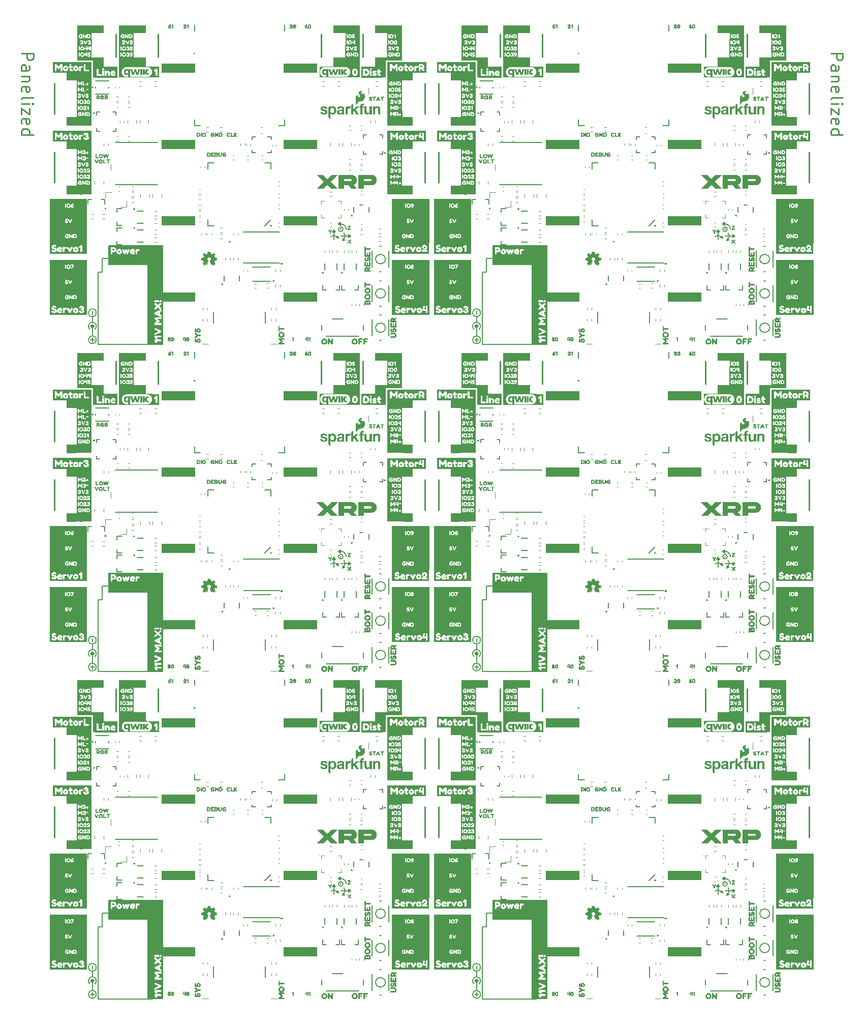
<source format=gto>
%TF.GenerationSoftware,KiCad,Pcbnew,8.0.5*%
%TF.CreationDate,2024-12-18T16:51:18-07:00*%
%TF.ProjectId,SparkFun_XRP_Controller_panelized,53706172-6b46-4756-9e5f-5852505f436f,v20*%
%TF.SameCoordinates,Original*%
%TF.FileFunction,Legend,Top*%
%TF.FilePolarity,Positive*%
%FSLAX46Y46*%
G04 Gerber Fmt 4.6, Leading zero omitted, Abs format (unit mm)*
G04 Created by KiCad (PCBNEW 8.0.5) date 2024-12-18 16:51:18*
%MOMM*%
%LPD*%
G01*
G04 APERTURE LIST*
%ADD10C,0.150000*%
%ADD11C,0.000000*%
%ADD12C,0.250000*%
%ADD13C,0.120000*%
%ADD14C,0.203200*%
%ADD15C,0.200000*%
%ADD16C,0.100000*%
%ADD17C,0.254000*%
%ADD18C,0.152400*%
%ADD19C,0.406400*%
%ADD20C,0.018437*%
%ADD21C,0.300000*%
%ADD22C,0.127000*%
G04 APERTURE END LIST*
G36*
X58674000Y7747000D02*
G01*
X60960000Y7747000D01*
X60960000Y7112000D01*
X58674000Y7112000D01*
X58674000Y7747000D01*
G37*
G36*
X39116000Y63492000D02*
G01*
X44704000Y63492000D01*
X44704000Y61968000D01*
X39116000Y61968000D01*
X39116000Y63492000D01*
G37*
G36*
X56515000Y30861000D02*
G01*
X57023000Y30861000D01*
X57023000Y29845000D01*
X56515000Y29845000D01*
X56515000Y30861000D01*
G37*
G36*
X2540000Y14478000D02*
G01*
X4826000Y14478000D01*
X4826000Y13843000D01*
X2540000Y13843000D01*
X2540000Y14478000D01*
G37*
G36*
X70731000Y153273000D02*
G01*
X70985000Y153273000D01*
X70985000Y152257000D01*
X70731000Y152257000D01*
X70731000Y153273000D01*
G37*
G36*
X121150000Y123428000D02*
G01*
X122674000Y123428000D01*
X122674000Y116062000D01*
X121150000Y116062000D01*
X121150000Y123428000D01*
G37*
G36*
X6731000Y31897922D02*
G01*
X6985000Y31897922D01*
X6985000Y30881922D01*
X6731000Y30881922D01*
X6731000Y31897922D01*
G37*
D10*
X48641000Y127365000D02*
X49911000Y127365000D01*
D11*
G36*
X113519273Y155169065D02*
G01*
X113526933Y155168912D01*
X113534554Y155168658D01*
X113542133Y155168307D01*
X113549664Y155167862D01*
X113557143Y155167323D01*
X113564565Y155166695D01*
X113571926Y155165979D01*
X113571825Y154907578D01*
X113566029Y154908730D01*
X113560181Y154909752D01*
X113554276Y154910636D01*
X113548310Y154911375D01*
X113542277Y154911962D01*
X113536172Y154912390D01*
X113529992Y154912653D01*
X113523731Y154912742D01*
X113513368Y154912472D01*
X113503217Y154911670D01*
X113493287Y154910345D01*
X113483584Y154908505D01*
X113474117Y154906159D01*
X113464893Y154903316D01*
X113455919Y154899985D01*
X113447204Y154896176D01*
X113438755Y154891896D01*
X113430580Y154887156D01*
X113422686Y154881963D01*
X113415081Y154876327D01*
X113407772Y154870257D01*
X113400767Y154863761D01*
X113394075Y154856850D01*
X113387702Y154849530D01*
X113381655Y154841813D01*
X113375944Y154833706D01*
X113370575Y154825218D01*
X113365556Y154816359D01*
X113360895Y154807137D01*
X113356599Y154797561D01*
X113352675Y154787640D01*
X113349133Y154777384D01*
X113345978Y154766800D01*
X113343220Y154755899D01*
X113340865Y154744688D01*
X113338920Y154733178D01*
X113337395Y154721376D01*
X113336296Y154709292D01*
X113335631Y154696935D01*
X113335408Y154684313D01*
X113336298Y154659049D01*
X113337399Y154646851D01*
X113338927Y154634952D01*
X113340875Y154623361D01*
X113343234Y154612085D01*
X113345998Y154601134D01*
X113349157Y154590513D01*
X113352705Y154580233D01*
X113356633Y154570300D01*
X113360935Y154560723D01*
X113365601Y154551510D01*
X113370626Y154542668D01*
X113376000Y154534205D01*
X113381716Y154526131D01*
X113387766Y154518451D01*
X113394143Y154511176D01*
X113400839Y154504312D01*
X113407846Y154497867D01*
X113415156Y154491850D01*
X113422762Y154486268D01*
X113430656Y154481130D01*
X113438830Y154476443D01*
X113447277Y154472216D01*
X113455988Y154468456D01*
X113464956Y154465171D01*
X113474174Y154462370D01*
X113483633Y154460061D01*
X113493326Y154458250D01*
X113503245Y154456947D01*
X113513383Y154456160D01*
X113523731Y154455895D01*
X113530025Y154455975D01*
X113536229Y154456212D01*
X113542348Y154456600D01*
X113548386Y154457136D01*
X113554347Y154457813D01*
X113560238Y154458628D01*
X113566062Y154459576D01*
X113571825Y154460652D01*
X113571825Y154207999D01*
X113556278Y154206697D01*
X113548408Y154206161D01*
X113540476Y154205709D01*
X113532481Y154205347D01*
X113524426Y154205081D01*
X113516312Y154204918D01*
X113508139Y154204862D01*
X113481125Y154205416D01*
X113454701Y154207067D01*
X113428885Y154209797D01*
X113403693Y154213591D01*
X113379145Y154218430D01*
X113355257Y154224299D01*
X113332046Y154231180D01*
X113309531Y154239056D01*
X113287729Y154247910D01*
X113266657Y154257726D01*
X113246333Y154268486D01*
X113226774Y154280173D01*
X113207999Y154292771D01*
X113190024Y154306263D01*
X113172867Y154320631D01*
X113156546Y154335860D01*
X113141078Y154351931D01*
X113126481Y154368828D01*
X113112772Y154386534D01*
X113099970Y154405032D01*
X113088090Y154424305D01*
X113077152Y154444336D01*
X113067171Y154465109D01*
X113058167Y154486606D01*
X113050157Y154508811D01*
X113043158Y154531706D01*
X113037187Y154555274D01*
X113032263Y154579500D01*
X113028402Y154604364D01*
X113025623Y154629852D01*
X113023942Y154655946D01*
X113023378Y154682628D01*
X113023948Y154709798D01*
X113025643Y154736368D01*
X113028448Y154762321D01*
X113032343Y154787639D01*
X113037310Y154812307D01*
X113043333Y154836306D01*
X113050393Y154859619D01*
X113058472Y154882228D01*
X113067552Y154904118D01*
X113077616Y154925270D01*
X113088644Y154945667D01*
X113100621Y154965292D01*
X113113527Y154984128D01*
X113127345Y155002157D01*
X113142057Y155019363D01*
X113157645Y155035727D01*
X113174090Y155051233D01*
X113191377Y155065864D01*
X113209485Y155079602D01*
X113228398Y155092430D01*
X113248097Y155104331D01*
X113268565Y155115288D01*
X113289783Y155125283D01*
X113311735Y155134299D01*
X113334401Y155142318D01*
X113357765Y155149325D01*
X113381807Y155155301D01*
X113406511Y155160229D01*
X113431858Y155164092D01*
X113457831Y155166872D01*
X113484411Y155168553D01*
X113511581Y155169117D01*
X113519273Y155169065D01*
G37*
G36*
X79576107Y99740220D02*
G01*
X79267480Y99740220D01*
X79267480Y100683534D01*
X79576107Y100683534D01*
X79576107Y99740220D01*
G37*
G36*
X122674000Y129397000D02*
G01*
X124960000Y129397000D01*
X124960000Y127873000D01*
X122674000Y127873000D01*
X122674000Y129397000D01*
G37*
D10*
X50292000Y18415000D02*
X49911000Y18161000D01*
X49911000Y18669000D01*
X50292000Y18415000D01*
G36*
X50292000Y18415000D02*
G01*
X49911000Y18161000D01*
X49911000Y18669000D01*
X50292000Y18415000D01*
G37*
G36*
X9906000Y71366000D02*
G01*
X10033000Y71366000D01*
X10033000Y68064000D01*
X9906000Y68064000D01*
X9906000Y71366000D01*
G37*
G36*
X56515000Y149209000D02*
G01*
X56769000Y149209000D01*
X56769000Y148193000D01*
X56515000Y148193000D01*
X56515000Y149209000D01*
G37*
G36*
X18796000Y117967000D02*
G01*
X24384000Y117967000D01*
X24384000Y116443000D01*
X18796000Y116443000D01*
X18796000Y117967000D01*
G37*
X112641000Y18415000D02*
X113911000Y18415000D01*
D11*
G36*
X15576107Y154215220D02*
G01*
X15267480Y154215220D01*
X15267480Y155158534D01*
X15576107Y155158534D01*
X15576107Y154215220D01*
G37*
G36*
X71112000Y134350000D02*
G01*
X66921000Y134350000D01*
X66921000Y135747000D01*
X70985000Y135747000D01*
X70985000Y141843000D01*
X66921000Y141843000D01*
X66921000Y143240000D01*
X70858000Y143240000D01*
X70858000Y144891000D01*
X71112000Y144891000D01*
X71112000Y134350000D01*
G37*
G36*
X57150000Y7112000D02*
G01*
X57404000Y7112000D01*
X57404000Y5334000D01*
X57150000Y5334000D01*
X57150000Y7112000D01*
G37*
G36*
X121150000Y116062000D02*
G01*
X121404000Y116062000D01*
X121404000Y114284000D01*
X121150000Y114284000D01*
X121150000Y116062000D01*
G37*
G36*
X56642000Y143240000D02*
G01*
X60579000Y143240000D01*
X60579000Y141843000D01*
X56515000Y141843000D01*
X56515000Y135747000D01*
X60579000Y135747000D01*
X60579000Y134350000D01*
X56388000Y134350000D01*
X56388000Y144891000D01*
X56642000Y144891000D01*
X56642000Y143240000D01*
G37*
G36*
X124960000Y79113000D02*
G01*
X127373000Y79113000D01*
X127373000Y71747000D01*
X124960000Y71747000D01*
X124960000Y79113000D01*
G37*
G36*
X18796000Y9017000D02*
G01*
X24384000Y9017000D01*
X24384000Y7493000D01*
X18796000Y7493000D01*
X18796000Y9017000D01*
G37*
G36*
X76946623Y155168456D02*
G01*
X76968636Y155166761D01*
X76990058Y155163958D01*
X77010878Y155160064D01*
X77031087Y155155097D01*
X77050672Y155149076D01*
X77069625Y155142018D01*
X77087935Y155133941D01*
X77105591Y155124862D01*
X77122584Y155114801D01*
X77138902Y155103774D01*
X77154535Y155091799D01*
X77169474Y155078895D01*
X77183707Y155065079D01*
X77197225Y155050369D01*
X77210016Y155034783D01*
X77210016Y155158591D01*
X77520385Y155158591D01*
X77520385Y153877005D01*
X77210016Y153876948D01*
X77210016Y154337274D01*
X77197557Y154321397D01*
X77184374Y154306471D01*
X77170479Y154292506D01*
X77155886Y154279513D01*
X77140608Y154267501D01*
X77124657Y154256480D01*
X77108047Y154246461D01*
X77090790Y154237454D01*
X77072900Y154229469D01*
X77054389Y154222515D01*
X77035271Y154216604D01*
X77015557Y154211744D01*
X76995262Y154207947D01*
X76974398Y154205223D01*
X76952977Y154203581D01*
X76931014Y154203031D01*
X76906435Y154203600D01*
X76882402Y154205296D01*
X76858931Y154208100D01*
X76836037Y154211994D01*
X76813736Y154216961D01*
X76792043Y154222984D01*
X76770973Y154230043D01*
X76750541Y154238121D01*
X76730763Y154247201D01*
X76711654Y154257264D01*
X76693230Y154268292D01*
X76675506Y154280268D01*
X76658497Y154293174D01*
X76642218Y154306992D01*
X76626685Y154321703D01*
X76611914Y154337291D01*
X76597918Y154353737D01*
X76584715Y154371023D01*
X76572319Y154389132D01*
X76560745Y154408046D01*
X76550009Y154427746D01*
X76540126Y154448215D01*
X76531112Y154469435D01*
X76522981Y154491388D01*
X76515750Y154514056D01*
X76509433Y154537422D01*
X76504046Y154561467D01*
X76499604Y154586174D01*
X76496122Y154611524D01*
X76493616Y154637500D01*
X76492101Y154664085D01*
X76491757Y154682507D01*
X76803784Y154682507D01*
X76804023Y154669559D01*
X76804734Y154656875D01*
X76805910Y154644466D01*
X76807542Y154632342D01*
X76809625Y154620511D01*
X76812148Y154608984D01*
X76815106Y154597769D01*
X76818491Y154586877D01*
X76822294Y154576317D01*
X76826508Y154566099D01*
X76831126Y154556232D01*
X76836140Y154546725D01*
X76841542Y154537589D01*
X76847325Y154528834D01*
X76853481Y154520467D01*
X76860002Y154512500D01*
X76866881Y154504941D01*
X76874109Y154497801D01*
X76881681Y154491088D01*
X76889587Y154484813D01*
X76897820Y154478985D01*
X76906373Y154473614D01*
X76915237Y154468708D01*
X76924406Y154464278D01*
X76933871Y154460334D01*
X76943626Y154456884D01*
X76953661Y154453939D01*
X76963970Y154451508D01*
X76974546Y154449601D01*
X76985379Y154448226D01*
X76996464Y154447395D01*
X77007791Y154447115D01*
X77018954Y154447395D01*
X77029885Y154448226D01*
X77040576Y154449601D01*
X77051018Y154451508D01*
X77061204Y154453939D01*
X77071125Y154456884D01*
X77080774Y154460334D01*
X77090143Y154464278D01*
X77099224Y154468708D01*
X77108008Y154473613D01*
X77116488Y154478985D01*
X77124655Y154484813D01*
X77132502Y154491088D01*
X77140021Y154497800D01*
X77147203Y154504941D01*
X77154041Y154512499D01*
X77160526Y154520466D01*
X77166651Y154528833D01*
X77172408Y154537589D01*
X77177788Y154546725D01*
X77182784Y154556231D01*
X77187387Y154566098D01*
X77191590Y154576316D01*
X77195385Y154586876D01*
X77198763Y154597768D01*
X77201717Y154608983D01*
X77204238Y154620510D01*
X77206319Y154632341D01*
X77207951Y154644466D01*
X77209127Y154656875D01*
X77209838Y154669559D01*
X77210077Y154682507D01*
X77209838Y154695456D01*
X77209128Y154708139D01*
X77207953Y154720548D01*
X77206322Y154732672D01*
X77204243Y154744503D01*
X77201724Y154756030D01*
X77198773Y154767245D01*
X77195398Y154778137D01*
X77191606Y154788697D01*
X77187406Y154798915D01*
X77182805Y154808782D01*
X77177812Y154818288D01*
X77172435Y154827424D01*
X77166681Y154836180D01*
X77160558Y154844546D01*
X77154075Y154852514D01*
X77147239Y154860072D01*
X77140059Y154867213D01*
X77132541Y154873925D01*
X77124695Y154880201D01*
X77116528Y154886029D01*
X77108048Y154891401D01*
X77099264Y154896307D01*
X77090182Y154900737D01*
X77080811Y154904682D01*
X77071159Y154908132D01*
X77061234Y154911077D01*
X77051044Y154913509D01*
X77040597Y154915418D01*
X77029900Y154916793D01*
X77018963Y154917625D01*
X77007791Y154917905D01*
X76996469Y154917626D01*
X76985389Y154916794D01*
X76974560Y154915420D01*
X76963988Y154913512D01*
X76953681Y154911081D01*
X76943648Y154908136D01*
X76933896Y154904687D01*
X76924431Y154900742D01*
X76915264Y154896313D01*
X76906399Y154891407D01*
X76897847Y154886036D01*
X76889613Y154880207D01*
X76881707Y154873932D01*
X76874135Y154867220D01*
X76866905Y154860079D01*
X76860025Y154852521D01*
X76853502Y154844553D01*
X76847345Y154836187D01*
X76841560Y154827431D01*
X76836156Y154818295D01*
X76831140Y154808788D01*
X76826521Y154798921D01*
X76822304Y154788702D01*
X76818499Y154778142D01*
X76815113Y154767249D01*
X76812154Y154756034D01*
X76809628Y154744507D01*
X76807545Y154732675D01*
X76805911Y154720550D01*
X76804735Y154708141D01*
X76804023Y154695456D01*
X76803784Y154682507D01*
X76491757Y154682507D01*
X76491593Y154691259D01*
X76492096Y154717943D01*
X76493595Y154744037D01*
X76496075Y154769526D01*
X76499518Y154794391D01*
X76503911Y154818617D01*
X76509238Y154842186D01*
X76515481Y154865081D01*
X76522627Y154887286D01*
X76530659Y154908783D01*
X76539562Y154929556D01*
X76549320Y154949587D01*
X76559917Y154968861D01*
X76571338Y154987358D01*
X76583567Y155005064D01*
X76596589Y155021961D01*
X76610387Y155038032D01*
X76624947Y155053260D01*
X76640252Y155067628D01*
X76656286Y155081119D01*
X76673035Y155093717D01*
X76690482Y155105404D01*
X76708613Y155116164D01*
X76727410Y155125979D01*
X76746859Y155134833D01*
X76766944Y155142709D01*
X76787649Y155149589D01*
X76808959Y155155458D01*
X76830857Y155160297D01*
X76853329Y155164090D01*
X76876359Y155166821D01*
X76899930Y155168471D01*
X76924028Y155169025D01*
X76946623Y155168456D01*
G37*
G36*
X60960000Y14478000D02*
G01*
X63373000Y14478000D01*
X63373000Y7112000D01*
X60960000Y7112000D01*
X60960000Y14478000D01*
G37*
G36*
X57150000Y24638000D02*
G01*
X58674000Y24638000D01*
X58674000Y17272000D01*
X57150000Y17272000D01*
X57150000Y24638000D01*
G37*
G36*
X12946623Y155168456D02*
G01*
X12968636Y155166761D01*
X12990058Y155163958D01*
X13010878Y155160064D01*
X13031087Y155155097D01*
X13050672Y155149076D01*
X13069625Y155142018D01*
X13087935Y155133941D01*
X13105591Y155124862D01*
X13122584Y155114801D01*
X13138902Y155103774D01*
X13154535Y155091799D01*
X13169474Y155078895D01*
X13183707Y155065079D01*
X13197225Y155050369D01*
X13210016Y155034783D01*
X13210016Y155158591D01*
X13520385Y155158591D01*
X13520385Y153877005D01*
X13210016Y153876948D01*
X13210016Y154337274D01*
X13197557Y154321397D01*
X13184374Y154306471D01*
X13170479Y154292506D01*
X13155886Y154279513D01*
X13140608Y154267501D01*
X13124657Y154256480D01*
X13108047Y154246461D01*
X13090790Y154237454D01*
X13072900Y154229469D01*
X13054389Y154222515D01*
X13035271Y154216604D01*
X13015557Y154211744D01*
X12995262Y154207947D01*
X12974398Y154205223D01*
X12952977Y154203581D01*
X12931014Y154203031D01*
X12906435Y154203600D01*
X12882402Y154205296D01*
X12858931Y154208100D01*
X12836037Y154211994D01*
X12813736Y154216961D01*
X12792043Y154222984D01*
X12770973Y154230043D01*
X12750541Y154238121D01*
X12730763Y154247201D01*
X12711654Y154257264D01*
X12693230Y154268292D01*
X12675506Y154280268D01*
X12658497Y154293174D01*
X12642218Y154306992D01*
X12626685Y154321703D01*
X12611914Y154337291D01*
X12597918Y154353737D01*
X12584715Y154371023D01*
X12572319Y154389132D01*
X12560745Y154408046D01*
X12550009Y154427746D01*
X12540126Y154448215D01*
X12531112Y154469435D01*
X12522981Y154491388D01*
X12515750Y154514056D01*
X12509433Y154537422D01*
X12504046Y154561467D01*
X12499604Y154586174D01*
X12496122Y154611524D01*
X12493616Y154637500D01*
X12492101Y154664085D01*
X12491757Y154682507D01*
X12803784Y154682507D01*
X12804023Y154669559D01*
X12804734Y154656875D01*
X12805910Y154644466D01*
X12807542Y154632342D01*
X12809625Y154620511D01*
X12812148Y154608984D01*
X12815106Y154597769D01*
X12818491Y154586877D01*
X12822294Y154576317D01*
X12826508Y154566099D01*
X12831126Y154556232D01*
X12836140Y154546725D01*
X12841542Y154537589D01*
X12847325Y154528834D01*
X12853481Y154520467D01*
X12860002Y154512500D01*
X12866881Y154504941D01*
X12874109Y154497801D01*
X12881681Y154491088D01*
X12889587Y154484813D01*
X12897820Y154478985D01*
X12906373Y154473614D01*
X12915237Y154468708D01*
X12924406Y154464278D01*
X12933871Y154460334D01*
X12943626Y154456884D01*
X12953661Y154453939D01*
X12963970Y154451508D01*
X12974546Y154449601D01*
X12985379Y154448226D01*
X12996464Y154447395D01*
X13007791Y154447115D01*
X13018954Y154447395D01*
X13029885Y154448226D01*
X13040576Y154449601D01*
X13051018Y154451508D01*
X13061204Y154453939D01*
X13071125Y154456884D01*
X13080774Y154460334D01*
X13090143Y154464278D01*
X13099224Y154468708D01*
X13108008Y154473613D01*
X13116488Y154478985D01*
X13124655Y154484813D01*
X13132502Y154491088D01*
X13140021Y154497800D01*
X13147203Y154504941D01*
X13154041Y154512499D01*
X13160526Y154520466D01*
X13166651Y154528833D01*
X13172408Y154537589D01*
X13177788Y154546725D01*
X13182784Y154556231D01*
X13187387Y154566098D01*
X13191590Y154576316D01*
X13195385Y154586876D01*
X13198763Y154597768D01*
X13201717Y154608983D01*
X13204238Y154620510D01*
X13206319Y154632341D01*
X13207951Y154644466D01*
X13209127Y154656875D01*
X13209838Y154669559D01*
X13210077Y154682507D01*
X13209838Y154695456D01*
X13209128Y154708139D01*
X13207953Y154720548D01*
X13206322Y154732672D01*
X13204243Y154744503D01*
X13201724Y154756030D01*
X13198773Y154767245D01*
X13195398Y154778137D01*
X13191606Y154788697D01*
X13187406Y154798915D01*
X13182805Y154808782D01*
X13177812Y154818288D01*
X13172435Y154827424D01*
X13166681Y154836180D01*
X13160558Y154844546D01*
X13154075Y154852514D01*
X13147239Y154860072D01*
X13140059Y154867213D01*
X13132541Y154873925D01*
X13124695Y154880201D01*
X13116528Y154886029D01*
X13108048Y154891401D01*
X13099264Y154896307D01*
X13090182Y154900737D01*
X13080811Y154904682D01*
X13071159Y154908132D01*
X13061234Y154911077D01*
X13051044Y154913509D01*
X13040597Y154915418D01*
X13029900Y154916793D01*
X13018963Y154917625D01*
X13007791Y154917905D01*
X12996469Y154917626D01*
X12985389Y154916794D01*
X12974560Y154915420D01*
X12963988Y154913512D01*
X12953681Y154911081D01*
X12943648Y154908136D01*
X12933896Y154904687D01*
X12924431Y154900742D01*
X12915264Y154896313D01*
X12906399Y154891407D01*
X12897847Y154886036D01*
X12889613Y154880207D01*
X12881707Y154873932D01*
X12874135Y154867220D01*
X12866905Y154860079D01*
X12860025Y154852521D01*
X12853502Y154844553D01*
X12847345Y154836187D01*
X12841560Y154827431D01*
X12836156Y154818295D01*
X12831140Y154808788D01*
X12826521Y154798921D01*
X12822304Y154788702D01*
X12818499Y154778142D01*
X12815113Y154767249D01*
X12812154Y154756034D01*
X12809628Y154744507D01*
X12807545Y154732675D01*
X12805911Y154720550D01*
X12804735Y154708141D01*
X12804023Y154695456D01*
X12803784Y154682507D01*
X12491757Y154682507D01*
X12491593Y154691259D01*
X12492096Y154717943D01*
X12493595Y154744037D01*
X12496075Y154769526D01*
X12499518Y154794391D01*
X12503911Y154818617D01*
X12509238Y154842186D01*
X12515481Y154865081D01*
X12522627Y154887286D01*
X12530659Y154908783D01*
X12539562Y154929556D01*
X12549320Y154949587D01*
X12559917Y154968861D01*
X12571338Y154987358D01*
X12583567Y155005064D01*
X12596589Y155021961D01*
X12610387Y155038032D01*
X12624947Y155053260D01*
X12640252Y155067628D01*
X12656286Y155081119D01*
X12673035Y155093717D01*
X12690482Y155105404D01*
X12708613Y155116164D01*
X12727410Y155125979D01*
X12746859Y155134833D01*
X12766944Y155142709D01*
X12787649Y155149589D01*
X12808959Y155155458D01*
X12830857Y155160297D01*
X12853329Y155164090D01*
X12876359Y155166821D01*
X12899930Y155168471D01*
X12924028Y155169025D01*
X12946623Y155168456D01*
G37*
G36*
X47093094Y100045358D02*
G01*
X47277924Y100683534D01*
X47574341Y100683534D01*
X47760934Y100045358D01*
X47949227Y100683534D01*
X48252630Y100683534D01*
X47907380Y99740220D01*
X47600484Y99740220D01*
X47420908Y100322599D01*
X47239551Y99740220D01*
X46932675Y99740220D01*
X46589187Y100683534D01*
X46904781Y100683534D01*
X47093094Y100045358D01*
G37*
G36*
X66540000Y68953000D02*
G01*
X68826000Y68953000D01*
X68826000Y68318000D01*
X66540000Y68318000D01*
X66540000Y68953000D01*
G37*
D10*
X47498000Y72298580D02*
X47498000Y73568580D01*
G36*
X122674000Y64762000D02*
G01*
X124960000Y64762000D01*
X124960000Y63238000D01*
X122674000Y63238000D01*
X122674000Y64762000D01*
G37*
G36*
X70731000Y152257000D02*
G01*
X70985000Y152257000D01*
X70985000Y151241000D01*
X70731000Y151241000D01*
X70731000Y152257000D01*
G37*
X112572615Y74658975D02*
X112191615Y74912975D01*
X112572615Y75166975D01*
X112572615Y74658975D01*
G36*
X112572615Y74658975D02*
G01*
X112191615Y74912975D01*
X112572615Y75166975D01*
X112572615Y74658975D01*
G37*
G36*
X51181000Y160131000D02*
G01*
X51689000Y160131000D01*
X51689000Y159115000D01*
X51181000Y159115000D01*
X51181000Y160131000D01*
G37*
G36*
X122674000Y65778000D02*
G01*
X123457000Y65778000D01*
X123457000Y64762000D01*
X122674000Y64762000D01*
X122674000Y65778000D01*
G37*
G36*
X66540000Y119237000D02*
G01*
X68826000Y119237000D01*
X68826000Y117713000D01*
X66540000Y117713000D01*
X66540000Y119237000D01*
G37*
G36*
X18796000Y130667000D02*
G01*
X24384000Y130667000D01*
X24384000Y129143000D01*
X18796000Y129143000D01*
X18796000Y130667000D01*
G37*
G36*
X2540000Y126857000D02*
G01*
X4826000Y126857000D01*
X4826000Y126222000D01*
X2540000Y126222000D01*
X2540000Y126857000D01*
G37*
G36*
X4191000Y78478000D02*
G01*
X4826000Y78478000D01*
X4826000Y77462000D01*
X4191000Y77462000D01*
X4191000Y78478000D01*
G37*
G36*
X2540000Y131937000D02*
G01*
X4826000Y131937000D01*
X4826000Y130413000D01*
X2540000Y130413000D01*
X2540000Y131937000D01*
G37*
G36*
X122674000Y131937000D02*
G01*
X124960000Y131937000D01*
X124960000Y130413000D01*
X122674000Y130413000D01*
X122674000Y131937000D01*
G37*
D11*
G36*
X115816000Y44831000D02*
G01*
X115689000Y44831000D01*
X115689000Y46609000D01*
X111371000Y46609000D01*
X111371000Y48133000D01*
X115689000Y48133000D01*
X115689000Y52197000D01*
X111371000Y52197000D01*
X111371000Y53467000D01*
X115816000Y53467000D01*
X115816000Y44831000D01*
G37*
G36*
X103116000Y9017000D02*
G01*
X108704000Y9017000D01*
X108704000Y7493000D01*
X103116000Y7493000D01*
X103116000Y9017000D01*
G37*
G36*
X82796000Y156067000D02*
G01*
X88384000Y156067000D01*
X88384000Y154543000D01*
X82796000Y154543000D01*
X82796000Y156067000D01*
G37*
G36*
X82796000Y47117000D02*
G01*
X88384000Y47117000D01*
X88384000Y45593000D01*
X82796000Y45593000D01*
X82796000Y47117000D01*
G37*
D10*
X48641000Y72890000D02*
X49911000Y72890000D01*
D11*
G36*
X80499273Y100694065D02*
G01*
X80506933Y100693912D01*
X80514554Y100693658D01*
X80522133Y100693307D01*
X80529664Y100692862D01*
X80537143Y100692323D01*
X80544565Y100691695D01*
X80551926Y100690979D01*
X80551825Y100432578D01*
X80546029Y100433730D01*
X80540181Y100434752D01*
X80534276Y100435636D01*
X80528310Y100436375D01*
X80522277Y100436962D01*
X80516172Y100437390D01*
X80509992Y100437653D01*
X80503731Y100437742D01*
X80493368Y100437472D01*
X80483217Y100436670D01*
X80473287Y100435345D01*
X80463584Y100433505D01*
X80454117Y100431159D01*
X80444893Y100428316D01*
X80435919Y100424985D01*
X80427204Y100421176D01*
X80418755Y100416896D01*
X80410580Y100412156D01*
X80402686Y100406963D01*
X80395081Y100401327D01*
X80387772Y100395257D01*
X80380767Y100388761D01*
X80374075Y100381850D01*
X80367702Y100374530D01*
X80361655Y100366813D01*
X80355944Y100358706D01*
X80350575Y100350218D01*
X80345556Y100341359D01*
X80340895Y100332137D01*
X80336599Y100322561D01*
X80332675Y100312640D01*
X80329133Y100302384D01*
X80325978Y100291800D01*
X80323220Y100280899D01*
X80320865Y100269688D01*
X80318920Y100258178D01*
X80317395Y100246376D01*
X80316296Y100234292D01*
X80315631Y100221935D01*
X80315408Y100209313D01*
X80316298Y100184049D01*
X80317399Y100171851D01*
X80318927Y100159952D01*
X80320875Y100148361D01*
X80323234Y100137085D01*
X80325998Y100126134D01*
X80329157Y100115513D01*
X80332705Y100105233D01*
X80336633Y100095300D01*
X80340935Y100085723D01*
X80345601Y100076510D01*
X80350626Y100067668D01*
X80356000Y100059205D01*
X80361716Y100051131D01*
X80367766Y100043451D01*
X80374143Y100036176D01*
X80380839Y100029312D01*
X80387846Y100022867D01*
X80395156Y100016850D01*
X80402762Y100011268D01*
X80410656Y100006130D01*
X80418830Y100001443D01*
X80427277Y99997216D01*
X80435988Y99993456D01*
X80444956Y99990171D01*
X80454174Y99987370D01*
X80463633Y99985061D01*
X80473326Y99983250D01*
X80483245Y99981947D01*
X80493383Y99981160D01*
X80503731Y99980895D01*
X80510025Y99980975D01*
X80516229Y99981212D01*
X80522348Y99981600D01*
X80528386Y99982136D01*
X80534347Y99982813D01*
X80540238Y99983628D01*
X80546062Y99984576D01*
X80551825Y99985652D01*
X80551825Y99732999D01*
X80536278Y99731697D01*
X80528408Y99731161D01*
X80520476Y99730709D01*
X80512481Y99730347D01*
X80504426Y99730081D01*
X80496312Y99729918D01*
X80488139Y99729862D01*
X80461125Y99730416D01*
X80434701Y99732067D01*
X80408885Y99734797D01*
X80383693Y99738591D01*
X80359145Y99743430D01*
X80335257Y99749299D01*
X80312046Y99756180D01*
X80289531Y99764056D01*
X80267729Y99772910D01*
X80246657Y99782726D01*
X80226333Y99793486D01*
X80206774Y99805173D01*
X80187999Y99817771D01*
X80170024Y99831263D01*
X80152867Y99845631D01*
X80136546Y99860860D01*
X80121078Y99876931D01*
X80106481Y99893828D01*
X80092772Y99911534D01*
X80079970Y99930032D01*
X80068090Y99949305D01*
X80057152Y99969336D01*
X80047171Y99990109D01*
X80038167Y100011606D01*
X80030157Y100033811D01*
X80023158Y100056706D01*
X80017187Y100080274D01*
X80012263Y100104500D01*
X80008402Y100129364D01*
X80005623Y100154852D01*
X80003942Y100180946D01*
X80003378Y100207628D01*
X80003948Y100234798D01*
X80005643Y100261368D01*
X80008448Y100287321D01*
X80012343Y100312639D01*
X80017310Y100337307D01*
X80023333Y100361306D01*
X80030393Y100384619D01*
X80038472Y100407228D01*
X80047552Y100429118D01*
X80057616Y100450270D01*
X80068644Y100470667D01*
X80080621Y100490292D01*
X80093527Y100509128D01*
X80107345Y100527157D01*
X80122057Y100544363D01*
X80137645Y100560727D01*
X80154090Y100576233D01*
X80171377Y100590864D01*
X80189485Y100604602D01*
X80208398Y100617430D01*
X80228097Y100629331D01*
X80248565Y100640288D01*
X80269783Y100650283D01*
X80291735Y100659299D01*
X80314401Y100667318D01*
X80337765Y100674325D01*
X80361807Y100680301D01*
X80386511Y100685229D01*
X80411858Y100689092D01*
X80437831Y100691872D01*
X80464411Y100693553D01*
X80491581Y100694117D01*
X80499273Y100694065D01*
G37*
G36*
X68826000Y123428000D02*
G01*
X70350000Y123428000D01*
X70350000Y116062000D01*
X68826000Y116062000D01*
X68826000Y123428000D01*
G37*
G36*
X73144000Y161147000D02*
G01*
X68826000Y161147000D01*
X68826000Y157083000D01*
X73144000Y157083000D01*
X73144000Y155559000D01*
X71747000Y155559000D01*
X71747000Y153781000D01*
X71366000Y153781000D01*
X71366000Y156575000D01*
X68699000Y156575000D01*
X68699000Y162417000D01*
X73144000Y162417000D01*
X73144000Y161147000D01*
G37*
D10*
X49276000Y126730000D02*
X48895000Y126603000D01*
X49022000Y126984000D01*
X49276000Y126730000D01*
G36*
X49276000Y126730000D02*
G01*
X48895000Y126603000D01*
X49022000Y126984000D01*
X49276000Y126730000D01*
G37*
G36*
X10033000Y124063000D02*
G01*
X15240000Y124063000D01*
X15240000Y122539000D01*
X10033000Y122539000D01*
X10033000Y124063000D01*
G37*
G36*
X115435000Y104640000D02*
G01*
X115689000Y104640000D01*
X115689000Y103624000D01*
X115435000Y103624000D01*
X115435000Y104640000D01*
G37*
G36*
X56515000Y86352000D02*
G01*
X57023000Y86352000D01*
X57023000Y85336000D01*
X56515000Y85336000D01*
X56515000Y86352000D01*
G37*
G36*
X4826000Y123428000D02*
G01*
X6350000Y123428000D01*
X6350000Y116062000D01*
X4826000Y116062000D01*
X4826000Y123428000D01*
G37*
D11*
G36*
X14073094Y100045358D02*
G01*
X14257924Y100683534D01*
X14554341Y100683534D01*
X14740934Y100045358D01*
X14929227Y100683534D01*
X15232630Y100683534D01*
X14887380Y99740220D01*
X14580484Y99740220D01*
X14400908Y100322599D01*
X14219551Y99740220D01*
X13912675Y99740220D01*
X13569187Y100683534D01*
X13884781Y100683534D01*
X14073094Y100045358D01*
G37*
G36*
X112967469Y154215220D02*
G01*
X112658851Y154215220D01*
X112658851Y155158534D01*
X112967468Y155158534D01*
X112967469Y154215220D01*
G37*
G36*
X120642000Y88765000D02*
G01*
X124579000Y88765000D01*
X124579000Y87368000D01*
X120515000Y87368000D01*
X120515000Y81272000D01*
X124579000Y81272000D01*
X124579000Y79875000D01*
X120388000Y79875000D01*
X120388000Y90416000D01*
X120642000Y90416000D01*
X120642000Y88765000D01*
G37*
G36*
X124960000Y123428000D02*
G01*
X127373000Y123428000D01*
X127373000Y116062000D01*
X124960000Y116062000D01*
X124960000Y123428000D01*
G37*
G36*
X56642000Y100195000D02*
G01*
X60579000Y100195000D01*
X60579000Y98798000D01*
X56515000Y98798000D01*
X56515000Y92702000D01*
X60579000Y92702000D01*
X60579000Y91305000D01*
X56388000Y91305000D01*
X56388000Y101846000D01*
X56642000Y101846000D01*
X56642000Y100195000D01*
G37*
G36*
X122674000Y68953000D02*
G01*
X124960000Y68953000D01*
X124960000Y68318000D01*
X122674000Y68318000D01*
X122674000Y68953000D01*
G37*
G36*
X6731000Y152257000D02*
G01*
X6985000Y152257000D01*
X6985000Y151241000D01*
X6731000Y151241000D01*
X6731000Y152257000D01*
G37*
G36*
X120515000Y83304000D02*
G01*
X120769000Y83304000D01*
X120769000Y82288000D01*
X120515000Y82288000D01*
X120515000Y83304000D01*
G37*
G36*
X56515000Y82288000D02*
G01*
X56769000Y82288000D01*
X56769000Y81272000D01*
X56515000Y81272000D01*
X56515000Y82288000D01*
G37*
G36*
X66540000Y74922000D02*
G01*
X68826000Y74922000D01*
X68826000Y73398000D01*
X66540000Y73398000D01*
X66540000Y74922000D01*
G37*
G36*
X70731000Y139831922D02*
G01*
X70985000Y139831922D01*
X70985000Y138815922D01*
X70731000Y138815922D01*
X70731000Y139831922D01*
G37*
G36*
X4191000Y68318000D02*
G01*
X4826000Y68318000D01*
X4826000Y67302000D01*
X4191000Y67302000D01*
X4191000Y68318000D01*
G37*
G36*
X5842000Y17272000D02*
G01*
X6350000Y17272000D01*
X6350000Y15494000D01*
X5842000Y15494000D01*
X5842000Y17272000D01*
G37*
G36*
X68064000Y11303000D02*
G01*
X68826000Y11303000D01*
X68826000Y10287000D01*
X68064000Y10287000D01*
X68064000Y11303000D01*
G37*
G36*
X66540000Y79113000D02*
G01*
X68826000Y79113000D01*
X68826000Y78478000D01*
X66540000Y78478000D01*
X66540000Y79113000D01*
G37*
G36*
X68064000Y65778000D02*
G01*
X68826000Y65778000D01*
X68826000Y64762000D01*
X68064000Y64762000D01*
X68064000Y65778000D01*
G37*
G36*
X6731000Y139831922D02*
G01*
X6985000Y139831922D01*
X6985000Y138815922D01*
X6731000Y138815922D01*
X6731000Y139831922D01*
G37*
G36*
X66540000Y64762000D02*
G01*
X68826000Y64762000D01*
X68826000Y63238000D01*
X66540000Y63238000D01*
X66540000Y64762000D01*
G37*
D10*
X112572615Y20183975D02*
X112191615Y20437975D01*
X112572615Y20691975D01*
X112572615Y20183975D01*
G36*
X112572615Y20183975D02*
G01*
X112191615Y20437975D01*
X112572615Y20691975D01*
X112572615Y20183975D01*
G37*
G36*
X64127000Y79113000D02*
G01*
X66540000Y79113000D01*
X66540000Y71747000D01*
X64127000Y71747000D01*
X64127000Y79113000D01*
G37*
G36*
X122674000Y121777000D02*
G01*
X124960000Y121777000D01*
X124960000Y120253000D01*
X122674000Y120253000D01*
X122674000Y121777000D01*
G37*
G36*
X56515000Y94734000D02*
G01*
X56769000Y94734000D01*
X56769000Y93718000D01*
X56515000Y93718000D01*
X56515000Y94734000D01*
G37*
G36*
X122674000Y126857000D02*
G01*
X124960000Y126857000D01*
X124960000Y126222000D01*
X122674000Y126222000D01*
X122674000Y126857000D01*
G37*
G36*
X4826000Y79113000D02*
G01*
X6350000Y79113000D01*
X6350000Y71747000D01*
X4826000Y71747000D01*
X4826000Y79113000D01*
G37*
G36*
X66540000Y12827000D02*
G01*
X68826000Y12827000D01*
X68826000Y11303000D01*
X66540000Y11303000D01*
X66540000Y12827000D01*
G37*
G36*
X6731000Y96766000D02*
G01*
X6985000Y96766000D01*
X6985000Y95750000D01*
X6731000Y95750000D01*
X6731000Y96766000D01*
G37*
G36*
X122674000Y62222000D02*
G01*
X124960000Y62222000D01*
X124960000Y61587000D01*
X122674000Y61587000D01*
X122674000Y62222000D01*
G37*
X113149000Y18923000D02*
G75*
G02*
X113149000Y17907000I-507900J-508000D01*
G01*
G36*
X127000Y79113000D02*
G01*
X2540000Y79113000D01*
X2540000Y71747000D01*
X127000Y71747000D01*
X127000Y79113000D01*
G37*
G36*
X122674000Y132953000D02*
G01*
X123309000Y132953000D01*
X123309000Y131937000D01*
X122674000Y131937000D01*
X122674000Y132953000D01*
G37*
G36*
X2540000Y17907000D02*
G01*
X4826000Y17907000D01*
X4826000Y17272000D01*
X2540000Y17272000D01*
X2540000Y17907000D01*
G37*
G36*
X68826000Y79113000D02*
G01*
X70350000Y79113000D01*
X70350000Y71747000D01*
X68826000Y71747000D01*
X68826000Y79113000D01*
G37*
D11*
G36*
X80499273Y155169065D02*
G01*
X80506933Y155168912D01*
X80514554Y155168658D01*
X80522133Y155168307D01*
X80529664Y155167862D01*
X80537143Y155167323D01*
X80544565Y155166695D01*
X80551926Y155165979D01*
X80551825Y154907578D01*
X80546029Y154908730D01*
X80540181Y154909752D01*
X80534276Y154910636D01*
X80528310Y154911375D01*
X80522277Y154911962D01*
X80516172Y154912390D01*
X80509992Y154912653D01*
X80503731Y154912742D01*
X80493368Y154912472D01*
X80483217Y154911670D01*
X80473287Y154910345D01*
X80463584Y154908505D01*
X80454117Y154906159D01*
X80444893Y154903316D01*
X80435919Y154899985D01*
X80427204Y154896176D01*
X80418755Y154891896D01*
X80410580Y154887156D01*
X80402686Y154881963D01*
X80395081Y154876327D01*
X80387772Y154870257D01*
X80380767Y154863761D01*
X80374075Y154856850D01*
X80367702Y154849530D01*
X80361655Y154841813D01*
X80355944Y154833706D01*
X80350575Y154825218D01*
X80345556Y154816359D01*
X80340895Y154807137D01*
X80336599Y154797561D01*
X80332675Y154787640D01*
X80329133Y154777384D01*
X80325978Y154766800D01*
X80323220Y154755899D01*
X80320865Y154744688D01*
X80318920Y154733178D01*
X80317395Y154721376D01*
X80316296Y154709292D01*
X80315631Y154696935D01*
X80315408Y154684313D01*
X80316298Y154659049D01*
X80317399Y154646851D01*
X80318927Y154634952D01*
X80320875Y154623361D01*
X80323234Y154612085D01*
X80325998Y154601134D01*
X80329157Y154590513D01*
X80332705Y154580233D01*
X80336633Y154570300D01*
X80340935Y154560723D01*
X80345601Y154551510D01*
X80350626Y154542668D01*
X80356000Y154534205D01*
X80361716Y154526131D01*
X80367766Y154518451D01*
X80374143Y154511176D01*
X80380839Y154504312D01*
X80387846Y154497867D01*
X80395156Y154491850D01*
X80402762Y154486268D01*
X80410656Y154481130D01*
X80418830Y154476443D01*
X80427277Y154472216D01*
X80435988Y154468456D01*
X80444956Y154465171D01*
X80454174Y154462370D01*
X80463633Y154460061D01*
X80473326Y154458250D01*
X80483245Y154456947D01*
X80493383Y154456160D01*
X80503731Y154455895D01*
X80510025Y154455975D01*
X80516229Y154456212D01*
X80522348Y154456600D01*
X80528386Y154457136D01*
X80534347Y154457813D01*
X80540238Y154458628D01*
X80546062Y154459576D01*
X80551825Y154460652D01*
X80551825Y154207999D01*
X80536278Y154206697D01*
X80528408Y154206161D01*
X80520476Y154205709D01*
X80512481Y154205347D01*
X80504426Y154205081D01*
X80496312Y154204918D01*
X80488139Y154204862D01*
X80461125Y154205416D01*
X80434701Y154207067D01*
X80408885Y154209797D01*
X80383693Y154213591D01*
X80359145Y154218430D01*
X80335257Y154224299D01*
X80312046Y154231180D01*
X80289531Y154239056D01*
X80267729Y154247910D01*
X80246657Y154257726D01*
X80226333Y154268486D01*
X80206774Y154280173D01*
X80187999Y154292771D01*
X80170024Y154306263D01*
X80152867Y154320631D01*
X80136546Y154335860D01*
X80121078Y154351931D01*
X80106481Y154368828D01*
X80092772Y154386534D01*
X80079970Y154405032D01*
X80068090Y154424305D01*
X80057152Y154444336D01*
X80047171Y154465109D01*
X80038167Y154486606D01*
X80030157Y154508811D01*
X80023158Y154531706D01*
X80017187Y154555274D01*
X80012263Y154579500D01*
X80008402Y154604364D01*
X80005623Y154629852D01*
X80003942Y154655946D01*
X80003378Y154682628D01*
X80003948Y154709798D01*
X80005643Y154736368D01*
X80008448Y154762321D01*
X80012343Y154787639D01*
X80017310Y154812307D01*
X80023333Y154836306D01*
X80030393Y154859619D01*
X80038472Y154882228D01*
X80047552Y154904118D01*
X80057616Y154925270D01*
X80068644Y154945667D01*
X80080621Y154965292D01*
X80093527Y154984128D01*
X80107345Y155002157D01*
X80122057Y155019363D01*
X80137645Y155035727D01*
X80154090Y155051233D01*
X80171377Y155065864D01*
X80189485Y155079602D01*
X80208398Y155092430D01*
X80228097Y155104331D01*
X80248565Y155115288D01*
X80269783Y155125283D01*
X80291735Y155134299D01*
X80314401Y155142318D01*
X80337765Y155149325D01*
X80361807Y155155301D01*
X80386511Y155160229D01*
X80411858Y155164092D01*
X80437831Y155166872D01*
X80464411Y155168553D01*
X80491581Y155169117D01*
X80499273Y155169065D01*
G37*
G36*
X124960000Y68953000D02*
G01*
X127373000Y68953000D01*
X127373000Y61587000D01*
X124960000Y61587000D01*
X124960000Y68953000D01*
G37*
G36*
X70731000Y42291000D02*
G01*
X70985000Y42291000D01*
X70985000Y41275000D01*
X70731000Y41275000D01*
X70731000Y42291000D01*
G37*
G36*
X15576107Y99740220D02*
G01*
X15267480Y99740220D01*
X15267480Y100683534D01*
X15576107Y100683534D01*
X15576107Y99740220D01*
G37*
D10*
X113022000Y128498975D02*
G75*
G02*
X112260000Y128498975I-381000J0D01*
G01*
X112260000Y128498975D02*
G75*
G02*
X113022000Y128498975I381000J0D01*
G01*
X48572615Y129133975D02*
X48191615Y129387975D01*
X48572615Y129641975D01*
X48572615Y129133975D01*
G36*
X48572615Y129133975D02*
G01*
X48191615Y129387975D01*
X48572615Y129641975D01*
X48572615Y129133975D01*
G37*
X47752000Y19093580D02*
X47244000Y19093580D01*
X47498000Y19474580D01*
X47752000Y19093580D01*
G36*
X47752000Y19093580D02*
G01*
X47244000Y19093580D01*
X47498000Y19474580D01*
X47752000Y19093580D01*
G37*
G36*
X68064000Y75938000D02*
G01*
X68826000Y75938000D01*
X68826000Y74922000D01*
X68064000Y74922000D01*
X68064000Y75938000D01*
G37*
G36*
X70731000Y86372922D02*
G01*
X70985000Y86372922D01*
X70985000Y85356922D01*
X70731000Y85356922D01*
X70731000Y86372922D01*
G37*
D11*
G36*
X53819873Y137559842D02*
G01*
X53863149Y137556876D01*
X53905885Y137551687D01*
X53948021Y137544334D01*
X53989496Y137534877D01*
X54030249Y137523374D01*
X54070218Y137509886D01*
X54109343Y137494470D01*
X54147563Y137477187D01*
X54184816Y137458095D01*
X54221042Y137437253D01*
X54256179Y137414722D01*
X54290166Y137390559D01*
X54322943Y137364825D01*
X54354448Y137337578D01*
X54384619Y137308878D01*
X54413397Y137278783D01*
X54440720Y137247354D01*
X54466527Y137214649D01*
X54490756Y137180727D01*
X54513347Y137145647D01*
X54534239Y137109470D01*
X54553371Y137072253D01*
X54570681Y137034057D01*
X54586108Y136994940D01*
X54599592Y136954961D01*
X54611071Y136914180D01*
X54620484Y136872656D01*
X54627771Y136830449D01*
X54632869Y136787616D01*
X54635719Y136744218D01*
X54636258Y136700314D01*
X54635719Y136656561D01*
X54632869Y136613286D01*
X54627771Y136570550D01*
X54620484Y136528413D01*
X54611071Y136486938D01*
X54599592Y136446185D01*
X54586108Y136406215D01*
X54570681Y136367090D01*
X54553371Y136328870D01*
X54534239Y136291616D01*
X54513347Y136255389D01*
X54490756Y136220251D01*
X54466527Y136186263D01*
X54440720Y136153485D01*
X54413397Y136121979D01*
X54384619Y136091806D01*
X54354448Y136063026D01*
X54322943Y136035701D01*
X54290166Y136009892D01*
X54256179Y135985660D01*
X54221042Y135963066D01*
X54184816Y135942171D01*
X54147563Y135923037D01*
X54109343Y135905723D01*
X54070218Y135890291D01*
X54030249Y135876803D01*
X53989496Y135865320D01*
X53948021Y135855901D01*
X53905885Y135848609D01*
X53863149Y135843505D01*
X53819873Y135840649D01*
X53776120Y135840103D01*
X52470543Y135840103D01*
X52470543Y135284740D01*
X51583275Y135284740D01*
X51583275Y136507305D01*
X51583275Y136895093D01*
X52470543Y136895093D01*
X52470543Y136507305D01*
X53554284Y136507305D01*
X53564047Y136507522D01*
X53573647Y136508176D01*
X53583084Y136509265D01*
X53592355Y136510791D01*
X53601457Y136512752D01*
X53610387Y136515150D01*
X53619143Y136517985D01*
X53627723Y136521257D01*
X53636124Y136524966D01*
X53644344Y136529112D01*
X53652380Y136533696D01*
X53660229Y136538718D01*
X53667890Y136544178D01*
X53675360Y136550076D01*
X53682636Y136556412D01*
X53689716Y136563187D01*
X53696777Y136570566D01*
X53703366Y136578103D01*
X53709484Y136585799D01*
X53715134Y136593654D01*
X53720319Y136601668D01*
X53725040Y136609841D01*
X53729300Y136618173D01*
X53733102Y136626664D01*
X53736447Y136635314D01*
X53739339Y136644123D01*
X53741780Y136653090D01*
X53743771Y136662217D01*
X53745316Y136671503D01*
X53746416Y136680948D01*
X53747075Y136690551D01*
X53747294Y136700314D01*
X53747075Y136710375D01*
X53746416Y136720237D01*
X53745316Y136729901D01*
X53743771Y136739366D01*
X53741780Y136748633D01*
X53739339Y136757702D01*
X53736447Y136766572D01*
X53733102Y136775245D01*
X53729300Y136783720D01*
X53725040Y136791997D01*
X53720319Y136800077D01*
X53715134Y136807959D01*
X53709484Y136815644D01*
X53703366Y136823131D01*
X53696777Y136830421D01*
X53689716Y136837514D01*
X53682636Y136844576D01*
X53675360Y136851165D01*
X53667890Y136857283D01*
X53660229Y136862933D01*
X53652380Y136868118D01*
X53644344Y136872839D01*
X53636124Y136877099D01*
X53627723Y136880901D01*
X53619143Y136884247D01*
X53610387Y136887138D01*
X53601457Y136889579D01*
X53592355Y136891570D01*
X53583084Y136893115D01*
X53573647Y136894215D01*
X53564047Y136894874D01*
X53554284Y136895093D01*
X52470543Y136895093D01*
X51583275Y136895093D01*
X51583275Y137560525D01*
X53776120Y137560525D01*
X53819873Y137559842D01*
G37*
G36*
X120515000Y94734000D02*
G01*
X120769000Y94734000D01*
X120769000Y93718000D01*
X120515000Y93718000D01*
X120515000Y94734000D01*
G37*
G36*
X80383000Y122539000D02*
G01*
X81399000Y122539000D01*
X81399000Y109331000D01*
X80383000Y109331000D01*
X80383000Y122539000D01*
G37*
G36*
X2540000Y7747000D02*
G01*
X4826000Y7747000D01*
X4826000Y7112000D01*
X2540000Y7112000D01*
X2540000Y7747000D01*
G37*
G36*
X115435000Y159115000D02*
G01*
X115689000Y159115000D01*
X115689000Y158099000D01*
X115435000Y158099000D01*
X115435000Y159115000D01*
G37*
G36*
X7112000Y134350000D02*
G01*
X2921000Y134350000D01*
X2921000Y135747000D01*
X6985000Y135747000D01*
X6985000Y141843000D01*
X2921000Y141843000D01*
X2921000Y143240000D01*
X6858000Y143240000D01*
X6858000Y144891000D01*
X7112000Y144891000D01*
X7112000Y134350000D01*
G37*
G36*
X2540000Y72382000D02*
G01*
X4826000Y72382000D01*
X4826000Y71747000D01*
X2540000Y71747000D01*
X2540000Y72382000D01*
G37*
G36*
X64127000Y133588000D02*
G01*
X66540000Y133588000D01*
X66540000Y126222000D01*
X64127000Y126222000D01*
X64127000Y133588000D01*
G37*
D10*
X49149000Y73398000D02*
G75*
G02*
X49149000Y72382000I-507900J-508000D01*
G01*
G36*
X122674000Y78478000D02*
G01*
X123309000Y78478000D01*
X123309000Y77462000D01*
X122674000Y77462000D01*
X122674000Y78478000D01*
G37*
G36*
X58674000Y130413000D02*
G01*
X59457000Y130413000D01*
X59457000Y129397000D01*
X58674000Y129397000D01*
X58674000Y130413000D01*
G37*
G36*
X58674000Y14478000D02*
G01*
X60960000Y14478000D01*
X60960000Y13843000D01*
X58674000Y13843000D01*
X58674000Y14478000D01*
G37*
X112704500Y74023975D02*
G75*
G02*
X112577500Y74023975I-63500J0D01*
G01*
X112577500Y74023975D02*
G75*
G02*
X112704500Y74023975I63500J0D01*
G01*
X113276000Y17780000D02*
X112895000Y17653000D01*
X113022000Y18034000D01*
X113276000Y17780000D01*
G36*
X113276000Y17780000D02*
G01*
X112895000Y17653000D01*
X113022000Y18034000D01*
X113276000Y17780000D01*
G37*
G36*
X6731000Y85356922D02*
G01*
X6985000Y85356922D01*
X6985000Y84340922D01*
X6731000Y84340922D01*
X6731000Y85356922D01*
G37*
G36*
X5842000Y71747000D02*
G01*
X6350000Y71747000D01*
X6350000Y69969000D01*
X5842000Y69969000D01*
X5842000Y71747000D01*
G37*
G36*
X103116000Y117967000D02*
G01*
X108704000Y117967000D01*
X108704000Y116443000D01*
X103116000Y116443000D01*
X103116000Y117967000D01*
G37*
G36*
X70731000Y31897922D02*
G01*
X70985000Y31897922D01*
X70985000Y30881922D01*
X70731000Y30881922D01*
X70731000Y31897922D01*
G37*
G36*
X58674000Y68953000D02*
G01*
X60960000Y68953000D01*
X60960000Y68318000D01*
X58674000Y68318000D01*
X58674000Y68953000D01*
G37*
G36*
X6096000Y116062000D02*
G01*
X6350000Y116062000D01*
X6350000Y114284000D01*
X6096000Y114284000D01*
X6096000Y116062000D01*
G37*
D11*
G36*
X79947469Y45265220D02*
G01*
X79638851Y45265220D01*
X79638851Y46208534D01*
X79947468Y46208534D01*
X79947469Y45265220D01*
G37*
G36*
X2540000Y22987000D02*
G01*
X4826000Y22987000D01*
X4826000Y21463000D01*
X2540000Y21463000D01*
X2540000Y22987000D01*
G37*
G36*
X69842000Y71747000D02*
G01*
X70350000Y71747000D01*
X70350000Y69969000D01*
X69842000Y69969000D01*
X69842000Y71747000D01*
G37*
G36*
X2540000Y10287000D02*
G01*
X4826000Y10287000D01*
X4826000Y8763000D01*
X2540000Y8763000D01*
X2540000Y10287000D01*
G37*
G36*
X6731000Y141863922D02*
G01*
X6985000Y141863922D01*
X6985000Y140847922D01*
X6731000Y140847922D01*
X6731000Y141863922D01*
G37*
G36*
X80129000Y52197000D02*
G01*
X75811000Y52197000D01*
X75811000Y48133000D01*
X80129000Y48133000D01*
X80129000Y46609000D01*
X76065000Y46609000D01*
X76065000Y44831000D01*
X75684000Y44831000D01*
X75684000Y53467000D01*
X80129000Y53467000D01*
X80129000Y52197000D01*
G37*
G36*
X120515000Y137779000D02*
G01*
X120769000Y137779000D01*
X120769000Y136763000D01*
X120515000Y136763000D01*
X120515000Y137779000D01*
G37*
D10*
X48641000Y18415000D02*
X49911000Y18415000D01*
G36*
X82796000Y76192000D02*
G01*
X88384000Y76192000D01*
X88384000Y74668000D01*
X82796000Y74668000D01*
X82796000Y76192000D01*
G37*
D11*
G36*
X45966623Y46218456D02*
G01*
X45988636Y46216761D01*
X46010058Y46213958D01*
X46030878Y46210064D01*
X46051087Y46205097D01*
X46070672Y46199076D01*
X46089625Y46192018D01*
X46107935Y46183941D01*
X46125591Y46174862D01*
X46142584Y46164801D01*
X46158902Y46153774D01*
X46174535Y46141799D01*
X46189474Y46128895D01*
X46203707Y46115079D01*
X46217225Y46100369D01*
X46230016Y46084783D01*
X46230016Y46208591D01*
X46540385Y46208591D01*
X46540385Y44927005D01*
X46230016Y44926948D01*
X46230016Y45387274D01*
X46217557Y45371397D01*
X46204374Y45356471D01*
X46190479Y45342506D01*
X46175886Y45329513D01*
X46160608Y45317501D01*
X46144657Y45306480D01*
X46128047Y45296461D01*
X46110790Y45287454D01*
X46092900Y45279469D01*
X46074389Y45272515D01*
X46055271Y45266604D01*
X46035557Y45261744D01*
X46015262Y45257947D01*
X45994398Y45255223D01*
X45972977Y45253581D01*
X45951014Y45253031D01*
X45926435Y45253600D01*
X45902402Y45255296D01*
X45878931Y45258100D01*
X45856037Y45261994D01*
X45833736Y45266961D01*
X45812043Y45272984D01*
X45790973Y45280043D01*
X45770541Y45288121D01*
X45750763Y45297201D01*
X45731654Y45307264D01*
X45713230Y45318292D01*
X45695506Y45330268D01*
X45678497Y45343174D01*
X45662218Y45356992D01*
X45646685Y45371703D01*
X45631914Y45387291D01*
X45617918Y45403737D01*
X45604715Y45421023D01*
X45592319Y45439132D01*
X45580745Y45458046D01*
X45570009Y45477746D01*
X45560126Y45498215D01*
X45551112Y45519435D01*
X45542981Y45541388D01*
X45535750Y45564056D01*
X45529433Y45587422D01*
X45524046Y45611467D01*
X45519604Y45636174D01*
X45516122Y45661524D01*
X45513616Y45687500D01*
X45512101Y45714085D01*
X45511757Y45732507D01*
X45823784Y45732507D01*
X45824023Y45719559D01*
X45824734Y45706875D01*
X45825910Y45694466D01*
X45827542Y45682342D01*
X45829625Y45670511D01*
X45832148Y45658984D01*
X45835106Y45647769D01*
X45838491Y45636877D01*
X45842294Y45626317D01*
X45846508Y45616099D01*
X45851126Y45606232D01*
X45856140Y45596725D01*
X45861542Y45587589D01*
X45867325Y45578834D01*
X45873481Y45570467D01*
X45880002Y45562500D01*
X45886881Y45554941D01*
X45894109Y45547801D01*
X45901681Y45541088D01*
X45909587Y45534813D01*
X45917820Y45528985D01*
X45926373Y45523614D01*
X45935237Y45518708D01*
X45944406Y45514278D01*
X45953871Y45510334D01*
X45963626Y45506884D01*
X45973661Y45503939D01*
X45983970Y45501508D01*
X45994546Y45499601D01*
X46005379Y45498226D01*
X46016464Y45497395D01*
X46027791Y45497115D01*
X46038954Y45497395D01*
X46049885Y45498226D01*
X46060576Y45499601D01*
X46071018Y45501508D01*
X46081204Y45503939D01*
X46091125Y45506884D01*
X46100774Y45510334D01*
X46110143Y45514278D01*
X46119224Y45518708D01*
X46128008Y45523613D01*
X46136488Y45528985D01*
X46144655Y45534813D01*
X46152502Y45541088D01*
X46160021Y45547800D01*
X46167203Y45554941D01*
X46174041Y45562499D01*
X46180526Y45570466D01*
X46186651Y45578833D01*
X46192408Y45587589D01*
X46197788Y45596725D01*
X46202784Y45606231D01*
X46207387Y45616098D01*
X46211590Y45626316D01*
X46215385Y45636876D01*
X46218763Y45647768D01*
X46221717Y45658983D01*
X46224238Y45670510D01*
X46226319Y45682341D01*
X46227951Y45694466D01*
X46229127Y45706875D01*
X46229838Y45719559D01*
X46230077Y45732507D01*
X46229838Y45745456D01*
X46229128Y45758139D01*
X46227953Y45770548D01*
X46226322Y45782672D01*
X46224243Y45794503D01*
X46221724Y45806030D01*
X46218773Y45817245D01*
X46215398Y45828137D01*
X46211606Y45838697D01*
X46207406Y45848915D01*
X46202805Y45858782D01*
X46197812Y45868288D01*
X46192435Y45877424D01*
X46186681Y45886180D01*
X46180558Y45894546D01*
X46174075Y45902514D01*
X46167239Y45910072D01*
X46160059Y45917213D01*
X46152541Y45923925D01*
X46144695Y45930201D01*
X46136528Y45936029D01*
X46128048Y45941401D01*
X46119264Y45946307D01*
X46110182Y45950737D01*
X46100811Y45954682D01*
X46091159Y45958132D01*
X46081234Y45961077D01*
X46071044Y45963509D01*
X46060597Y45965418D01*
X46049900Y45966793D01*
X46038963Y45967625D01*
X46027791Y45967905D01*
X46016469Y45967626D01*
X46005389Y45966794D01*
X45994560Y45965420D01*
X45983988Y45963512D01*
X45973681Y45961081D01*
X45963648Y45958136D01*
X45953896Y45954687D01*
X45944431Y45950742D01*
X45935264Y45946313D01*
X45926399Y45941407D01*
X45917847Y45936036D01*
X45909613Y45930207D01*
X45901707Y45923932D01*
X45894135Y45917220D01*
X45886905Y45910079D01*
X45880025Y45902521D01*
X45873502Y45894553D01*
X45867345Y45886187D01*
X45861560Y45877431D01*
X45856156Y45868295D01*
X45851140Y45858788D01*
X45846521Y45848921D01*
X45842304Y45838702D01*
X45838499Y45828142D01*
X45835113Y45817249D01*
X45832154Y45806034D01*
X45829628Y45794507D01*
X45827545Y45782675D01*
X45825911Y45770550D01*
X45824735Y45758141D01*
X45824023Y45745456D01*
X45823784Y45732507D01*
X45511757Y45732507D01*
X45511593Y45741259D01*
X45512096Y45767943D01*
X45513595Y45794037D01*
X45516075Y45819526D01*
X45519518Y45844391D01*
X45523911Y45868617D01*
X45529238Y45892186D01*
X45535481Y45915081D01*
X45542627Y45937286D01*
X45550659Y45958783D01*
X45559562Y45979556D01*
X45569320Y45999587D01*
X45579917Y46018861D01*
X45591338Y46037358D01*
X45603567Y46055064D01*
X45616589Y46071961D01*
X45630387Y46088032D01*
X45644947Y46103260D01*
X45660252Y46117628D01*
X45676286Y46131119D01*
X45693035Y46143717D01*
X45710482Y46155404D01*
X45728613Y46166164D01*
X45747410Y46175979D01*
X45766859Y46184833D01*
X45786944Y46192709D01*
X45807649Y46199589D01*
X45828959Y46205458D01*
X45850857Y46210297D01*
X45873329Y46214090D01*
X45896359Y46216821D01*
X45919930Y46218471D01*
X45944028Y46219025D01*
X45966623Y46218456D01*
G37*
G36*
X4191000Y132953000D02*
G01*
X4826000Y132953000D01*
X4826000Y131937000D01*
X4191000Y131937000D01*
X4191000Y132953000D01*
G37*
G36*
X49519273Y155169065D02*
G01*
X49526933Y155168912D01*
X49534554Y155168658D01*
X49542133Y155168307D01*
X49549664Y155167862D01*
X49557143Y155167323D01*
X49564565Y155166695D01*
X49571926Y155165979D01*
X49571825Y154907578D01*
X49566029Y154908730D01*
X49560181Y154909752D01*
X49554276Y154910636D01*
X49548310Y154911375D01*
X49542277Y154911962D01*
X49536172Y154912390D01*
X49529992Y154912653D01*
X49523731Y154912742D01*
X49513368Y154912472D01*
X49503217Y154911670D01*
X49493287Y154910345D01*
X49483584Y154908505D01*
X49474117Y154906159D01*
X49464893Y154903316D01*
X49455919Y154899985D01*
X49447204Y154896176D01*
X49438755Y154891896D01*
X49430580Y154887156D01*
X49422686Y154881963D01*
X49415081Y154876327D01*
X49407772Y154870257D01*
X49400767Y154863761D01*
X49394075Y154856850D01*
X49387702Y154849530D01*
X49381655Y154841813D01*
X49375944Y154833706D01*
X49370575Y154825218D01*
X49365556Y154816359D01*
X49360895Y154807137D01*
X49356599Y154797561D01*
X49352675Y154787640D01*
X49349133Y154777384D01*
X49345978Y154766800D01*
X49343220Y154755899D01*
X49340865Y154744688D01*
X49338920Y154733178D01*
X49337395Y154721376D01*
X49336296Y154709292D01*
X49335631Y154696935D01*
X49335408Y154684313D01*
X49336298Y154659049D01*
X49337399Y154646851D01*
X49338927Y154634952D01*
X49340875Y154623361D01*
X49343234Y154612085D01*
X49345998Y154601134D01*
X49349157Y154590513D01*
X49352705Y154580233D01*
X49356633Y154570300D01*
X49360935Y154560723D01*
X49365601Y154551510D01*
X49370626Y154542668D01*
X49376000Y154534205D01*
X49381716Y154526131D01*
X49387766Y154518451D01*
X49394143Y154511176D01*
X49400839Y154504312D01*
X49407846Y154497867D01*
X49415156Y154491850D01*
X49422762Y154486268D01*
X49430656Y154481130D01*
X49438830Y154476443D01*
X49447277Y154472216D01*
X49455988Y154468456D01*
X49464956Y154465171D01*
X49474174Y154462370D01*
X49483633Y154460061D01*
X49493326Y154458250D01*
X49503245Y154456947D01*
X49513383Y154456160D01*
X49523731Y154455895D01*
X49530025Y154455975D01*
X49536229Y154456212D01*
X49542348Y154456600D01*
X49548386Y154457136D01*
X49554347Y154457813D01*
X49560238Y154458628D01*
X49566062Y154459576D01*
X49571825Y154460652D01*
X49571825Y154207999D01*
X49556278Y154206697D01*
X49548408Y154206161D01*
X49540476Y154205709D01*
X49532481Y154205347D01*
X49524426Y154205081D01*
X49516312Y154204918D01*
X49508139Y154204862D01*
X49481125Y154205416D01*
X49454701Y154207067D01*
X49428885Y154209797D01*
X49403693Y154213591D01*
X49379145Y154218430D01*
X49355257Y154224299D01*
X49332046Y154231180D01*
X49309531Y154239056D01*
X49287729Y154247910D01*
X49266657Y154257726D01*
X49246333Y154268486D01*
X49226774Y154280173D01*
X49207999Y154292771D01*
X49190024Y154306263D01*
X49172867Y154320631D01*
X49156546Y154335860D01*
X49141078Y154351931D01*
X49126481Y154368828D01*
X49112772Y154386534D01*
X49099970Y154405032D01*
X49088090Y154424305D01*
X49077152Y154444336D01*
X49067171Y154465109D01*
X49058167Y154486606D01*
X49050157Y154508811D01*
X49043158Y154531706D01*
X49037187Y154555274D01*
X49032263Y154579500D01*
X49028402Y154604364D01*
X49025623Y154629852D01*
X49023942Y154655946D01*
X49023378Y154682628D01*
X49023948Y154709798D01*
X49025643Y154736368D01*
X49028448Y154762321D01*
X49032343Y154787639D01*
X49037310Y154812307D01*
X49043333Y154836306D01*
X49050393Y154859619D01*
X49058472Y154882228D01*
X49067552Y154904118D01*
X49077616Y154925270D01*
X49088644Y154945667D01*
X49100621Y154965292D01*
X49113527Y154984128D01*
X49127345Y155002157D01*
X49142057Y155019363D01*
X49157645Y155035727D01*
X49174090Y155051233D01*
X49191377Y155065864D01*
X49209485Y155079602D01*
X49228398Y155092430D01*
X49248097Y155104331D01*
X49268565Y155115288D01*
X49289783Y155125283D01*
X49311735Y155134299D01*
X49334401Y155142318D01*
X49357765Y155149325D01*
X49381807Y155155301D01*
X49406511Y155160229D01*
X49431858Y155164092D01*
X49457831Y155166872D01*
X49484411Y155168553D01*
X49511581Y155169117D01*
X49519273Y155169065D01*
G37*
G36*
X56515000Y93718000D02*
G01*
X56769000Y93718000D01*
X56769000Y92702000D01*
X56515000Y92702000D01*
X56515000Y93718000D01*
G37*
G36*
X82796000Y34417000D02*
G01*
X88384000Y34417000D01*
X88384000Y32893000D01*
X82796000Y32893000D01*
X82796000Y34417000D01*
G37*
G36*
X122674000Y12827000D02*
G01*
X124960000Y12827000D01*
X124960000Y11303000D01*
X122674000Y11303000D01*
X122674000Y12827000D01*
G37*
G36*
X17145000Y125841000D02*
G01*
X19050000Y125841000D01*
X19050000Y116951000D01*
X17145000Y116951000D01*
X17145000Y125841000D01*
G37*
G36*
X109966623Y155168456D02*
G01*
X109988636Y155166761D01*
X110010058Y155163958D01*
X110030878Y155160064D01*
X110051087Y155155097D01*
X110070672Y155149076D01*
X110089625Y155142018D01*
X110107935Y155133941D01*
X110125591Y155124862D01*
X110142584Y155114801D01*
X110158902Y155103774D01*
X110174535Y155091799D01*
X110189474Y155078895D01*
X110203707Y155065079D01*
X110217225Y155050369D01*
X110230016Y155034783D01*
X110230016Y155158591D01*
X110540385Y155158591D01*
X110540385Y153877005D01*
X110230016Y153876948D01*
X110230016Y154337274D01*
X110217557Y154321397D01*
X110204374Y154306471D01*
X110190479Y154292506D01*
X110175886Y154279513D01*
X110160608Y154267501D01*
X110144657Y154256480D01*
X110128047Y154246461D01*
X110110790Y154237454D01*
X110092900Y154229469D01*
X110074389Y154222515D01*
X110055271Y154216604D01*
X110035557Y154211744D01*
X110015262Y154207947D01*
X109994398Y154205223D01*
X109972977Y154203581D01*
X109951014Y154203031D01*
X109926435Y154203600D01*
X109902402Y154205296D01*
X109878931Y154208100D01*
X109856037Y154211994D01*
X109833736Y154216961D01*
X109812043Y154222984D01*
X109790973Y154230043D01*
X109770541Y154238121D01*
X109750763Y154247201D01*
X109731654Y154257264D01*
X109713230Y154268292D01*
X109695506Y154280268D01*
X109678497Y154293174D01*
X109662218Y154306992D01*
X109646685Y154321703D01*
X109631914Y154337291D01*
X109617918Y154353737D01*
X109604715Y154371023D01*
X109592319Y154389132D01*
X109580745Y154408046D01*
X109570009Y154427746D01*
X109560126Y154448215D01*
X109551112Y154469435D01*
X109542981Y154491388D01*
X109535750Y154514056D01*
X109529433Y154537422D01*
X109524046Y154561467D01*
X109519604Y154586174D01*
X109516122Y154611524D01*
X109513616Y154637500D01*
X109512101Y154664085D01*
X109511757Y154682507D01*
X109823784Y154682507D01*
X109824023Y154669559D01*
X109824734Y154656875D01*
X109825910Y154644466D01*
X109827542Y154632342D01*
X109829625Y154620511D01*
X109832148Y154608984D01*
X109835106Y154597769D01*
X109838491Y154586877D01*
X109842294Y154576317D01*
X109846508Y154566099D01*
X109851126Y154556232D01*
X109856140Y154546725D01*
X109861542Y154537589D01*
X109867325Y154528834D01*
X109873481Y154520467D01*
X109880002Y154512500D01*
X109886881Y154504941D01*
X109894109Y154497801D01*
X109901681Y154491088D01*
X109909587Y154484813D01*
X109917820Y154478985D01*
X109926373Y154473614D01*
X109935237Y154468708D01*
X109944406Y154464278D01*
X109953871Y154460334D01*
X109963626Y154456884D01*
X109973661Y154453939D01*
X109983970Y154451508D01*
X109994546Y154449601D01*
X110005379Y154448226D01*
X110016464Y154447395D01*
X110027791Y154447115D01*
X110038954Y154447395D01*
X110049885Y154448226D01*
X110060576Y154449601D01*
X110071018Y154451508D01*
X110081204Y154453939D01*
X110091125Y154456884D01*
X110100774Y154460334D01*
X110110143Y154464278D01*
X110119224Y154468708D01*
X110128008Y154473613D01*
X110136488Y154478985D01*
X110144655Y154484813D01*
X110152502Y154491088D01*
X110160021Y154497800D01*
X110167203Y154504941D01*
X110174041Y154512499D01*
X110180526Y154520466D01*
X110186651Y154528833D01*
X110192408Y154537589D01*
X110197788Y154546725D01*
X110202784Y154556231D01*
X110207387Y154566098D01*
X110211590Y154576316D01*
X110215385Y154586876D01*
X110218763Y154597768D01*
X110221717Y154608983D01*
X110224238Y154620510D01*
X110226319Y154632341D01*
X110227951Y154644466D01*
X110229127Y154656875D01*
X110229838Y154669559D01*
X110230077Y154682507D01*
X110229838Y154695456D01*
X110229128Y154708139D01*
X110227953Y154720548D01*
X110226322Y154732672D01*
X110224243Y154744503D01*
X110221724Y154756030D01*
X110218773Y154767245D01*
X110215398Y154778137D01*
X110211606Y154788697D01*
X110207406Y154798915D01*
X110202805Y154808782D01*
X110197812Y154818288D01*
X110192435Y154827424D01*
X110186681Y154836180D01*
X110180558Y154844546D01*
X110174075Y154852514D01*
X110167239Y154860072D01*
X110160059Y154867213D01*
X110152541Y154873925D01*
X110144695Y154880201D01*
X110136528Y154886029D01*
X110128048Y154891401D01*
X110119264Y154896307D01*
X110110182Y154900737D01*
X110100811Y154904682D01*
X110091159Y154908132D01*
X110081234Y154911077D01*
X110071044Y154913509D01*
X110060597Y154915418D01*
X110049900Y154916793D01*
X110038963Y154917625D01*
X110027791Y154917905D01*
X110016469Y154917626D01*
X110005389Y154916794D01*
X109994560Y154915420D01*
X109983988Y154913512D01*
X109973681Y154911081D01*
X109963648Y154908136D01*
X109953896Y154904687D01*
X109944431Y154900742D01*
X109935264Y154896313D01*
X109926399Y154891407D01*
X109917847Y154886036D01*
X109909613Y154880207D01*
X109901707Y154873932D01*
X109894135Y154867220D01*
X109886905Y154860079D01*
X109880025Y154852521D01*
X109873502Y154844553D01*
X109867345Y154836187D01*
X109861560Y154827431D01*
X109856156Y154818295D01*
X109851140Y154808788D01*
X109846521Y154798921D01*
X109842304Y154788702D01*
X109838499Y154778142D01*
X109835113Y154767249D01*
X109832154Y154756034D01*
X109829628Y154744507D01*
X109827545Y154732675D01*
X109825911Y154720550D01*
X109824735Y154708141D01*
X109824023Y154695456D01*
X109823784Y154682507D01*
X109511757Y154682507D01*
X109511593Y154691259D01*
X109512096Y154717943D01*
X109513595Y154744037D01*
X109516075Y154769526D01*
X109519518Y154794391D01*
X109523911Y154818617D01*
X109529238Y154842186D01*
X109535481Y154865081D01*
X109542627Y154887286D01*
X109550659Y154908783D01*
X109559562Y154929556D01*
X109569320Y154949587D01*
X109579917Y154968861D01*
X109591338Y154987358D01*
X109603567Y155005064D01*
X109616589Y155021961D01*
X109630387Y155038032D01*
X109644947Y155053260D01*
X109660252Y155067628D01*
X109676286Y155081119D01*
X109693035Y155093717D01*
X109710482Y155105404D01*
X109728613Y155116164D01*
X109747410Y155125979D01*
X109766859Y155134833D01*
X109786944Y155142709D01*
X109807649Y155149589D01*
X109828959Y155155458D01*
X109850857Y155160297D01*
X109873329Y155164090D01*
X109896359Y155166821D01*
X109919930Y155168471D01*
X109944028Y155169025D01*
X109966623Y155168456D01*
G37*
G36*
X113388088Y155608948D02*
G01*
X114280093Y155608948D01*
X114280093Y153781000D01*
X109085000Y153781000D01*
X109085000Y154695138D01*
X109158790Y154695138D01*
X109159855Y154653034D01*
X109163015Y154611483D01*
X109168218Y154570537D01*
X109175413Y154530245D01*
X109184549Y154490661D01*
X109195575Y154451835D01*
X109208438Y154413819D01*
X109223088Y154376664D01*
X109239473Y154340422D01*
X109257542Y154305144D01*
X109277243Y154270881D01*
X109298525Y154237685D01*
X109321336Y154205607D01*
X109345626Y154174699D01*
X109371342Y154145011D01*
X109398433Y154116597D01*
X109426848Y154089506D01*
X109456536Y154063790D01*
X109487444Y154039501D01*
X109519522Y154016690D01*
X109552719Y153995409D01*
X109586982Y153975708D01*
X109622260Y153957640D01*
X109658503Y153941255D01*
X109695658Y153926606D01*
X109733674Y153913742D01*
X109772499Y153902717D01*
X109812083Y153893581D01*
X109852374Y153886386D01*
X109893321Y153881183D01*
X109934871Y153878024D01*
X109976974Y153876959D01*
X113388088Y153876959D01*
X113430191Y153878024D01*
X113471742Y153881183D01*
X113512689Y153886386D01*
X113552980Y153893581D01*
X113592564Y153902717D01*
X113631391Y153913742D01*
X113669407Y153926606D01*
X113706563Y153941255D01*
X113742806Y153957640D01*
X113778085Y153975708D01*
X113812349Y153995409D01*
X113845546Y154016690D01*
X113877625Y154039501D01*
X113908535Y154063790D01*
X113938223Y154089506D01*
X113966640Y154116597D01*
X113993732Y154145011D01*
X114019449Y154174699D01*
X114043739Y154205607D01*
X114066551Y154237685D01*
X114087834Y154270881D01*
X114107536Y154305144D01*
X114125606Y154340422D01*
X114141991Y154376664D01*
X114156642Y154413819D01*
X114169506Y154451835D01*
X114180532Y154490661D01*
X114189669Y154530245D01*
X114196864Y154570537D01*
X114202068Y154611483D01*
X114205228Y154653034D01*
X114206292Y154695138D01*
X114205228Y154737242D01*
X114202068Y154778793D01*
X114196864Y154819740D01*
X114189669Y154860031D01*
X114180532Y154899616D01*
X114169506Y154938442D01*
X114156642Y154976458D01*
X114141991Y155013614D01*
X114125606Y155049856D01*
X114107536Y155085135D01*
X114087834Y155119399D01*
X114066551Y155152595D01*
X114043739Y155184673D01*
X114019449Y155215582D01*
X113993732Y155245270D01*
X113966640Y155273685D01*
X113938223Y155300777D01*
X113908535Y155326493D01*
X113877625Y155350782D01*
X113845546Y155373594D01*
X113812349Y155394876D01*
X113778085Y155414577D01*
X113742806Y155432645D01*
X113706563Y155449030D01*
X113669407Y155463680D01*
X113631391Y155476544D01*
X113592564Y155487569D01*
X113552980Y155496705D01*
X113512689Y155503901D01*
X113471742Y155509104D01*
X113430191Y155512264D01*
X113388088Y155513328D01*
X109976974Y155513328D01*
X109934871Y155512264D01*
X109893321Y155509104D01*
X109852374Y155503901D01*
X109812083Y155496705D01*
X109772499Y155487569D01*
X109733674Y155476544D01*
X109695658Y155463680D01*
X109658503Y155449030D01*
X109622260Y155432645D01*
X109586982Y155414577D01*
X109552719Y155394876D01*
X109519522Y155373594D01*
X109487444Y155350782D01*
X109456536Y155326493D01*
X109426848Y155300776D01*
X109398433Y155273685D01*
X109371342Y155245270D01*
X109345626Y155215582D01*
X109321336Y155184673D01*
X109298525Y155152595D01*
X109277243Y155119398D01*
X109257542Y155085135D01*
X109239473Y155049856D01*
X109223088Y155013614D01*
X109208438Y154976458D01*
X109195575Y154938442D01*
X109184549Y154899616D01*
X109175413Y154860031D01*
X109168218Y154819740D01*
X109163015Y154778793D01*
X109159855Y154737242D01*
X109158790Y154695138D01*
X109085000Y154695138D01*
X109085000Y155608952D01*
X113388088Y155608952D01*
X113388088Y155608948D01*
G37*
G36*
X9906000Y125841000D02*
G01*
X10033000Y125841000D01*
X10033000Y122539000D01*
X9906000Y122539000D01*
X9906000Y125841000D01*
G37*
G36*
X2540000Y119237000D02*
G01*
X4826000Y119237000D01*
X4826000Y117713000D01*
X2540000Y117713000D01*
X2540000Y119237000D01*
G37*
G36*
X82796000Y130667000D02*
G01*
X88384000Y130667000D01*
X88384000Y129143000D01*
X82796000Y129143000D01*
X82796000Y130667000D01*
G37*
G36*
X2540000Y77462000D02*
G01*
X4826000Y77462000D01*
X4826000Y75938000D01*
X2540000Y75938000D01*
X2540000Y77462000D01*
G37*
G36*
X121150000Y7112000D02*
G01*
X121404000Y7112000D01*
X121404000Y5334000D01*
X121150000Y5334000D01*
X121150000Y7112000D01*
G37*
D10*
X48572615Y74658975D02*
X48191615Y74912975D01*
X48572615Y75166975D01*
X48572615Y74658975D01*
G36*
X48572615Y74658975D02*
G01*
X48191615Y74912975D01*
X48572615Y75166975D01*
X48572615Y74658975D01*
G37*
G36*
X39116000Y101592000D02*
G01*
X44704000Y101592000D01*
X44704000Y100068000D01*
X39116000Y100068000D01*
X39116000Y101592000D01*
G37*
G36*
X120515000Y82288000D02*
G01*
X120769000Y82288000D01*
X120769000Y81272000D01*
X120515000Y81272000D01*
X120515000Y82288000D01*
G37*
G36*
X4064000Y130413000D02*
G01*
X4826000Y130413000D01*
X4826000Y129397000D01*
X4064000Y129397000D01*
X4064000Y130413000D01*
G37*
D11*
G36*
X15576107Y45265220D02*
G01*
X15267480Y45265220D01*
X15267480Y46208534D01*
X15576107Y46208534D01*
X15576107Y45265220D01*
G37*
G36*
X18796000Y34417000D02*
G01*
X24384000Y34417000D01*
X24384000Y32893000D01*
X18796000Y32893000D01*
X18796000Y34417000D01*
G37*
D10*
X110990000Y72806580D02*
G75*
G02*
X112006000Y72806580I508000J-508002D01*
G01*
G36*
X74033000Y69588000D02*
G01*
X79240000Y69588000D01*
X79240000Y68064000D01*
X74033000Y68064000D01*
X74033000Y69588000D01*
G37*
G36*
X57150000Y71747000D02*
G01*
X57404000Y71747000D01*
X57404000Y69969000D01*
X57150000Y69969000D01*
X57150000Y71747000D01*
G37*
G36*
X120515000Y41275000D02*
G01*
X120769000Y41275000D01*
X120769000Y40259000D01*
X120515000Y40259000D01*
X120515000Y41275000D01*
G37*
D11*
G36*
X71112000Y25400000D02*
G01*
X66921000Y25400000D01*
X66921000Y26797000D01*
X70985000Y26797000D01*
X70985000Y32893000D01*
X66921000Y32893000D01*
X66921000Y34290000D01*
X70858000Y34290000D01*
X70858000Y35941000D01*
X71112000Y35941000D01*
X71112000Y25400000D01*
G37*
G36*
X70731000Y87388922D02*
G01*
X70985000Y87388922D01*
X70985000Y86372922D01*
X70731000Y86372922D01*
X70731000Y87388922D01*
G37*
G36*
X70731000Y141863922D02*
G01*
X70985000Y141863922D01*
X70985000Y140847922D01*
X70731000Y140847922D01*
X70731000Y141863922D01*
G37*
G36*
X64127000Y123428000D02*
G01*
X66540000Y123428000D01*
X66540000Y116062000D01*
X64127000Y116062000D01*
X64127000Y123428000D01*
G37*
G36*
X7112000Y25400000D02*
G01*
X2921000Y25400000D01*
X2921000Y26797000D01*
X6985000Y26797000D01*
X6985000Y32893000D01*
X2921000Y32893000D01*
X2921000Y34290000D01*
X6858000Y34290000D01*
X6858000Y35941000D01*
X7112000Y35941000D01*
X7112000Y25400000D01*
G37*
G36*
X6731000Y94734000D02*
G01*
X6985000Y94734000D01*
X6985000Y93718000D01*
X6731000Y93718000D01*
X6731000Y94734000D01*
G37*
G36*
X117819873Y28609842D02*
G01*
X117863149Y28606876D01*
X117905885Y28601687D01*
X117948021Y28594334D01*
X117989496Y28584877D01*
X118030249Y28573374D01*
X118070218Y28559886D01*
X118109343Y28544470D01*
X118147563Y28527187D01*
X118184816Y28508095D01*
X118221042Y28487253D01*
X118256179Y28464722D01*
X118290166Y28440559D01*
X118322943Y28414825D01*
X118354448Y28387578D01*
X118384619Y28358878D01*
X118413397Y28328783D01*
X118440720Y28297354D01*
X118466527Y28264649D01*
X118490756Y28230727D01*
X118513347Y28195647D01*
X118534239Y28159470D01*
X118553371Y28122253D01*
X118570681Y28084057D01*
X118586108Y28044940D01*
X118599592Y28004961D01*
X118611071Y27964180D01*
X118620484Y27922656D01*
X118627771Y27880449D01*
X118632869Y27837616D01*
X118635719Y27794218D01*
X118636258Y27750314D01*
X118635719Y27706561D01*
X118632869Y27663286D01*
X118627771Y27620550D01*
X118620484Y27578413D01*
X118611071Y27536938D01*
X118599592Y27496185D01*
X118586108Y27456215D01*
X118570681Y27417090D01*
X118553371Y27378870D01*
X118534239Y27341616D01*
X118513347Y27305389D01*
X118490756Y27270251D01*
X118466527Y27236263D01*
X118440720Y27203485D01*
X118413397Y27171979D01*
X118384619Y27141806D01*
X118354448Y27113026D01*
X118322943Y27085701D01*
X118290166Y27059892D01*
X118256179Y27035660D01*
X118221042Y27013066D01*
X118184816Y26992171D01*
X118147563Y26973037D01*
X118109343Y26955723D01*
X118070218Y26940291D01*
X118030249Y26926803D01*
X117989496Y26915320D01*
X117948021Y26905901D01*
X117905885Y26898609D01*
X117863149Y26893505D01*
X117819873Y26890649D01*
X117776120Y26890103D01*
X116470543Y26890103D01*
X116470543Y26334740D01*
X115583275Y26334740D01*
X115583275Y27557305D01*
X115583275Y27945093D01*
X116470543Y27945093D01*
X116470543Y27557305D01*
X117554284Y27557305D01*
X117564047Y27557522D01*
X117573647Y27558176D01*
X117583084Y27559265D01*
X117592355Y27560791D01*
X117601457Y27562752D01*
X117610387Y27565150D01*
X117619143Y27567985D01*
X117627723Y27571257D01*
X117636124Y27574966D01*
X117644344Y27579112D01*
X117652380Y27583696D01*
X117660229Y27588718D01*
X117667890Y27594178D01*
X117675360Y27600076D01*
X117682636Y27606412D01*
X117689716Y27613187D01*
X117696777Y27620566D01*
X117703366Y27628103D01*
X117709484Y27635799D01*
X117715134Y27643654D01*
X117720319Y27651668D01*
X117725040Y27659841D01*
X117729300Y27668173D01*
X117733102Y27676664D01*
X117736447Y27685314D01*
X117739339Y27694123D01*
X117741780Y27703090D01*
X117743771Y27712217D01*
X117745316Y27721503D01*
X117746416Y27730948D01*
X117747075Y27740551D01*
X117747294Y27750314D01*
X117747075Y27760375D01*
X117746416Y27770237D01*
X117745316Y27779901D01*
X117743771Y27789366D01*
X117741780Y27798633D01*
X117739339Y27807702D01*
X117736447Y27816572D01*
X117733102Y27825245D01*
X117729300Y27833720D01*
X117725040Y27841997D01*
X117720319Y27850077D01*
X117715134Y27857959D01*
X117709484Y27865644D01*
X117703366Y27873131D01*
X117696777Y27880421D01*
X117689716Y27887514D01*
X117682636Y27894576D01*
X117675360Y27901165D01*
X117667890Y27907283D01*
X117660229Y27912933D01*
X117652380Y27918118D01*
X117644344Y27922839D01*
X117636124Y27927099D01*
X117627723Y27930901D01*
X117619143Y27934247D01*
X117610387Y27937138D01*
X117601457Y27939579D01*
X117592355Y27941570D01*
X117583084Y27943115D01*
X117573647Y27944215D01*
X117564047Y27944874D01*
X117554284Y27945093D01*
X116470543Y27945093D01*
X115583275Y27945093D01*
X115583275Y28610525D01*
X117776120Y28610525D01*
X117819873Y28609842D01*
G37*
G36*
X66540000Y7747000D02*
G01*
X68826000Y7747000D01*
X68826000Y7112000D01*
X66540000Y7112000D01*
X66540000Y7747000D01*
G37*
G36*
X74033000Y124063000D02*
G01*
X79240000Y124063000D01*
X79240000Y122539000D01*
X74033000Y122539000D01*
X74033000Y124063000D01*
G37*
G36*
X122674000Y21463000D02*
G01*
X123457000Y21463000D01*
X123457000Y20447000D01*
X122674000Y20447000D01*
X122674000Y21463000D01*
G37*
D10*
X46990000Y127281580D02*
G75*
G02*
X48006000Y127281580I508000J-508002D01*
G01*
G36*
X121912000Y52197000D02*
G01*
X122674000Y52197000D01*
X122674000Y51181000D01*
X121912000Y51181000D01*
X121912000Y52197000D01*
G37*
G36*
X2540000Y20447000D02*
G01*
X4826000Y20447000D01*
X4826000Y18923000D01*
X2540000Y18923000D01*
X2540000Y20447000D01*
G37*
G36*
X39116000Y9017000D02*
G01*
X44704000Y9017000D01*
X44704000Y7493000D01*
X39116000Y7493000D01*
X39116000Y9017000D01*
G37*
G36*
X51181000Y105656000D02*
G01*
X51689000Y105656000D01*
X51689000Y104640000D01*
X51181000Y104640000D01*
X51181000Y105656000D01*
G37*
G36*
X122674000Y24638000D02*
G01*
X124960000Y24638000D01*
X124960000Y24003000D01*
X122674000Y24003000D01*
X122674000Y24638000D01*
G37*
D11*
G36*
X14073094Y45570358D02*
G01*
X14257924Y46208534D01*
X14554341Y46208534D01*
X14740934Y45570358D01*
X14929227Y46208534D01*
X15232630Y46208534D01*
X14887380Y45265220D01*
X14580484Y45265220D01*
X14400908Y45847599D01*
X14219551Y45265220D01*
X13912675Y45265220D01*
X13569187Y46208534D01*
X13884781Y46208534D01*
X14073094Y45570358D01*
G37*
G36*
X82796000Y63492000D02*
G01*
X88384000Y63492000D01*
X88384000Y61968000D01*
X82796000Y61968000D01*
X82796000Y63492000D01*
G37*
G36*
X56515000Y137779000D02*
G01*
X56769000Y137779000D01*
X56769000Y136763000D01*
X56515000Y136763000D01*
X56515000Y137779000D01*
G37*
G36*
X46385520Y27946782D02*
G01*
X47023896Y28610519D01*
X48133000Y28610519D01*
X46939261Y27472664D01*
X48133000Y26334734D01*
X47023896Y26334734D01*
X46385520Y27000240D01*
X45747145Y26334734D01*
X44636346Y26334734D01*
X45830084Y27472664D01*
X44636346Y28610519D01*
X45747145Y28610519D01*
X46385520Y27946782D01*
G37*
G36*
X124960000Y133588000D02*
G01*
X127373000Y133588000D01*
X127373000Y126222000D01*
X124960000Y126222000D01*
X124960000Y133588000D01*
G37*
G36*
X47093094Y154520358D02*
G01*
X47277924Y155158534D01*
X47574341Y155158534D01*
X47760934Y154520358D01*
X47949227Y155158534D01*
X48252630Y155158534D01*
X47907380Y154215220D01*
X47600484Y154215220D01*
X47420908Y154797599D01*
X47239551Y154215220D01*
X46932675Y154215220D01*
X46589187Y155158534D01*
X46904781Y155158534D01*
X47093094Y154520358D01*
G37*
G36*
X56515000Y136763000D02*
G01*
X56769000Y136763000D01*
X56769000Y135747000D01*
X56515000Y135747000D01*
X56515000Y136763000D01*
G37*
G36*
X45966623Y100693456D02*
G01*
X45988636Y100691761D01*
X46010058Y100688958D01*
X46030878Y100685064D01*
X46051087Y100680097D01*
X46070672Y100674076D01*
X46089625Y100667018D01*
X46107935Y100658941D01*
X46125591Y100649862D01*
X46142584Y100639801D01*
X46158902Y100628774D01*
X46174535Y100616799D01*
X46189474Y100603895D01*
X46203707Y100590079D01*
X46217225Y100575369D01*
X46230016Y100559783D01*
X46230016Y100683591D01*
X46540385Y100683591D01*
X46540385Y99402005D01*
X46230016Y99401948D01*
X46230016Y99862274D01*
X46217557Y99846397D01*
X46204374Y99831471D01*
X46190479Y99817506D01*
X46175886Y99804513D01*
X46160608Y99792501D01*
X46144657Y99781480D01*
X46128047Y99771461D01*
X46110790Y99762454D01*
X46092900Y99754469D01*
X46074389Y99747515D01*
X46055271Y99741604D01*
X46035557Y99736744D01*
X46015262Y99732947D01*
X45994398Y99730223D01*
X45972977Y99728581D01*
X45951014Y99728031D01*
X45926435Y99728600D01*
X45902402Y99730296D01*
X45878931Y99733100D01*
X45856037Y99736994D01*
X45833736Y99741961D01*
X45812043Y99747984D01*
X45790973Y99755043D01*
X45770541Y99763121D01*
X45750763Y99772201D01*
X45731654Y99782264D01*
X45713230Y99793292D01*
X45695506Y99805268D01*
X45678497Y99818174D01*
X45662218Y99831992D01*
X45646685Y99846703D01*
X45631914Y99862291D01*
X45617918Y99878737D01*
X45604715Y99896023D01*
X45592319Y99914132D01*
X45580745Y99933046D01*
X45570009Y99952746D01*
X45560126Y99973215D01*
X45551112Y99994435D01*
X45542981Y100016388D01*
X45535750Y100039056D01*
X45529433Y100062422D01*
X45524046Y100086467D01*
X45519604Y100111174D01*
X45516122Y100136524D01*
X45513616Y100162500D01*
X45512101Y100189085D01*
X45511757Y100207507D01*
X45823784Y100207507D01*
X45824023Y100194559D01*
X45824734Y100181875D01*
X45825910Y100169466D01*
X45827542Y100157342D01*
X45829625Y100145511D01*
X45832148Y100133984D01*
X45835106Y100122769D01*
X45838491Y100111877D01*
X45842294Y100101317D01*
X45846508Y100091099D01*
X45851126Y100081232D01*
X45856140Y100071725D01*
X45861542Y100062589D01*
X45867325Y100053834D01*
X45873481Y100045467D01*
X45880002Y100037500D01*
X45886881Y100029941D01*
X45894109Y100022801D01*
X45901681Y100016088D01*
X45909587Y100009813D01*
X45917820Y100003985D01*
X45926373Y99998614D01*
X45935237Y99993708D01*
X45944406Y99989278D01*
X45953871Y99985334D01*
X45963626Y99981884D01*
X45973661Y99978939D01*
X45983970Y99976508D01*
X45994546Y99974601D01*
X46005379Y99973226D01*
X46016464Y99972395D01*
X46027791Y99972115D01*
X46038954Y99972395D01*
X46049885Y99973226D01*
X46060576Y99974601D01*
X46071018Y99976508D01*
X46081204Y99978939D01*
X46091125Y99981884D01*
X46100774Y99985334D01*
X46110143Y99989278D01*
X46119224Y99993708D01*
X46128008Y99998613D01*
X46136488Y100003985D01*
X46144655Y100009813D01*
X46152502Y100016088D01*
X46160021Y100022800D01*
X46167203Y100029941D01*
X46174041Y100037499D01*
X46180526Y100045466D01*
X46186651Y100053833D01*
X46192408Y100062589D01*
X46197788Y100071725D01*
X46202784Y100081231D01*
X46207387Y100091098D01*
X46211590Y100101316D01*
X46215385Y100111876D01*
X46218763Y100122768D01*
X46221717Y100133983D01*
X46224238Y100145510D01*
X46226319Y100157341D01*
X46227951Y100169466D01*
X46229127Y100181875D01*
X46229838Y100194559D01*
X46230077Y100207507D01*
X46229838Y100220456D01*
X46229128Y100233139D01*
X46227953Y100245548D01*
X46226322Y100257672D01*
X46224243Y100269503D01*
X46221724Y100281030D01*
X46218773Y100292245D01*
X46215398Y100303137D01*
X46211606Y100313697D01*
X46207406Y100323915D01*
X46202805Y100333782D01*
X46197812Y100343288D01*
X46192435Y100352424D01*
X46186681Y100361180D01*
X46180558Y100369546D01*
X46174075Y100377514D01*
X46167239Y100385072D01*
X46160059Y100392213D01*
X46152541Y100398925D01*
X46144695Y100405201D01*
X46136528Y100411029D01*
X46128048Y100416401D01*
X46119264Y100421307D01*
X46110182Y100425737D01*
X46100811Y100429682D01*
X46091159Y100433132D01*
X46081234Y100436077D01*
X46071044Y100438509D01*
X46060597Y100440418D01*
X46049900Y100441793D01*
X46038963Y100442625D01*
X46027791Y100442905D01*
X46016469Y100442626D01*
X46005389Y100441794D01*
X45994560Y100440420D01*
X45983988Y100438512D01*
X45973681Y100436081D01*
X45963648Y100433136D01*
X45953896Y100429687D01*
X45944431Y100425742D01*
X45935264Y100421313D01*
X45926399Y100416407D01*
X45917847Y100411036D01*
X45909613Y100405207D01*
X45901707Y100398932D01*
X45894135Y100392220D01*
X45886905Y100385079D01*
X45880025Y100377521D01*
X45873502Y100369553D01*
X45867345Y100361187D01*
X45861560Y100352431D01*
X45856156Y100343295D01*
X45851140Y100333788D01*
X45846521Y100323921D01*
X45842304Y100313702D01*
X45838499Y100303142D01*
X45835113Y100292249D01*
X45832154Y100281034D01*
X45829628Y100269507D01*
X45827545Y100257675D01*
X45825911Y100245550D01*
X45824735Y100233141D01*
X45824023Y100220456D01*
X45823784Y100207507D01*
X45511757Y100207507D01*
X45511593Y100216259D01*
X45512096Y100242943D01*
X45513595Y100269037D01*
X45516075Y100294526D01*
X45519518Y100319391D01*
X45523911Y100343617D01*
X45529238Y100367186D01*
X45535481Y100390081D01*
X45542627Y100412286D01*
X45550659Y100433783D01*
X45559562Y100454556D01*
X45569320Y100474587D01*
X45579917Y100493861D01*
X45591338Y100512358D01*
X45603567Y100530064D01*
X45616589Y100546961D01*
X45630387Y100563032D01*
X45644947Y100578260D01*
X45660252Y100592628D01*
X45676286Y100606119D01*
X45693035Y100618717D01*
X45710482Y100630404D01*
X45728613Y100641164D01*
X45747410Y100650979D01*
X45766859Y100659833D01*
X45786944Y100667709D01*
X45807649Y100674589D01*
X45828959Y100680458D01*
X45850857Y100685297D01*
X45873329Y100689090D01*
X45896359Y100691821D01*
X45919930Y100693471D01*
X45944028Y100694025D01*
X45966623Y100693456D01*
G37*
G36*
X56515000Y85336000D02*
G01*
X57023000Y85336000D01*
X57023000Y84320000D01*
X56515000Y84320000D01*
X56515000Y85336000D01*
G37*
G36*
X122674000Y22987000D02*
G01*
X124960000Y22987000D01*
X124960000Y21463000D01*
X122674000Y21463000D01*
X122674000Y22987000D01*
G37*
G36*
X64127000Y24638000D02*
G01*
X66540000Y24638000D01*
X66540000Y17272000D01*
X64127000Y17272000D01*
X64127000Y24638000D01*
G37*
G36*
X121150000Y24638000D02*
G01*
X122674000Y24638000D01*
X122674000Y17272000D01*
X121150000Y17272000D01*
X121150000Y24638000D01*
G37*
G36*
X121150000Y61587000D02*
G01*
X121404000Y61587000D01*
X121404000Y59809000D01*
X121150000Y59809000D01*
X121150000Y61587000D01*
G37*
G36*
X4191000Y24003000D02*
G01*
X4826000Y24003000D01*
X4826000Y22987000D01*
X4191000Y22987000D01*
X4191000Y24003000D01*
G37*
G36*
X58674000Y21463000D02*
G01*
X59457000Y21463000D01*
X59457000Y20447000D01*
X58674000Y20447000D01*
X58674000Y21463000D01*
G37*
G36*
X58674000Y67302000D02*
G01*
X60960000Y67302000D01*
X60960000Y65778000D01*
X58674000Y65778000D01*
X58674000Y67302000D01*
G37*
G36*
X122674000Y74922000D02*
G01*
X124960000Y74922000D01*
X124960000Y73398000D01*
X122674000Y73398000D01*
X122674000Y74922000D01*
G37*
D10*
X112641000Y129397000D02*
G75*
G02*
X113539000Y128498975I0J-898000D01*
G01*
D11*
G36*
X115816000Y153781000D02*
G01*
X115689000Y153781000D01*
X115689000Y155559000D01*
X111371000Y155559000D01*
X111371000Y157083000D01*
X115689000Y157083000D01*
X115689000Y161147000D01*
X111371000Y161147000D01*
X111371000Y162417000D01*
X115816000Y162417000D01*
X115816000Y153781000D01*
G37*
G36*
X121150000Y79113000D02*
G01*
X122674000Y79113000D01*
X122674000Y71747000D01*
X121150000Y71747000D01*
X121150000Y79113000D01*
G37*
G36*
X68064000Y21463000D02*
G01*
X68826000Y21463000D01*
X68826000Y20447000D01*
X68064000Y20447000D01*
X68064000Y21463000D01*
G37*
D10*
X48704500Y74023975D02*
G75*
G02*
X48577500Y74023975I-63500J0D01*
G01*
X48577500Y74023975D02*
G75*
G02*
X48704500Y74023975I63500J0D01*
G01*
G36*
X2540000Y68953000D02*
G01*
X4826000Y68953000D01*
X4826000Y68318000D01*
X2540000Y68318000D01*
X2540000Y68953000D01*
G37*
D11*
G36*
X9144000Y106672000D02*
G01*
X4826000Y106672000D01*
X4826000Y102608000D01*
X9144000Y102608000D01*
X9144000Y101084000D01*
X7747000Y101084000D01*
X7747000Y99306000D01*
X7366000Y99306000D01*
X7366000Y102100000D01*
X4699000Y102100000D01*
X4699000Y107942000D01*
X9144000Y107942000D01*
X9144000Y106672000D01*
G37*
G36*
X39116000Y143367000D02*
G01*
X44704000Y143367000D01*
X44704000Y141843000D01*
X39116000Y141843000D01*
X39116000Y143367000D01*
G37*
G36*
X57150000Y17272000D02*
G01*
X57404000Y17272000D01*
X57404000Y15494000D01*
X57150000Y15494000D01*
X57150000Y17272000D01*
G37*
G36*
X80383000Y68064000D02*
G01*
X81399000Y68064000D01*
X81399000Y54856000D01*
X80383000Y54856000D01*
X80383000Y68064000D01*
G37*
G36*
X114492881Y28611537D02*
G01*
X114536156Y28608571D01*
X114578892Y28603382D01*
X114621028Y28596030D01*
X114662503Y28586572D01*
X114703256Y28575070D01*
X114743225Y28561581D01*
X114782351Y28546166D01*
X114820570Y28528882D01*
X114857824Y28509790D01*
X114894049Y28488949D01*
X114929186Y28466417D01*
X114963174Y28442255D01*
X114995950Y28416521D01*
X115027455Y28389274D01*
X115057627Y28360574D01*
X115086404Y28330479D01*
X115113727Y28299050D01*
X115139534Y28266344D01*
X115163763Y28232422D01*
X115186354Y28197343D01*
X115207246Y28161166D01*
X115226377Y28123949D01*
X115243687Y28085752D01*
X115259115Y28046635D01*
X115272598Y28006657D01*
X115284077Y27965876D01*
X115293491Y27924352D01*
X115300777Y27882144D01*
X115305876Y27839312D01*
X115308725Y27795914D01*
X115309265Y27752010D01*
X115308729Y27720120D01*
X115307122Y27688592D01*
X115304444Y27657427D01*
X115300694Y27626628D01*
X115295874Y27596198D01*
X115289982Y27566137D01*
X115283018Y27536449D01*
X115274983Y27507136D01*
X115265877Y27478199D01*
X115255700Y27449641D01*
X115244452Y27421464D01*
X115232132Y27393670D01*
X115218740Y27366261D01*
X115204278Y27339240D01*
X115188744Y27312609D01*
X115172139Y27286369D01*
X115154959Y27261035D01*
X115137066Y27236460D01*
X115118463Y27212648D01*
X115099152Y27189604D01*
X115079136Y27167333D01*
X115058418Y27145841D01*
X115037000Y27125132D01*
X115014885Y27105211D01*
X114992076Y27086083D01*
X114968574Y27067753D01*
X114944383Y27050226D01*
X114919505Y27033507D01*
X114893943Y27017601D01*
X114867699Y27002514D01*
X114840776Y26988249D01*
X114813177Y26974811D01*
X115309265Y26336436D01*
X114364419Y26336436D01*
X113936009Y26891798D01*
X113143549Y26891798D01*
X113143549Y26336436D01*
X112256208Y26336436D01*
X112256208Y27559000D01*
X112256208Y27946789D01*
X113143549Y27946789D01*
X113143549Y27559000D01*
X114225597Y27559000D01*
X114235657Y27559218D01*
X114245519Y27559872D01*
X114255183Y27560961D01*
X114264647Y27562486D01*
X114273913Y27564448D01*
X114282980Y27566846D01*
X114291849Y27569681D01*
X114300518Y27572953D01*
X114308989Y27576662D01*
X114317262Y27580808D01*
X114325335Y27585392D01*
X114333210Y27590414D01*
X114340887Y27595874D01*
X114348364Y27601772D01*
X114355643Y27608108D01*
X114362723Y27614883D01*
X114369784Y27622261D01*
X114376373Y27629798D01*
X114382491Y27637494D01*
X114388142Y27645350D01*
X114393326Y27653364D01*
X114398047Y27661537D01*
X114402308Y27669869D01*
X114406110Y27678359D01*
X114409455Y27687009D01*
X114412347Y27695818D01*
X114414788Y27704786D01*
X114416779Y27713913D01*
X114418324Y27723199D01*
X114419424Y27732643D01*
X114420083Y27742247D01*
X114420302Y27752010D01*
X114420050Y27762104D01*
X114419305Y27772057D01*
X114418076Y27781858D01*
X114416377Y27791494D01*
X114414219Y27800955D01*
X114411614Y27810228D01*
X114408573Y27819302D01*
X114405109Y27828164D01*
X114401232Y27836803D01*
X114396956Y27845208D01*
X114392292Y27853365D01*
X114387251Y27861264D01*
X114381846Y27868893D01*
X114376088Y27876240D01*
X114369990Y27883292D01*
X114363562Y27890039D01*
X114356816Y27896469D01*
X114349766Y27902569D01*
X114342421Y27908328D01*
X114334795Y27913735D01*
X114326899Y27918776D01*
X114318745Y27923441D01*
X114310344Y27927718D01*
X114301708Y27931594D01*
X114292850Y27935059D01*
X114283781Y27938100D01*
X114274513Y27940706D01*
X114265057Y27942864D01*
X114255426Y27944563D01*
X114245631Y27945792D01*
X114235684Y27946537D01*
X114225597Y27946789D01*
X113143549Y27946789D01*
X112256208Y27946789D01*
X112256208Y28612221D01*
X114449127Y28612221D01*
X114492881Y28611537D01*
G37*
G36*
X4064000Y65778000D02*
G01*
X4826000Y65778000D01*
X4826000Y64762000D01*
X4064000Y64762000D01*
X4064000Y65778000D01*
G37*
G36*
X58420000Y50165000D02*
G01*
X58674000Y50165000D01*
X58674000Y49149000D01*
X58420000Y49149000D01*
X58420000Y50165000D01*
G37*
G36*
X6731000Y87388922D02*
G01*
X6985000Y87388922D01*
X6985000Y86372922D01*
X6731000Y86372922D01*
X6731000Y87388922D01*
G37*
G36*
X103116000Y21717000D02*
G01*
X108704000Y21717000D01*
X108704000Y20193000D01*
X103116000Y20193000D01*
X103116000Y21717000D01*
G37*
G36*
X115181000Y105656000D02*
G01*
X115689000Y105656000D01*
X115689000Y104640000D01*
X115181000Y104640000D01*
X115181000Y105656000D01*
G37*
G36*
X114492881Y83086537D02*
G01*
X114536156Y83083571D01*
X114578892Y83078382D01*
X114621028Y83071030D01*
X114662503Y83061572D01*
X114703256Y83050070D01*
X114743225Y83036581D01*
X114782351Y83021166D01*
X114820570Y83003882D01*
X114857824Y82984790D01*
X114894049Y82963949D01*
X114929186Y82941417D01*
X114963174Y82917255D01*
X114995950Y82891521D01*
X115027455Y82864274D01*
X115057627Y82835574D01*
X115086404Y82805479D01*
X115113727Y82774050D01*
X115139534Y82741344D01*
X115163763Y82707422D01*
X115186354Y82672343D01*
X115207246Y82636166D01*
X115226377Y82598949D01*
X115243687Y82560752D01*
X115259115Y82521635D01*
X115272598Y82481657D01*
X115284077Y82440876D01*
X115293491Y82399352D01*
X115300777Y82357144D01*
X115305876Y82314312D01*
X115308725Y82270914D01*
X115309265Y82227010D01*
X115308729Y82195120D01*
X115307122Y82163592D01*
X115304444Y82132427D01*
X115300694Y82101628D01*
X115295874Y82071198D01*
X115289982Y82041137D01*
X115283018Y82011449D01*
X115274983Y81982136D01*
X115265877Y81953199D01*
X115255700Y81924641D01*
X115244452Y81896464D01*
X115232132Y81868670D01*
X115218740Y81841261D01*
X115204278Y81814240D01*
X115188744Y81787609D01*
X115172139Y81761369D01*
X115154959Y81736035D01*
X115137066Y81711460D01*
X115118463Y81687648D01*
X115099152Y81664604D01*
X115079136Y81642333D01*
X115058418Y81620841D01*
X115037000Y81600132D01*
X115014885Y81580211D01*
X114992076Y81561083D01*
X114968574Y81542753D01*
X114944383Y81525226D01*
X114919505Y81508507D01*
X114893943Y81492601D01*
X114867699Y81477514D01*
X114840776Y81463249D01*
X114813177Y81449811D01*
X115309265Y80811436D01*
X114364419Y80811436D01*
X113936009Y81366798D01*
X113143549Y81366798D01*
X113143549Y80811436D01*
X112256208Y80811436D01*
X112256208Y82034000D01*
X112256208Y82421789D01*
X113143549Y82421789D01*
X113143549Y82034000D01*
X114225597Y82034000D01*
X114235657Y82034218D01*
X114245519Y82034872D01*
X114255183Y82035961D01*
X114264647Y82037486D01*
X114273913Y82039448D01*
X114282980Y82041846D01*
X114291849Y82044681D01*
X114300518Y82047953D01*
X114308989Y82051662D01*
X114317262Y82055808D01*
X114325335Y82060392D01*
X114333210Y82065414D01*
X114340887Y82070874D01*
X114348364Y82076772D01*
X114355643Y82083108D01*
X114362723Y82089883D01*
X114369784Y82097261D01*
X114376373Y82104798D01*
X114382491Y82112494D01*
X114388142Y82120350D01*
X114393326Y82128364D01*
X114398047Y82136537D01*
X114402308Y82144869D01*
X114406110Y82153359D01*
X114409455Y82162009D01*
X114412347Y82170818D01*
X114414788Y82179786D01*
X114416779Y82188913D01*
X114418324Y82198199D01*
X114419424Y82207643D01*
X114420083Y82217247D01*
X114420302Y82227010D01*
X114420050Y82237104D01*
X114419305Y82247057D01*
X114418076Y82256858D01*
X114416377Y82266494D01*
X114414219Y82275955D01*
X114411614Y82285228D01*
X114408573Y82294302D01*
X114405109Y82303164D01*
X114401232Y82311803D01*
X114396956Y82320208D01*
X114392292Y82328365D01*
X114387251Y82336264D01*
X114381846Y82343893D01*
X114376088Y82351240D01*
X114369990Y82358292D01*
X114363562Y82365039D01*
X114356816Y82371469D01*
X114349766Y82377569D01*
X114342421Y82383328D01*
X114334795Y82388735D01*
X114326899Y82393776D01*
X114318745Y82398441D01*
X114310344Y82402718D01*
X114301708Y82406594D01*
X114292850Y82410059D01*
X114283781Y82413100D01*
X114274513Y82415706D01*
X114265057Y82417864D01*
X114255426Y82419563D01*
X114245631Y82420792D01*
X114235684Y82421537D01*
X114225597Y82421789D01*
X113143549Y82421789D01*
X112256208Y82421789D01*
X112256208Y83087221D01*
X114449127Y83087221D01*
X114492881Y83086537D01*
G37*
G36*
X80129000Y106672000D02*
G01*
X75811000Y106672000D01*
X75811000Y102608000D01*
X80129000Y102608000D01*
X80129000Y101084000D01*
X76065000Y101084000D01*
X76065000Y99306000D01*
X75684000Y99306000D01*
X75684000Y107942000D01*
X80129000Y107942000D01*
X80129000Y106672000D01*
G37*
G36*
X58674000Y129397000D02*
G01*
X60960000Y129397000D01*
X60960000Y127873000D01*
X58674000Y127873000D01*
X58674000Y129397000D01*
G37*
G36*
X70731000Y43307000D02*
G01*
X70985000Y43307000D01*
X70985000Y42291000D01*
X70731000Y42291000D01*
X70731000Y43307000D01*
G37*
D10*
X49149000Y18923000D02*
G75*
G02*
X49149000Y17907000I-507900J-508000D01*
G01*
G36*
X2540000Y62222000D02*
G01*
X4826000Y62222000D01*
X4826000Y61587000D01*
X2540000Y61587000D01*
X2540000Y62222000D01*
G37*
G36*
X66540000Y121777000D02*
G01*
X68826000Y121777000D01*
X68826000Y120253000D01*
X66540000Y120253000D01*
X66540000Y121777000D01*
G37*
G36*
X122674000Y133588000D02*
G01*
X124960000Y133588000D01*
X124960000Y132953000D01*
X122674000Y132953000D01*
X122674000Y133588000D01*
G37*
G36*
X103116000Y130667000D02*
G01*
X108704000Y130667000D01*
X108704000Y129143000D01*
X103116000Y129143000D01*
X103116000Y130667000D01*
G37*
G36*
X64127000Y68953000D02*
G01*
X66540000Y68953000D01*
X66540000Y61587000D01*
X64127000Y61587000D01*
X64127000Y68953000D01*
G37*
G36*
X70731000Y149209000D02*
G01*
X70985000Y149209000D01*
X70985000Y148193000D01*
X70731000Y148193000D01*
X70731000Y149209000D01*
G37*
G36*
X127000Y68953000D02*
G01*
X2540000Y68953000D01*
X2540000Y61587000D01*
X127000Y61587000D01*
X127000Y68953000D01*
G37*
G36*
X115435000Y50165000D02*
G01*
X115689000Y50165000D01*
X115689000Y49149000D01*
X115435000Y49149000D01*
X115435000Y50165000D01*
G37*
D11*
G36*
X80368088Y155608948D02*
G01*
X81260093Y155608948D01*
X81260093Y153781000D01*
X76065000Y153781000D01*
X76065000Y154695138D01*
X76138790Y154695138D01*
X76139855Y154653034D01*
X76143015Y154611483D01*
X76148218Y154570537D01*
X76155413Y154530245D01*
X76164549Y154490661D01*
X76175575Y154451835D01*
X76188438Y154413819D01*
X76203088Y154376664D01*
X76219473Y154340422D01*
X76237542Y154305144D01*
X76257243Y154270881D01*
X76278525Y154237685D01*
X76301336Y154205607D01*
X76325626Y154174699D01*
X76351342Y154145011D01*
X76378433Y154116597D01*
X76406848Y154089506D01*
X76436536Y154063790D01*
X76467444Y154039501D01*
X76499522Y154016690D01*
X76532719Y153995409D01*
X76566982Y153975708D01*
X76602260Y153957640D01*
X76638503Y153941255D01*
X76675658Y153926606D01*
X76713674Y153913742D01*
X76752499Y153902717D01*
X76792083Y153893581D01*
X76832374Y153886386D01*
X76873321Y153881183D01*
X76914871Y153878024D01*
X76956974Y153876959D01*
X80368088Y153876959D01*
X80410191Y153878024D01*
X80451742Y153881183D01*
X80492689Y153886386D01*
X80532980Y153893581D01*
X80572564Y153902717D01*
X80611391Y153913742D01*
X80649407Y153926606D01*
X80686563Y153941255D01*
X80722806Y153957640D01*
X80758085Y153975708D01*
X80792349Y153995409D01*
X80825546Y154016690D01*
X80857625Y154039501D01*
X80888535Y154063790D01*
X80918223Y154089506D01*
X80946640Y154116597D01*
X80973732Y154145011D01*
X80999449Y154174699D01*
X81023739Y154205607D01*
X81046551Y154237685D01*
X81067834Y154270881D01*
X81087536Y154305144D01*
X81105606Y154340422D01*
X81121991Y154376664D01*
X81136642Y154413819D01*
X81149506Y154451835D01*
X81160532Y154490661D01*
X81169669Y154530245D01*
X81176864Y154570537D01*
X81182068Y154611483D01*
X81185228Y154653034D01*
X81186292Y154695138D01*
X81185228Y154737242D01*
X81182068Y154778793D01*
X81176864Y154819740D01*
X81169669Y154860031D01*
X81160532Y154899616D01*
X81149506Y154938442D01*
X81136642Y154976458D01*
X81121991Y155013614D01*
X81105606Y155049856D01*
X81087536Y155085135D01*
X81067834Y155119399D01*
X81046551Y155152595D01*
X81023739Y155184673D01*
X80999449Y155215582D01*
X80973732Y155245270D01*
X80946640Y155273685D01*
X80918223Y155300777D01*
X80888535Y155326493D01*
X80857625Y155350782D01*
X80825546Y155373594D01*
X80792349Y155394876D01*
X80758085Y155414577D01*
X80722806Y155432645D01*
X80686563Y155449030D01*
X80649407Y155463680D01*
X80611391Y155476544D01*
X80572564Y155487569D01*
X80532980Y155496705D01*
X80492689Y155503901D01*
X80451742Y155509104D01*
X80410191Y155512264D01*
X80368088Y155513328D01*
X76956974Y155513328D01*
X76914871Y155512264D01*
X76873321Y155509104D01*
X76832374Y155503901D01*
X76792083Y155496705D01*
X76752499Y155487569D01*
X76713674Y155476544D01*
X76675658Y155463680D01*
X76638503Y155449030D01*
X76602260Y155432645D01*
X76566982Y155414577D01*
X76532719Y155394876D01*
X76499522Y155373594D01*
X76467444Y155350782D01*
X76436536Y155326493D01*
X76406848Y155300776D01*
X76378433Y155273685D01*
X76351342Y155245270D01*
X76325626Y155215582D01*
X76301336Y155184673D01*
X76278525Y155152595D01*
X76257243Y155119398D01*
X76237542Y155085135D01*
X76219473Y155049856D01*
X76203088Y155013614D01*
X76188438Y154976458D01*
X76175575Y154938442D01*
X76164549Y154899616D01*
X76155413Y154860031D01*
X76148218Y154819740D01*
X76143015Y154778793D01*
X76139855Y154737242D01*
X76138790Y154695138D01*
X76065000Y154695138D01*
X76065000Y155608952D01*
X80368088Y155608952D01*
X80368088Y155608948D01*
G37*
G36*
X57150000Y116062000D02*
G01*
X57404000Y116062000D01*
X57404000Y114284000D01*
X57150000Y114284000D01*
X57150000Y116062000D01*
G37*
G36*
X18796000Y143367000D02*
G01*
X24384000Y143367000D01*
X24384000Y141843000D01*
X18796000Y141843000D01*
X18796000Y143367000D01*
G37*
D10*
X112641000Y72890000D02*
X113911000Y72890000D01*
G36*
X56515000Y95750000D02*
G01*
X56769000Y95750000D01*
X56769000Y94734000D01*
X56515000Y94734000D01*
X56515000Y95750000D01*
G37*
G36*
X81145000Y71366000D02*
G01*
X83050000Y71366000D01*
X83050000Y62476000D01*
X81145000Y62476000D01*
X81145000Y71366000D01*
G37*
G36*
X66540000Y67302000D02*
G01*
X68826000Y67302000D01*
X68826000Y65778000D01*
X66540000Y65778000D01*
X66540000Y67302000D01*
G37*
G36*
X58674000Y126857000D02*
G01*
X60960000Y126857000D01*
X60960000Y126222000D01*
X58674000Y126222000D01*
X58674000Y126857000D01*
G37*
D11*
G36*
X51816000Y44831000D02*
G01*
X51689000Y44831000D01*
X51689000Y46609000D01*
X47371000Y46609000D01*
X47371000Y48133000D01*
X51689000Y48133000D01*
X51689000Y52197000D01*
X47371000Y52197000D01*
X47371000Y53467000D01*
X51816000Y53467000D01*
X51816000Y44831000D01*
G37*
G36*
X48967469Y99740220D02*
G01*
X48658851Y99740220D01*
X48658851Y100683534D01*
X48967468Y100683534D01*
X48967469Y99740220D01*
G37*
G36*
X56515000Y39243000D02*
G01*
X56769000Y39243000D01*
X56769000Y38227000D01*
X56515000Y38227000D01*
X56515000Y39243000D01*
G37*
G36*
X56642000Y88765000D02*
G01*
X60579000Y88765000D01*
X60579000Y87368000D01*
X56515000Y87368000D01*
X56515000Y81272000D01*
X60579000Y81272000D01*
X60579000Y79875000D01*
X56388000Y79875000D01*
X56388000Y90416000D01*
X56642000Y90416000D01*
X56642000Y88765000D01*
G37*
G36*
X70096000Y7112000D02*
G01*
X70350000Y7112000D01*
X70350000Y5334000D01*
X70096000Y5334000D01*
X70096000Y7112000D01*
G37*
G36*
X120515000Y95750000D02*
G01*
X120769000Y95750000D01*
X120769000Y94734000D01*
X120515000Y94734000D01*
X120515000Y95750000D01*
G37*
G36*
X12946623Y46218456D02*
G01*
X12968636Y46216761D01*
X12990058Y46213958D01*
X13010878Y46210064D01*
X13031087Y46205097D01*
X13050672Y46199076D01*
X13069625Y46192018D01*
X13087935Y46183941D01*
X13105591Y46174862D01*
X13122584Y46164801D01*
X13138902Y46153774D01*
X13154535Y46141799D01*
X13169474Y46128895D01*
X13183707Y46115079D01*
X13197225Y46100369D01*
X13210016Y46084783D01*
X13210016Y46208591D01*
X13520385Y46208591D01*
X13520385Y44927005D01*
X13210016Y44926948D01*
X13210016Y45387274D01*
X13197557Y45371397D01*
X13184374Y45356471D01*
X13170479Y45342506D01*
X13155886Y45329513D01*
X13140608Y45317501D01*
X13124657Y45306480D01*
X13108047Y45296461D01*
X13090790Y45287454D01*
X13072900Y45279469D01*
X13054389Y45272515D01*
X13035271Y45266604D01*
X13015557Y45261744D01*
X12995262Y45257947D01*
X12974398Y45255223D01*
X12952977Y45253581D01*
X12931014Y45253031D01*
X12906435Y45253600D01*
X12882402Y45255296D01*
X12858931Y45258100D01*
X12836037Y45261994D01*
X12813736Y45266961D01*
X12792043Y45272984D01*
X12770973Y45280043D01*
X12750541Y45288121D01*
X12730763Y45297201D01*
X12711654Y45307264D01*
X12693230Y45318292D01*
X12675506Y45330268D01*
X12658497Y45343174D01*
X12642218Y45356992D01*
X12626685Y45371703D01*
X12611914Y45387291D01*
X12597918Y45403737D01*
X12584715Y45421023D01*
X12572319Y45439132D01*
X12560745Y45458046D01*
X12550009Y45477746D01*
X12540126Y45498215D01*
X12531112Y45519435D01*
X12522981Y45541388D01*
X12515750Y45564056D01*
X12509433Y45587422D01*
X12504046Y45611467D01*
X12499604Y45636174D01*
X12496122Y45661524D01*
X12493616Y45687500D01*
X12492101Y45714085D01*
X12491757Y45732507D01*
X12803784Y45732507D01*
X12804023Y45719559D01*
X12804734Y45706875D01*
X12805910Y45694466D01*
X12807542Y45682342D01*
X12809625Y45670511D01*
X12812148Y45658984D01*
X12815106Y45647769D01*
X12818491Y45636877D01*
X12822294Y45626317D01*
X12826508Y45616099D01*
X12831126Y45606232D01*
X12836140Y45596725D01*
X12841542Y45587589D01*
X12847325Y45578834D01*
X12853481Y45570467D01*
X12860002Y45562500D01*
X12866881Y45554941D01*
X12874109Y45547801D01*
X12881681Y45541088D01*
X12889587Y45534813D01*
X12897820Y45528985D01*
X12906373Y45523614D01*
X12915237Y45518708D01*
X12924406Y45514278D01*
X12933871Y45510334D01*
X12943626Y45506884D01*
X12953661Y45503939D01*
X12963970Y45501508D01*
X12974546Y45499601D01*
X12985379Y45498226D01*
X12996464Y45497395D01*
X13007791Y45497115D01*
X13018954Y45497395D01*
X13029885Y45498226D01*
X13040576Y45499601D01*
X13051018Y45501508D01*
X13061204Y45503939D01*
X13071125Y45506884D01*
X13080774Y45510334D01*
X13090143Y45514278D01*
X13099224Y45518708D01*
X13108008Y45523613D01*
X13116488Y45528985D01*
X13124655Y45534813D01*
X13132502Y45541088D01*
X13140021Y45547800D01*
X13147203Y45554941D01*
X13154041Y45562499D01*
X13160526Y45570466D01*
X13166651Y45578833D01*
X13172408Y45587589D01*
X13177788Y45596725D01*
X13182784Y45606231D01*
X13187387Y45616098D01*
X13191590Y45626316D01*
X13195385Y45636876D01*
X13198763Y45647768D01*
X13201717Y45658983D01*
X13204238Y45670510D01*
X13206319Y45682341D01*
X13207951Y45694466D01*
X13209127Y45706875D01*
X13209838Y45719559D01*
X13210077Y45732507D01*
X13209838Y45745456D01*
X13209128Y45758139D01*
X13207953Y45770548D01*
X13206322Y45782672D01*
X13204243Y45794503D01*
X13201724Y45806030D01*
X13198773Y45817245D01*
X13195398Y45828137D01*
X13191606Y45838697D01*
X13187406Y45848915D01*
X13182805Y45858782D01*
X13177812Y45868288D01*
X13172435Y45877424D01*
X13166681Y45886180D01*
X13160558Y45894546D01*
X13154075Y45902514D01*
X13147239Y45910072D01*
X13140059Y45917213D01*
X13132541Y45923925D01*
X13124695Y45930201D01*
X13116528Y45936029D01*
X13108048Y45941401D01*
X13099264Y45946307D01*
X13090182Y45950737D01*
X13080811Y45954682D01*
X13071159Y45958132D01*
X13061234Y45961077D01*
X13051044Y45963509D01*
X13040597Y45965418D01*
X13029900Y45966793D01*
X13018963Y45967625D01*
X13007791Y45967905D01*
X12996469Y45967626D01*
X12985389Y45966794D01*
X12974560Y45965420D01*
X12963988Y45963512D01*
X12953681Y45961081D01*
X12943648Y45958136D01*
X12933896Y45954687D01*
X12924431Y45950742D01*
X12915264Y45946313D01*
X12906399Y45941407D01*
X12897847Y45936036D01*
X12889613Y45930207D01*
X12881707Y45923932D01*
X12874135Y45917220D01*
X12866905Y45910079D01*
X12860025Y45902521D01*
X12853502Y45894553D01*
X12847345Y45886187D01*
X12841560Y45877431D01*
X12836156Y45868295D01*
X12831140Y45858788D01*
X12826521Y45848921D01*
X12822304Y45838702D01*
X12818499Y45828142D01*
X12815113Y45817249D01*
X12812154Y45806034D01*
X12809628Y45794507D01*
X12807545Y45782675D01*
X12805911Y45770550D01*
X12804735Y45758141D01*
X12804023Y45745456D01*
X12803784Y45732507D01*
X12491757Y45732507D01*
X12491593Y45741259D01*
X12492096Y45767943D01*
X12493595Y45794037D01*
X12496075Y45819526D01*
X12499518Y45844391D01*
X12503911Y45868617D01*
X12509238Y45892186D01*
X12515481Y45915081D01*
X12522627Y45937286D01*
X12530659Y45958783D01*
X12539562Y45979556D01*
X12549320Y45999587D01*
X12559917Y46018861D01*
X12571338Y46037358D01*
X12583567Y46055064D01*
X12596589Y46071961D01*
X12610387Y46088032D01*
X12624947Y46103260D01*
X12640252Y46117628D01*
X12656286Y46131119D01*
X12673035Y46143717D01*
X12690482Y46155404D01*
X12708613Y46166164D01*
X12727410Y46175979D01*
X12746859Y46184833D01*
X12766944Y46192709D01*
X12787649Y46199589D01*
X12808959Y46205458D01*
X12830857Y46210297D01*
X12853329Y46214090D01*
X12876359Y46216821D01*
X12899930Y46218471D01*
X12924028Y46219025D01*
X12946623Y46218456D01*
G37*
D10*
X111752000Y73568580D02*
X111244000Y73568580D01*
X111498000Y73949580D01*
X111752000Y73568580D01*
G36*
X111752000Y73568580D02*
G01*
X111244000Y73568580D01*
X111498000Y73949580D01*
X111752000Y73568580D01*
G37*
G36*
X51054000Y161147000D02*
G01*
X51689000Y161147000D01*
X51689000Y160131000D01*
X51054000Y160131000D01*
X51054000Y161147000D01*
G37*
D11*
G36*
X16368088Y46658948D02*
G01*
X17260093Y46658948D01*
X17260093Y44831000D01*
X12065000Y44831000D01*
X12065000Y45745138D01*
X12138790Y45745138D01*
X12139855Y45703034D01*
X12143015Y45661483D01*
X12148218Y45620537D01*
X12155413Y45580245D01*
X12164549Y45540661D01*
X12175575Y45501835D01*
X12188438Y45463819D01*
X12203088Y45426664D01*
X12219473Y45390422D01*
X12237542Y45355144D01*
X12257243Y45320881D01*
X12278525Y45287685D01*
X12301336Y45255607D01*
X12325626Y45224699D01*
X12351342Y45195011D01*
X12378433Y45166597D01*
X12406848Y45139506D01*
X12436536Y45113790D01*
X12467444Y45089501D01*
X12499522Y45066690D01*
X12532719Y45045409D01*
X12566982Y45025708D01*
X12602260Y45007640D01*
X12638503Y44991255D01*
X12675658Y44976606D01*
X12713674Y44963742D01*
X12752499Y44952717D01*
X12792083Y44943581D01*
X12832374Y44936386D01*
X12873321Y44931183D01*
X12914871Y44928024D01*
X12956974Y44926959D01*
X16368088Y44926959D01*
X16410191Y44928024D01*
X16451742Y44931183D01*
X16492689Y44936386D01*
X16532980Y44943581D01*
X16572564Y44952717D01*
X16611391Y44963742D01*
X16649407Y44976606D01*
X16686563Y44991255D01*
X16722806Y45007640D01*
X16758085Y45025708D01*
X16792349Y45045409D01*
X16825546Y45066690D01*
X16857625Y45089501D01*
X16888535Y45113790D01*
X16918223Y45139506D01*
X16946640Y45166597D01*
X16973732Y45195011D01*
X16999449Y45224699D01*
X17023739Y45255607D01*
X17046551Y45287685D01*
X17067834Y45320881D01*
X17087536Y45355144D01*
X17105606Y45390422D01*
X17121991Y45426664D01*
X17136642Y45463819D01*
X17149506Y45501835D01*
X17160532Y45540661D01*
X17169669Y45580245D01*
X17176864Y45620537D01*
X17182068Y45661483D01*
X17185228Y45703034D01*
X17186292Y45745138D01*
X17185228Y45787242D01*
X17182068Y45828793D01*
X17176864Y45869740D01*
X17169669Y45910031D01*
X17160532Y45949616D01*
X17149506Y45988442D01*
X17136642Y46026458D01*
X17121991Y46063614D01*
X17105606Y46099856D01*
X17087536Y46135135D01*
X17067834Y46169399D01*
X17046551Y46202595D01*
X17023739Y46234673D01*
X16999449Y46265582D01*
X16973732Y46295270D01*
X16946640Y46323685D01*
X16918223Y46350777D01*
X16888535Y46376493D01*
X16857625Y46400782D01*
X16825546Y46423594D01*
X16792349Y46444876D01*
X16758085Y46464577D01*
X16722806Y46482645D01*
X16686563Y46499030D01*
X16649407Y46513680D01*
X16611391Y46526544D01*
X16572564Y46537569D01*
X16532980Y46546705D01*
X16492689Y46553901D01*
X16451742Y46559104D01*
X16410191Y46562264D01*
X16368088Y46563328D01*
X12956974Y46563328D01*
X12914871Y46562264D01*
X12873321Y46559104D01*
X12832374Y46553901D01*
X12792083Y46546705D01*
X12752499Y46537569D01*
X12713674Y46526544D01*
X12675658Y46513680D01*
X12638503Y46499030D01*
X12602260Y46482645D01*
X12566982Y46464577D01*
X12532719Y46444876D01*
X12499522Y46423594D01*
X12467444Y46400782D01*
X12436536Y46376493D01*
X12406848Y46350776D01*
X12378433Y46323685D01*
X12351342Y46295270D01*
X12325626Y46265582D01*
X12301336Y46234673D01*
X12278525Y46202595D01*
X12257243Y46169398D01*
X12237542Y46135135D01*
X12219473Y46099856D01*
X12203088Y46063614D01*
X12188438Y46026458D01*
X12175575Y45988442D01*
X12164549Y45949616D01*
X12155413Y45910031D01*
X12148218Y45869740D01*
X12143015Y45828793D01*
X12139855Y45787242D01*
X12138790Y45745138D01*
X12065000Y45745138D01*
X12065000Y46658952D01*
X16368088Y46658952D01*
X16368088Y46658948D01*
G37*
D10*
X111498000Y72298580D02*
X111498000Y73568580D01*
X113149000Y73398000D02*
G75*
G02*
X113149000Y72382000I-507900J-508000D01*
G01*
D11*
G36*
X15947469Y154215220D02*
G01*
X15638851Y154215220D01*
X15638851Y155158534D01*
X15947468Y155158534D01*
X15947469Y154215220D01*
G37*
G36*
X110385520Y82421782D02*
G01*
X111023896Y83085519D01*
X112133000Y83085519D01*
X110939261Y81947664D01*
X112133000Y80809734D01*
X111023896Y80809734D01*
X110385520Y81475240D01*
X109747145Y80809734D01*
X108636346Y80809734D01*
X109830084Y81947664D01*
X108636346Y83085519D01*
X109747145Y83085519D01*
X110385520Y82421782D01*
G37*
G36*
X103116000Y34417000D02*
G01*
X108704000Y34417000D01*
X108704000Y32893000D01*
X103116000Y32893000D01*
X103116000Y34417000D01*
G37*
G36*
X120515000Y148193000D02*
G01*
X120769000Y148193000D01*
X120769000Y147177000D01*
X120515000Y147177000D01*
X120515000Y148193000D01*
G37*
G36*
X122674000Y72382000D02*
G01*
X124960000Y72382000D01*
X124960000Y71747000D01*
X122674000Y71747000D01*
X122674000Y72382000D01*
G37*
G36*
X51181000Y51181000D02*
G01*
X51689000Y51181000D01*
X51689000Y50165000D01*
X51181000Y50165000D01*
X51181000Y51181000D01*
G37*
G36*
X120642000Y34290000D02*
G01*
X124579000Y34290000D01*
X124579000Y32893000D01*
X120515000Y32893000D01*
X120515000Y26797000D01*
X124579000Y26797000D01*
X124579000Y25400000D01*
X120388000Y25400000D01*
X120388000Y35941000D01*
X120642000Y35941000D01*
X120642000Y34290000D01*
G37*
G36*
X103116000Y101592000D02*
G01*
X108704000Y101592000D01*
X108704000Y100068000D01*
X103116000Y100068000D01*
X103116000Y101592000D01*
G37*
G36*
X58674000Y65778000D02*
G01*
X59457000Y65778000D01*
X59457000Y64762000D01*
X58674000Y64762000D01*
X58674000Y65778000D01*
G37*
G36*
X73906000Y16891000D02*
G01*
X74033000Y16891000D01*
X74033000Y13589000D01*
X73906000Y13589000D01*
X73906000Y16891000D01*
G37*
G36*
X68191000Y132953000D02*
G01*
X68826000Y132953000D01*
X68826000Y131937000D01*
X68191000Y131937000D01*
X68191000Y132953000D01*
G37*
G36*
X70731000Y94734000D02*
G01*
X70985000Y94734000D01*
X70985000Y93718000D01*
X70731000Y93718000D01*
X70731000Y94734000D01*
G37*
G36*
X66540000Y116697000D02*
G01*
X68826000Y116697000D01*
X68826000Y116062000D01*
X66540000Y116062000D01*
X66540000Y116697000D01*
G37*
G36*
X6731000Y153273000D02*
G01*
X6985000Y153273000D01*
X6985000Y152257000D01*
X6731000Y152257000D01*
X6731000Y153273000D01*
G37*
G36*
X15947469Y45265220D02*
G01*
X15638851Y45265220D01*
X15638851Y46208534D01*
X15947468Y46208534D01*
X15947469Y45265220D01*
G37*
G36*
X39116000Y156067000D02*
G01*
X44704000Y156067000D01*
X44704000Y154543000D01*
X39116000Y154543000D01*
X39116000Y156067000D01*
G37*
D10*
X113276000Y72255000D02*
X112895000Y72128000D01*
X113022000Y72509000D01*
X113276000Y72255000D01*
G36*
X113276000Y72255000D02*
G01*
X112895000Y72128000D01*
X113022000Y72509000D01*
X113276000Y72255000D01*
G37*
G36*
X66540000Y126857000D02*
G01*
X68826000Y126857000D01*
X68826000Y126222000D01*
X66540000Y126222000D01*
X66540000Y126857000D01*
G37*
G36*
X79240000Y125841000D02*
G01*
X81145000Y125841000D01*
X81145000Y122539000D01*
X79240000Y122539000D01*
X79240000Y125841000D01*
G37*
G36*
X122674000Y17907000D02*
G01*
X124960000Y17907000D01*
X124960000Y17272000D01*
X122674000Y17272000D01*
X122674000Y17907000D01*
G37*
D11*
G36*
X53819873Y83084842D02*
G01*
X53863149Y83081876D01*
X53905885Y83076687D01*
X53948021Y83069334D01*
X53989496Y83059877D01*
X54030249Y83048374D01*
X54070218Y83034886D01*
X54109343Y83019470D01*
X54147563Y83002187D01*
X54184816Y82983095D01*
X54221042Y82962253D01*
X54256179Y82939722D01*
X54290166Y82915559D01*
X54322943Y82889825D01*
X54354448Y82862578D01*
X54384619Y82833878D01*
X54413397Y82803783D01*
X54440720Y82772354D01*
X54466527Y82739649D01*
X54490756Y82705727D01*
X54513347Y82670647D01*
X54534239Y82634470D01*
X54553371Y82597253D01*
X54570681Y82559057D01*
X54586108Y82519940D01*
X54599592Y82479961D01*
X54611071Y82439180D01*
X54620484Y82397656D01*
X54627771Y82355449D01*
X54632869Y82312616D01*
X54635719Y82269218D01*
X54636258Y82225314D01*
X54635719Y82181561D01*
X54632869Y82138286D01*
X54627771Y82095550D01*
X54620484Y82053413D01*
X54611071Y82011938D01*
X54599592Y81971185D01*
X54586108Y81931215D01*
X54570681Y81892090D01*
X54553371Y81853870D01*
X54534239Y81816616D01*
X54513347Y81780389D01*
X54490756Y81745251D01*
X54466527Y81711263D01*
X54440720Y81678485D01*
X54413397Y81646979D01*
X54384619Y81616806D01*
X54354448Y81588026D01*
X54322943Y81560701D01*
X54290166Y81534892D01*
X54256179Y81510660D01*
X54221042Y81488066D01*
X54184816Y81467171D01*
X54147563Y81448037D01*
X54109343Y81430723D01*
X54070218Y81415291D01*
X54030249Y81401803D01*
X53989496Y81390320D01*
X53948021Y81380901D01*
X53905885Y81373609D01*
X53863149Y81368505D01*
X53819873Y81365649D01*
X53776120Y81365103D01*
X52470543Y81365103D01*
X52470543Y80809740D01*
X51583275Y80809740D01*
X51583275Y82032305D01*
X51583275Y82420093D01*
X52470543Y82420093D01*
X52470543Y82032305D01*
X53554284Y82032305D01*
X53564047Y82032522D01*
X53573647Y82033176D01*
X53583084Y82034265D01*
X53592355Y82035791D01*
X53601457Y82037752D01*
X53610387Y82040150D01*
X53619143Y82042985D01*
X53627723Y82046257D01*
X53636124Y82049966D01*
X53644344Y82054112D01*
X53652380Y82058696D01*
X53660229Y82063718D01*
X53667890Y82069178D01*
X53675360Y82075076D01*
X53682636Y82081412D01*
X53689716Y82088187D01*
X53696777Y82095566D01*
X53703366Y82103103D01*
X53709484Y82110799D01*
X53715134Y82118654D01*
X53720319Y82126668D01*
X53725040Y82134841D01*
X53729300Y82143173D01*
X53733102Y82151664D01*
X53736447Y82160314D01*
X53739339Y82169123D01*
X53741780Y82178090D01*
X53743771Y82187217D01*
X53745316Y82196503D01*
X53746416Y82205948D01*
X53747075Y82215551D01*
X53747294Y82225314D01*
X53747075Y82235375D01*
X53746416Y82245237D01*
X53745316Y82254901D01*
X53743771Y82264366D01*
X53741780Y82273633D01*
X53739339Y82282702D01*
X53736447Y82291572D01*
X53733102Y82300245D01*
X53729300Y82308720D01*
X53725040Y82316997D01*
X53720319Y82325077D01*
X53715134Y82332959D01*
X53709484Y82340644D01*
X53703366Y82348131D01*
X53696777Y82355421D01*
X53689716Y82362514D01*
X53682636Y82369576D01*
X53675360Y82376165D01*
X53667890Y82382283D01*
X53660229Y82387933D01*
X53652380Y82393118D01*
X53644344Y82397839D01*
X53636124Y82402099D01*
X53627723Y82405901D01*
X53619143Y82409247D01*
X53610387Y82412138D01*
X53601457Y82414579D01*
X53592355Y82416570D01*
X53583084Y82418115D01*
X53573647Y82419215D01*
X53564047Y82419874D01*
X53554284Y82420093D01*
X52470543Y82420093D01*
X51583275Y82420093D01*
X51583275Y83085525D01*
X53776120Y83085525D01*
X53819873Y83084842D01*
G37*
G36*
X120515000Y139811000D02*
G01*
X121023000Y139811000D01*
X121023000Y138795000D01*
X120515000Y138795000D01*
X120515000Y139811000D01*
G37*
G36*
X117819873Y83084842D02*
G01*
X117863149Y83081876D01*
X117905885Y83076687D01*
X117948021Y83069334D01*
X117989496Y83059877D01*
X118030249Y83048374D01*
X118070218Y83034886D01*
X118109343Y83019470D01*
X118147563Y83002187D01*
X118184816Y82983095D01*
X118221042Y82962253D01*
X118256179Y82939722D01*
X118290166Y82915559D01*
X118322943Y82889825D01*
X118354448Y82862578D01*
X118384619Y82833878D01*
X118413397Y82803783D01*
X118440720Y82772354D01*
X118466527Y82739649D01*
X118490756Y82705727D01*
X118513347Y82670647D01*
X118534239Y82634470D01*
X118553371Y82597253D01*
X118570681Y82559057D01*
X118586108Y82519940D01*
X118599592Y82479961D01*
X118611071Y82439180D01*
X118620484Y82397656D01*
X118627771Y82355449D01*
X118632869Y82312616D01*
X118635719Y82269218D01*
X118636258Y82225314D01*
X118635719Y82181561D01*
X118632869Y82138286D01*
X118627771Y82095550D01*
X118620484Y82053413D01*
X118611071Y82011938D01*
X118599592Y81971185D01*
X118586108Y81931215D01*
X118570681Y81892090D01*
X118553371Y81853870D01*
X118534239Y81816616D01*
X118513347Y81780389D01*
X118490756Y81745251D01*
X118466527Y81711263D01*
X118440720Y81678485D01*
X118413397Y81646979D01*
X118384619Y81616806D01*
X118354448Y81588026D01*
X118322943Y81560701D01*
X118290166Y81534892D01*
X118256179Y81510660D01*
X118221042Y81488066D01*
X118184816Y81467171D01*
X118147563Y81448037D01*
X118109343Y81430723D01*
X118070218Y81415291D01*
X118030249Y81401803D01*
X117989496Y81390320D01*
X117948021Y81380901D01*
X117905885Y81373609D01*
X117863149Y81368505D01*
X117819873Y81365649D01*
X117776120Y81365103D01*
X116470543Y81365103D01*
X116470543Y80809740D01*
X115583275Y80809740D01*
X115583275Y82032305D01*
X115583275Y82420093D01*
X116470543Y82420093D01*
X116470543Y82032305D01*
X117554284Y82032305D01*
X117564047Y82032522D01*
X117573647Y82033176D01*
X117583084Y82034265D01*
X117592355Y82035791D01*
X117601457Y82037752D01*
X117610387Y82040150D01*
X117619143Y82042985D01*
X117627723Y82046257D01*
X117636124Y82049966D01*
X117644344Y82054112D01*
X117652380Y82058696D01*
X117660229Y82063718D01*
X117667890Y82069178D01*
X117675360Y82075076D01*
X117682636Y82081412D01*
X117689716Y82088187D01*
X117696777Y82095566D01*
X117703366Y82103103D01*
X117709484Y82110799D01*
X117715134Y82118654D01*
X117720319Y82126668D01*
X117725040Y82134841D01*
X117729300Y82143173D01*
X117733102Y82151664D01*
X117736447Y82160314D01*
X117739339Y82169123D01*
X117741780Y82178090D01*
X117743771Y82187217D01*
X117745316Y82196503D01*
X117746416Y82205948D01*
X117747075Y82215551D01*
X117747294Y82225314D01*
X117747075Y82235375D01*
X117746416Y82245237D01*
X117745316Y82254901D01*
X117743771Y82264366D01*
X117741780Y82273633D01*
X117739339Y82282702D01*
X117736447Y82291572D01*
X117733102Y82300245D01*
X117729300Y82308720D01*
X117725040Y82316997D01*
X117720319Y82325077D01*
X117715134Y82332959D01*
X117709484Y82340644D01*
X117703366Y82348131D01*
X117696777Y82355421D01*
X117689716Y82362514D01*
X117682636Y82369576D01*
X117675360Y82376165D01*
X117667890Y82382283D01*
X117660229Y82387933D01*
X117652380Y82393118D01*
X117644344Y82397839D01*
X117636124Y82402099D01*
X117627723Y82405901D01*
X117619143Y82409247D01*
X117610387Y82412138D01*
X117601457Y82414579D01*
X117592355Y82416570D01*
X117583084Y82418115D01*
X117573647Y82419215D01*
X117564047Y82419874D01*
X117554284Y82420093D01*
X116470543Y82420093D01*
X115583275Y82420093D01*
X115583275Y83085525D01*
X117776120Y83085525D01*
X117819873Y83084842D01*
G37*
D10*
X112641000Y127365000D02*
X113911000Y127365000D01*
G36*
X68191000Y78478000D02*
G01*
X68826000Y78478000D01*
X68826000Y77462000D01*
X68191000Y77462000D01*
X68191000Y78478000D01*
G37*
G36*
X66540000Y123428000D02*
G01*
X68826000Y123428000D01*
X68826000Y122793000D01*
X66540000Y122793000D01*
X66540000Y123428000D01*
G37*
G36*
X124960000Y14478000D02*
G01*
X127373000Y14478000D01*
X127373000Y7112000D01*
X124960000Y7112000D01*
X124960000Y14478000D01*
G37*
G36*
X70096000Y116062000D02*
G01*
X70350000Y116062000D01*
X70350000Y114284000D01*
X70096000Y114284000D01*
X70096000Y116062000D01*
G37*
D11*
G36*
X12946623Y100693456D02*
G01*
X12968636Y100691761D01*
X12990058Y100688958D01*
X13010878Y100685064D01*
X13031087Y100680097D01*
X13050672Y100674076D01*
X13069625Y100667018D01*
X13087935Y100658941D01*
X13105591Y100649862D01*
X13122584Y100639801D01*
X13138902Y100628774D01*
X13154535Y100616799D01*
X13169474Y100603895D01*
X13183707Y100590079D01*
X13197225Y100575369D01*
X13210016Y100559783D01*
X13210016Y100683591D01*
X13520385Y100683591D01*
X13520385Y99402005D01*
X13210016Y99401948D01*
X13210016Y99862274D01*
X13197557Y99846397D01*
X13184374Y99831471D01*
X13170479Y99817506D01*
X13155886Y99804513D01*
X13140608Y99792501D01*
X13124657Y99781480D01*
X13108047Y99771461D01*
X13090790Y99762454D01*
X13072900Y99754469D01*
X13054389Y99747515D01*
X13035271Y99741604D01*
X13015557Y99736744D01*
X12995262Y99732947D01*
X12974398Y99730223D01*
X12952977Y99728581D01*
X12931014Y99728031D01*
X12906435Y99728600D01*
X12882402Y99730296D01*
X12858931Y99733100D01*
X12836037Y99736994D01*
X12813736Y99741961D01*
X12792043Y99747984D01*
X12770973Y99755043D01*
X12750541Y99763121D01*
X12730763Y99772201D01*
X12711654Y99782264D01*
X12693230Y99793292D01*
X12675506Y99805268D01*
X12658497Y99818174D01*
X12642218Y99831992D01*
X12626685Y99846703D01*
X12611914Y99862291D01*
X12597918Y99878737D01*
X12584715Y99896023D01*
X12572319Y99914132D01*
X12560745Y99933046D01*
X12550009Y99952746D01*
X12540126Y99973215D01*
X12531112Y99994435D01*
X12522981Y100016388D01*
X12515750Y100039056D01*
X12509433Y100062422D01*
X12504046Y100086467D01*
X12499604Y100111174D01*
X12496122Y100136524D01*
X12493616Y100162500D01*
X12492101Y100189085D01*
X12491757Y100207507D01*
X12803784Y100207507D01*
X12804023Y100194559D01*
X12804734Y100181875D01*
X12805910Y100169466D01*
X12807542Y100157342D01*
X12809625Y100145511D01*
X12812148Y100133984D01*
X12815106Y100122769D01*
X12818491Y100111877D01*
X12822294Y100101317D01*
X12826508Y100091099D01*
X12831126Y100081232D01*
X12836140Y100071725D01*
X12841542Y100062589D01*
X12847325Y100053834D01*
X12853481Y100045467D01*
X12860002Y100037500D01*
X12866881Y100029941D01*
X12874109Y100022801D01*
X12881681Y100016088D01*
X12889587Y100009813D01*
X12897820Y100003985D01*
X12906373Y99998614D01*
X12915237Y99993708D01*
X12924406Y99989278D01*
X12933871Y99985334D01*
X12943626Y99981884D01*
X12953661Y99978939D01*
X12963970Y99976508D01*
X12974546Y99974601D01*
X12985379Y99973226D01*
X12996464Y99972395D01*
X13007791Y99972115D01*
X13018954Y99972395D01*
X13029885Y99973226D01*
X13040576Y99974601D01*
X13051018Y99976508D01*
X13061204Y99978939D01*
X13071125Y99981884D01*
X13080774Y99985334D01*
X13090143Y99989278D01*
X13099224Y99993708D01*
X13108008Y99998613D01*
X13116488Y100003985D01*
X13124655Y100009813D01*
X13132502Y100016088D01*
X13140021Y100022800D01*
X13147203Y100029941D01*
X13154041Y100037499D01*
X13160526Y100045466D01*
X13166651Y100053833D01*
X13172408Y100062589D01*
X13177788Y100071725D01*
X13182784Y100081231D01*
X13187387Y100091098D01*
X13191590Y100101316D01*
X13195385Y100111876D01*
X13198763Y100122768D01*
X13201717Y100133983D01*
X13204238Y100145510D01*
X13206319Y100157341D01*
X13207951Y100169466D01*
X13209127Y100181875D01*
X13209838Y100194559D01*
X13210077Y100207507D01*
X13209838Y100220456D01*
X13209128Y100233139D01*
X13207953Y100245548D01*
X13206322Y100257672D01*
X13204243Y100269503D01*
X13201724Y100281030D01*
X13198773Y100292245D01*
X13195398Y100303137D01*
X13191606Y100313697D01*
X13187406Y100323915D01*
X13182805Y100333782D01*
X13177812Y100343288D01*
X13172435Y100352424D01*
X13166681Y100361180D01*
X13160558Y100369546D01*
X13154075Y100377514D01*
X13147239Y100385072D01*
X13140059Y100392213D01*
X13132541Y100398925D01*
X13124695Y100405201D01*
X13116528Y100411029D01*
X13108048Y100416401D01*
X13099264Y100421307D01*
X13090182Y100425737D01*
X13080811Y100429682D01*
X13071159Y100433132D01*
X13061234Y100436077D01*
X13051044Y100438509D01*
X13040597Y100440418D01*
X13029900Y100441793D01*
X13018963Y100442625D01*
X13007791Y100442905D01*
X12996469Y100442626D01*
X12985389Y100441794D01*
X12974560Y100440420D01*
X12963988Y100438512D01*
X12953681Y100436081D01*
X12943648Y100433136D01*
X12933896Y100429687D01*
X12924431Y100425742D01*
X12915264Y100421313D01*
X12906399Y100416407D01*
X12897847Y100411036D01*
X12889613Y100405207D01*
X12881707Y100398932D01*
X12874135Y100392220D01*
X12866905Y100385079D01*
X12860025Y100377521D01*
X12853502Y100369553D01*
X12847345Y100361187D01*
X12841560Y100352431D01*
X12836156Y100343295D01*
X12831140Y100333788D01*
X12826521Y100323921D01*
X12822304Y100313702D01*
X12818499Y100303142D01*
X12815113Y100292249D01*
X12812154Y100281034D01*
X12809628Y100269507D01*
X12807545Y100257675D01*
X12805911Y100245550D01*
X12804735Y100233141D01*
X12804023Y100220456D01*
X12803784Y100207507D01*
X12491757Y100207507D01*
X12491593Y100216259D01*
X12492096Y100242943D01*
X12493595Y100269037D01*
X12496075Y100294526D01*
X12499518Y100319391D01*
X12503911Y100343617D01*
X12509238Y100367186D01*
X12515481Y100390081D01*
X12522627Y100412286D01*
X12530659Y100433783D01*
X12539562Y100454556D01*
X12549320Y100474587D01*
X12559917Y100493861D01*
X12571338Y100512358D01*
X12583567Y100530064D01*
X12596589Y100546961D01*
X12610387Y100563032D01*
X12624947Y100578260D01*
X12640252Y100592628D01*
X12656286Y100606119D01*
X12673035Y100618717D01*
X12690482Y100630404D01*
X12708613Y100641164D01*
X12727410Y100650979D01*
X12746859Y100659833D01*
X12766944Y100667709D01*
X12787649Y100674589D01*
X12808959Y100680458D01*
X12830857Y100685297D01*
X12853329Y100689090D01*
X12876359Y100691821D01*
X12899930Y100693471D01*
X12924028Y100694025D01*
X12946623Y100693456D01*
G37*
G36*
X57150000Y133588000D02*
G01*
X58674000Y133588000D01*
X58674000Y126222000D01*
X57150000Y126222000D01*
X57150000Y133588000D01*
G37*
G36*
X6731000Y32913922D02*
G01*
X6985000Y32913922D01*
X6985000Y31897922D01*
X6731000Y31897922D01*
X6731000Y32913922D01*
G37*
G36*
X16383000Y13589000D02*
G01*
X17399000Y13589000D01*
X17399000Y381000D01*
X16383000Y381000D01*
X16383000Y13589000D01*
G37*
G36*
X70731000Y85356922D02*
G01*
X70985000Y85356922D01*
X70985000Y84340922D01*
X70731000Y84340922D01*
X70731000Y85356922D01*
G37*
G36*
X122674000Y14478000D02*
G01*
X124960000Y14478000D01*
X124960000Y13843000D01*
X122674000Y13843000D01*
X122674000Y14478000D01*
G37*
G36*
X60960000Y68953000D02*
G01*
X63373000Y68953000D01*
X63373000Y61587000D01*
X60960000Y61587000D01*
X60960000Y68953000D01*
G37*
G36*
X111093094Y154520358D02*
G01*
X111277924Y155158534D01*
X111574341Y155158534D01*
X111760934Y154520358D01*
X111949227Y155158534D01*
X112252630Y155158534D01*
X111907380Y154215220D01*
X111600484Y154215220D01*
X111420908Y154797599D01*
X111239551Y154215220D01*
X110932675Y154215220D01*
X110589187Y155158534D01*
X110904781Y155158534D01*
X111093094Y154520358D01*
G37*
G36*
X82796000Y143367000D02*
G01*
X88384000Y143367000D01*
X88384000Y141843000D01*
X82796000Y141843000D01*
X82796000Y143367000D01*
G37*
G36*
X110385520Y136896782D02*
G01*
X111023896Y137560519D01*
X112133000Y137560519D01*
X110939261Y136422664D01*
X112133000Y135284734D01*
X111023896Y135284734D01*
X110385520Y135950240D01*
X109747145Y135284734D01*
X108636346Y135284734D01*
X109830084Y136422664D01*
X108636346Y137560519D01*
X109747145Y137560519D01*
X110385520Y136896782D01*
G37*
G36*
X58674000Y77462000D02*
G01*
X60960000Y77462000D01*
X60960000Y75938000D01*
X58674000Y75938000D01*
X58674000Y77462000D01*
G37*
G36*
X9144000Y52197000D02*
G01*
X4826000Y52197000D01*
X4826000Y48133000D01*
X9144000Y48133000D01*
X9144000Y46609000D01*
X7747000Y46609000D01*
X7747000Y44831000D01*
X7366000Y44831000D01*
X7366000Y47625000D01*
X4699000Y47625000D01*
X4699000Y53467000D01*
X9144000Y53467000D01*
X9144000Y52197000D01*
G37*
G36*
X2540000Y64762000D02*
G01*
X4826000Y64762000D01*
X4826000Y63238000D01*
X2540000Y63238000D01*
X2540000Y64762000D01*
G37*
D10*
X48641000Y129397000D02*
G75*
G02*
X49539000Y128498975I0J-898000D01*
G01*
G36*
X82796000Y88892000D02*
G01*
X88384000Y88892000D01*
X88384000Y87368000D01*
X82796000Y87368000D01*
X82796000Y88892000D01*
G37*
D11*
G36*
X109966623Y46218456D02*
G01*
X109988636Y46216761D01*
X110010058Y46213958D01*
X110030878Y46210064D01*
X110051087Y46205097D01*
X110070672Y46199076D01*
X110089625Y46192018D01*
X110107935Y46183941D01*
X110125591Y46174862D01*
X110142584Y46164801D01*
X110158902Y46153774D01*
X110174535Y46141799D01*
X110189474Y46128895D01*
X110203707Y46115079D01*
X110217225Y46100369D01*
X110230016Y46084783D01*
X110230016Y46208591D01*
X110540385Y46208591D01*
X110540385Y44927005D01*
X110230016Y44926948D01*
X110230016Y45387274D01*
X110217557Y45371397D01*
X110204374Y45356471D01*
X110190479Y45342506D01*
X110175886Y45329513D01*
X110160608Y45317501D01*
X110144657Y45306480D01*
X110128047Y45296461D01*
X110110790Y45287454D01*
X110092900Y45279469D01*
X110074389Y45272515D01*
X110055271Y45266604D01*
X110035557Y45261744D01*
X110015262Y45257947D01*
X109994398Y45255223D01*
X109972977Y45253581D01*
X109951014Y45253031D01*
X109926435Y45253600D01*
X109902402Y45255296D01*
X109878931Y45258100D01*
X109856037Y45261994D01*
X109833736Y45266961D01*
X109812043Y45272984D01*
X109790973Y45280043D01*
X109770541Y45288121D01*
X109750763Y45297201D01*
X109731654Y45307264D01*
X109713230Y45318292D01*
X109695506Y45330268D01*
X109678497Y45343174D01*
X109662218Y45356992D01*
X109646685Y45371703D01*
X109631914Y45387291D01*
X109617918Y45403737D01*
X109604715Y45421023D01*
X109592319Y45439132D01*
X109580745Y45458046D01*
X109570009Y45477746D01*
X109560126Y45498215D01*
X109551112Y45519435D01*
X109542981Y45541388D01*
X109535750Y45564056D01*
X109529433Y45587422D01*
X109524046Y45611467D01*
X109519604Y45636174D01*
X109516122Y45661524D01*
X109513616Y45687500D01*
X109512101Y45714085D01*
X109511757Y45732507D01*
X109823784Y45732507D01*
X109824023Y45719559D01*
X109824734Y45706875D01*
X109825910Y45694466D01*
X109827542Y45682342D01*
X109829625Y45670511D01*
X109832148Y45658984D01*
X109835106Y45647769D01*
X109838491Y45636877D01*
X109842294Y45626317D01*
X109846508Y45616099D01*
X109851126Y45606232D01*
X109856140Y45596725D01*
X109861542Y45587589D01*
X109867325Y45578834D01*
X109873481Y45570467D01*
X109880002Y45562500D01*
X109886881Y45554941D01*
X109894109Y45547801D01*
X109901681Y45541088D01*
X109909587Y45534813D01*
X109917820Y45528985D01*
X109926373Y45523614D01*
X109935237Y45518708D01*
X109944406Y45514278D01*
X109953871Y45510334D01*
X109963626Y45506884D01*
X109973661Y45503939D01*
X109983970Y45501508D01*
X109994546Y45499601D01*
X110005379Y45498226D01*
X110016464Y45497395D01*
X110027791Y45497115D01*
X110038954Y45497395D01*
X110049885Y45498226D01*
X110060576Y45499601D01*
X110071018Y45501508D01*
X110081204Y45503939D01*
X110091125Y45506884D01*
X110100774Y45510334D01*
X110110143Y45514278D01*
X110119224Y45518708D01*
X110128008Y45523613D01*
X110136488Y45528985D01*
X110144655Y45534813D01*
X110152502Y45541088D01*
X110160021Y45547800D01*
X110167203Y45554941D01*
X110174041Y45562499D01*
X110180526Y45570466D01*
X110186651Y45578833D01*
X110192408Y45587589D01*
X110197788Y45596725D01*
X110202784Y45606231D01*
X110207387Y45616098D01*
X110211590Y45626316D01*
X110215385Y45636876D01*
X110218763Y45647768D01*
X110221717Y45658983D01*
X110224238Y45670510D01*
X110226319Y45682341D01*
X110227951Y45694466D01*
X110229127Y45706875D01*
X110229838Y45719559D01*
X110230077Y45732507D01*
X110229838Y45745456D01*
X110229128Y45758139D01*
X110227953Y45770548D01*
X110226322Y45782672D01*
X110224243Y45794503D01*
X110221724Y45806030D01*
X110218773Y45817245D01*
X110215398Y45828137D01*
X110211606Y45838697D01*
X110207406Y45848915D01*
X110202805Y45858782D01*
X110197812Y45868288D01*
X110192435Y45877424D01*
X110186681Y45886180D01*
X110180558Y45894546D01*
X110174075Y45902514D01*
X110167239Y45910072D01*
X110160059Y45917213D01*
X110152541Y45923925D01*
X110144695Y45930201D01*
X110136528Y45936029D01*
X110128048Y45941401D01*
X110119264Y45946307D01*
X110110182Y45950737D01*
X110100811Y45954682D01*
X110091159Y45958132D01*
X110081234Y45961077D01*
X110071044Y45963509D01*
X110060597Y45965418D01*
X110049900Y45966793D01*
X110038963Y45967625D01*
X110027791Y45967905D01*
X110016469Y45967626D01*
X110005389Y45966794D01*
X109994560Y45965420D01*
X109983988Y45963512D01*
X109973681Y45961081D01*
X109963648Y45958136D01*
X109953896Y45954687D01*
X109944431Y45950742D01*
X109935264Y45946313D01*
X109926399Y45941407D01*
X109917847Y45936036D01*
X109909613Y45930207D01*
X109901707Y45923932D01*
X109894135Y45917220D01*
X109886905Y45910079D01*
X109880025Y45902521D01*
X109873502Y45894553D01*
X109867345Y45886187D01*
X109861560Y45877431D01*
X109856156Y45868295D01*
X109851140Y45858788D01*
X109846521Y45848921D01*
X109842304Y45838702D01*
X109838499Y45828142D01*
X109835113Y45817249D01*
X109832154Y45806034D01*
X109829628Y45794507D01*
X109827545Y45782675D01*
X109825911Y45770550D01*
X109824735Y45758141D01*
X109824023Y45745456D01*
X109823784Y45732507D01*
X109511757Y45732507D01*
X109511593Y45741259D01*
X109512096Y45767943D01*
X109513595Y45794037D01*
X109516075Y45819526D01*
X109519518Y45844391D01*
X109523911Y45868617D01*
X109529238Y45892186D01*
X109535481Y45915081D01*
X109542627Y45937286D01*
X109550659Y45958783D01*
X109559562Y45979556D01*
X109569320Y45999587D01*
X109579917Y46018861D01*
X109591338Y46037358D01*
X109603567Y46055064D01*
X109616589Y46071961D01*
X109630387Y46088032D01*
X109644947Y46103260D01*
X109660252Y46117628D01*
X109676286Y46131119D01*
X109693035Y46143717D01*
X109710482Y46155404D01*
X109728613Y46166164D01*
X109747410Y46175979D01*
X109766859Y46184833D01*
X109786944Y46192709D01*
X109807649Y46199589D01*
X109828959Y46205458D01*
X109850857Y46210297D01*
X109873329Y46214090D01*
X109896359Y46216821D01*
X109919930Y46218471D01*
X109944028Y46219025D01*
X109966623Y46218456D01*
G37*
G36*
X58674000Y20447000D02*
G01*
X60960000Y20447000D01*
X60960000Y18923000D01*
X58674000Y18923000D01*
X58674000Y20447000D01*
G37*
G36*
X66540000Y22987000D02*
G01*
X68826000Y22987000D01*
X68826000Y21463000D01*
X66540000Y21463000D01*
X66540000Y22987000D01*
G37*
G36*
X58674000Y12827000D02*
G01*
X60960000Y12827000D01*
X60960000Y11303000D01*
X58674000Y11303000D01*
X58674000Y12827000D01*
G37*
G36*
X10033000Y15113000D02*
G01*
X15240000Y15113000D01*
X15240000Y13589000D01*
X10033000Y13589000D01*
X10033000Y15113000D01*
G37*
G36*
X57150000Y14478000D02*
G01*
X58674000Y14478000D01*
X58674000Y7112000D01*
X57150000Y7112000D01*
X57150000Y14478000D01*
G37*
D10*
X50292000Y127365000D02*
X49911000Y127111000D01*
X49911000Y127619000D01*
X50292000Y127365000D01*
G36*
X50292000Y127365000D02*
G01*
X49911000Y127111000D01*
X49911000Y127619000D01*
X50292000Y127365000D01*
G37*
G36*
X122674000Y68318000D02*
G01*
X123309000Y68318000D01*
X123309000Y67302000D01*
X122674000Y67302000D01*
X122674000Y68318000D01*
G37*
G36*
X39116000Y130667000D02*
G01*
X44704000Y130667000D01*
X44704000Y129143000D01*
X39116000Y129143000D01*
X39116000Y130667000D01*
G37*
D11*
G36*
X112967469Y45265220D02*
G01*
X112658851Y45265220D01*
X112658851Y46208534D01*
X112967468Y46208534D01*
X112967469Y45265220D01*
G37*
G36*
X56515000Y84320000D02*
G01*
X56769000Y84320000D01*
X56769000Y83304000D01*
X56515000Y83304000D01*
X56515000Y84320000D01*
G37*
G36*
X115181000Y160131000D02*
G01*
X115689000Y160131000D01*
X115689000Y159115000D01*
X115181000Y159115000D01*
X115181000Y160131000D01*
G37*
G36*
X56515000Y28829000D02*
G01*
X56769000Y28829000D01*
X56769000Y27813000D01*
X56515000Y27813000D01*
X56515000Y28829000D01*
G37*
D10*
X112641000Y74922000D02*
G75*
G02*
X113539000Y74023975I0J-898000D01*
G01*
G36*
X127000Y24638000D02*
G01*
X2540000Y24638000D01*
X2540000Y17272000D01*
X127000Y17272000D01*
X127000Y24638000D01*
G37*
G36*
X58674000Y121777000D02*
G01*
X60960000Y121777000D01*
X60960000Y120253000D01*
X58674000Y120253000D01*
X58674000Y121777000D01*
G37*
G36*
X68191000Y68318000D02*
G01*
X68826000Y68318000D01*
X68826000Y67302000D01*
X68191000Y67302000D01*
X68191000Y68318000D01*
G37*
G36*
X57150000Y126222000D02*
G01*
X57404000Y126222000D01*
X57404000Y124444000D01*
X57150000Y124444000D01*
X57150000Y126222000D01*
G37*
X47498000Y126773580D02*
X47498000Y128043580D01*
G36*
X122674000Y77462000D02*
G01*
X124960000Y77462000D01*
X124960000Y75938000D01*
X122674000Y75938000D01*
X122674000Y77462000D01*
G37*
G36*
X68826000Y51181000D02*
G01*
X69080000Y51181000D01*
X69080000Y50165000D01*
X68826000Y50165000D01*
X68826000Y51181000D01*
G37*
G36*
X70096000Y61587000D02*
G01*
X70350000Y61587000D01*
X70350000Y59809000D01*
X70096000Y59809000D01*
X70096000Y61587000D01*
G37*
G36*
X58674000Y78478000D02*
G01*
X59309000Y78478000D01*
X59309000Y77462000D01*
X58674000Y77462000D01*
X58674000Y78478000D01*
G37*
G36*
X122674000Y20447000D02*
G01*
X124960000Y20447000D01*
X124960000Y18923000D01*
X122674000Y18923000D01*
X122674000Y20447000D01*
G37*
G36*
X56515000Y41275000D02*
G01*
X56769000Y41275000D01*
X56769000Y40259000D01*
X56515000Y40259000D01*
X56515000Y41275000D01*
G37*
G36*
X120515000Y86352000D02*
G01*
X121023000Y86352000D01*
X121023000Y85336000D01*
X120515000Y85336000D01*
X120515000Y86352000D01*
G37*
G36*
X4064000Y75938000D02*
G01*
X4826000Y75938000D01*
X4826000Y74922000D01*
X4064000Y74922000D01*
X4064000Y75938000D01*
G37*
G36*
X70731000Y40259000D02*
G01*
X70985000Y40259000D01*
X70985000Y39243000D01*
X70731000Y39243000D01*
X70731000Y40259000D01*
G37*
G36*
X127000Y14478000D02*
G01*
X2540000Y14478000D01*
X2540000Y7112000D01*
X127000Y7112000D01*
X127000Y14478000D01*
G37*
G36*
X120515000Y30861000D02*
G01*
X121023000Y30861000D01*
X121023000Y29845000D01*
X120515000Y29845000D01*
X120515000Y30861000D01*
G37*
G36*
X56515000Y138795000D02*
G01*
X56769000Y138795000D01*
X56769000Y137779000D01*
X56515000Y137779000D01*
X56515000Y138795000D01*
G37*
G36*
X57150000Y79113000D02*
G01*
X58674000Y79113000D01*
X58674000Y71747000D01*
X57150000Y71747000D01*
X57150000Y79113000D01*
G37*
G36*
X58674000Y13843000D02*
G01*
X59309000Y13843000D01*
X59309000Y12827000D01*
X58674000Y12827000D01*
X58674000Y13843000D01*
G37*
X113022000Y19548975D02*
G75*
G02*
X112260000Y19548975I-381000J0D01*
G01*
X112260000Y19548975D02*
G75*
G02*
X113022000Y19548975I381000J0D01*
G01*
D11*
G36*
X48967469Y45265220D02*
G01*
X48658851Y45265220D01*
X48658851Y46208534D01*
X48967468Y46208534D01*
X48967469Y45265220D01*
G37*
G36*
X68191000Y122793000D02*
G01*
X68826000Y122793000D01*
X68826000Y121777000D01*
X68191000Y121777000D01*
X68191000Y122793000D01*
G37*
D10*
X113149000Y127873000D02*
G75*
G02*
X113149000Y126857000I-507900J-508000D01*
G01*
D11*
G36*
X56642000Y154670000D02*
G01*
X60579000Y154670000D01*
X60579000Y153273000D01*
X56515000Y153273000D01*
X56515000Y147177000D01*
X60579000Y147177000D01*
X60579000Y145780000D01*
X56388000Y145780000D01*
X56388000Y156321000D01*
X56642000Y156321000D01*
X56642000Y154670000D01*
G37*
G36*
X58674000Y17907000D02*
G01*
X60960000Y17907000D01*
X60960000Y17272000D01*
X58674000Y17272000D01*
X58674000Y17907000D01*
G37*
G36*
X56515000Y139811000D02*
G01*
X57023000Y139811000D01*
X57023000Y138795000D01*
X56515000Y138795000D01*
X56515000Y139811000D01*
G37*
G36*
X58420000Y104640000D02*
G01*
X58674000Y104640000D01*
X58674000Y103624000D01*
X58420000Y103624000D01*
X58420000Y104640000D01*
G37*
G36*
X6731000Y149209000D02*
G01*
X6985000Y149209000D01*
X6985000Y148193000D01*
X6731000Y148193000D01*
X6731000Y149209000D01*
G37*
G36*
X70731000Y98798000D02*
G01*
X70985000Y98798000D01*
X70985000Y97782000D01*
X70731000Y97782000D01*
X70731000Y98798000D01*
G37*
G36*
X7112000Y36830000D02*
G01*
X2921000Y36830000D01*
X2921000Y38227000D01*
X6985000Y38227000D01*
X6985000Y44323000D01*
X2921000Y44323000D01*
X2921000Y45720000D01*
X6858000Y45720000D01*
X6858000Y47371000D01*
X7112000Y47371000D01*
X7112000Y36830000D01*
G37*
G36*
X51435000Y159115000D02*
G01*
X51689000Y159115000D01*
X51689000Y158099000D01*
X51435000Y158099000D01*
X51435000Y159115000D01*
G37*
G36*
X79576107Y45265220D02*
G01*
X79267480Y45265220D01*
X79267480Y46208534D01*
X79576107Y46208534D01*
X79576107Y45265220D01*
G37*
G36*
X56515000Y29845000D02*
G01*
X56769000Y29845000D01*
X56769000Y28829000D01*
X56515000Y28829000D01*
X56515000Y29845000D01*
G37*
G36*
X68826000Y24638000D02*
G01*
X70350000Y24638000D01*
X70350000Y17272000D01*
X68826000Y17272000D01*
X68826000Y24638000D01*
G37*
G36*
X70731000Y32913922D02*
G01*
X70985000Y32913922D01*
X70985000Y31897922D01*
X70731000Y31897922D01*
X70731000Y32913922D01*
G37*
D10*
X49022000Y19548975D02*
G75*
G02*
X48260000Y19548975I-381000J0D01*
G01*
X48260000Y19548975D02*
G75*
G02*
X49022000Y19548975I381000J0D01*
G01*
G36*
X6731000Y140847922D02*
G01*
X6985000Y140847922D01*
X6985000Y139831922D01*
X6731000Y139831922D01*
X6731000Y140847922D01*
G37*
D11*
G36*
X71112000Y91305000D02*
G01*
X66921000Y91305000D01*
X66921000Y92702000D01*
X70985000Y92702000D01*
X70985000Y98798000D01*
X66921000Y98798000D01*
X66921000Y100195000D01*
X70858000Y100195000D01*
X70858000Y101846000D01*
X71112000Y101846000D01*
X71112000Y91305000D01*
G37*
G36*
X122674000Y7747000D02*
G01*
X124960000Y7747000D01*
X124960000Y7112000D01*
X122674000Y7112000D01*
X122674000Y7747000D01*
G37*
G36*
X66540000Y14478000D02*
G01*
X68826000Y14478000D01*
X68826000Y13843000D01*
X66540000Y13843000D01*
X66540000Y14478000D01*
G37*
G36*
X122801000Y156575000D02*
G01*
X120134000Y156575000D01*
X120134000Y153781000D01*
X119626000Y153781000D01*
X119626000Y155432000D01*
X118356000Y155432000D01*
X118356000Y157083000D01*
X122674000Y157083000D01*
X122674000Y161147000D01*
X118356000Y161147000D01*
X118356000Y162417000D01*
X122801000Y162417000D01*
X122801000Y156575000D01*
G37*
G36*
X57150000Y123428000D02*
G01*
X58674000Y123428000D01*
X58674000Y116062000D01*
X57150000Y116062000D01*
X57150000Y123428000D01*
G37*
G36*
X103116000Y47117000D02*
G01*
X108704000Y47117000D01*
X108704000Y45593000D01*
X103116000Y45593000D01*
X103116000Y47117000D01*
G37*
G36*
X80383000Y13589000D02*
G01*
X81399000Y13589000D01*
X81399000Y381000D01*
X80383000Y381000D01*
X80383000Y13589000D01*
G37*
G36*
X58801000Y156575000D02*
G01*
X56134000Y156575000D01*
X56134000Y153781000D01*
X55626000Y153781000D01*
X55626000Y155432000D01*
X54356000Y155432000D01*
X54356000Y157083000D01*
X58674000Y157083000D01*
X58674000Y161147000D01*
X54356000Y161147000D01*
X54356000Y162417000D01*
X58801000Y162417000D01*
X58801000Y156575000D01*
G37*
D10*
X49022000Y128498975D02*
G75*
G02*
X48260000Y128498975I-381000J0D01*
G01*
X48260000Y128498975D02*
G75*
G02*
X49022000Y128498975I381000J0D01*
G01*
G36*
X68826000Y105656000D02*
G01*
X69080000Y105656000D01*
X69080000Y104640000D01*
X68826000Y104640000D01*
X68826000Y105656000D01*
G37*
D11*
G36*
X73144000Y52197000D02*
G01*
X68826000Y52197000D01*
X68826000Y48133000D01*
X73144000Y48133000D01*
X73144000Y46609000D01*
X71747000Y46609000D01*
X71747000Y44831000D01*
X71366000Y44831000D01*
X71366000Y47625000D01*
X68699000Y47625000D01*
X68699000Y53467000D01*
X73144000Y53467000D01*
X73144000Y52197000D01*
G37*
G36*
X121150000Y14478000D02*
G01*
X122674000Y14478000D01*
X122674000Y7112000D01*
X121150000Y7112000D01*
X121150000Y14478000D01*
G37*
G36*
X122674000Y119237000D02*
G01*
X124960000Y119237000D01*
X124960000Y117713000D01*
X122674000Y117713000D01*
X122674000Y119237000D01*
G37*
G36*
X48967469Y154215220D02*
G01*
X48658851Y154215220D01*
X48658851Y155158534D01*
X48967468Y155158534D01*
X48967469Y154215220D01*
G37*
G36*
X70731000Y30881922D02*
G01*
X70985000Y30881922D01*
X70985000Y29865922D01*
X70731000Y29865922D01*
X70731000Y30881922D01*
G37*
G36*
X73906000Y71366000D02*
G01*
X74033000Y71366000D01*
X74033000Y68064000D01*
X73906000Y68064000D01*
X73906000Y71366000D01*
G37*
D10*
X47752000Y73568580D02*
X47244000Y73568580D01*
X47498000Y73949580D01*
X47752000Y73568580D01*
G36*
X47752000Y73568580D02*
G01*
X47244000Y73568580D01*
X47498000Y73949580D01*
X47752000Y73568580D01*
G37*
G36*
X58674000Y72382000D02*
G01*
X60960000Y72382000D01*
X60960000Y71747000D01*
X58674000Y71747000D01*
X58674000Y72382000D01*
G37*
G36*
X4826000Y133588000D02*
G01*
X6350000Y133588000D01*
X6350000Y126222000D01*
X4826000Y126222000D01*
X4826000Y133588000D01*
G37*
X112260000Y127027580D02*
X111879000Y127154580D01*
X112133000Y127408580D01*
X112260000Y127027580D01*
G36*
X112260000Y127027580D02*
G01*
X111879000Y127154580D01*
X112133000Y127408580D01*
X112260000Y127027580D01*
G37*
G36*
X120515000Y40259000D02*
G01*
X120769000Y40259000D01*
X120769000Y39243000D01*
X120515000Y39243000D01*
X120515000Y40259000D01*
G37*
G36*
X124960000Y24638000D02*
G01*
X127373000Y24638000D01*
X127373000Y17272000D01*
X124960000Y17272000D01*
X124960000Y24638000D01*
G37*
G36*
X66540000Y72382000D02*
G01*
X68826000Y72382000D01*
X68826000Y71747000D01*
X66540000Y71747000D01*
X66540000Y72382000D01*
G37*
G36*
X58674000Y120253000D02*
G01*
X59457000Y120253000D01*
X59457000Y119237000D01*
X58674000Y119237000D01*
X58674000Y120253000D01*
G37*
G36*
X58674000Y10287000D02*
G01*
X60960000Y10287000D01*
X60960000Y8763000D01*
X58674000Y8763000D01*
X58674000Y10287000D01*
G37*
G36*
X70731000Y140847922D02*
G01*
X70985000Y140847922D01*
X70985000Y139831922D01*
X70731000Y139831922D01*
X70731000Y140847922D01*
G37*
G36*
X11811000Y51181000D02*
G01*
X12065000Y51181000D01*
X12065000Y50165000D01*
X11811000Y50165000D01*
X11811000Y51181000D01*
G37*
X46990000Y18331580D02*
G75*
G02*
X48006000Y18331580I508000J-508002D01*
G01*
D11*
G36*
X113519273Y100694065D02*
G01*
X113526933Y100693912D01*
X113534554Y100693658D01*
X113542133Y100693307D01*
X113549664Y100692862D01*
X113557143Y100692323D01*
X113564565Y100691695D01*
X113571926Y100690979D01*
X113571825Y100432578D01*
X113566029Y100433730D01*
X113560181Y100434752D01*
X113554276Y100435636D01*
X113548310Y100436375D01*
X113542277Y100436962D01*
X113536172Y100437390D01*
X113529992Y100437653D01*
X113523731Y100437742D01*
X113513368Y100437472D01*
X113503217Y100436670D01*
X113493287Y100435345D01*
X113483584Y100433505D01*
X113474117Y100431159D01*
X113464893Y100428316D01*
X113455919Y100424985D01*
X113447204Y100421176D01*
X113438755Y100416896D01*
X113430580Y100412156D01*
X113422686Y100406963D01*
X113415081Y100401327D01*
X113407772Y100395257D01*
X113400767Y100388761D01*
X113394075Y100381850D01*
X113387702Y100374530D01*
X113381655Y100366813D01*
X113375944Y100358706D01*
X113370575Y100350218D01*
X113365556Y100341359D01*
X113360895Y100332137D01*
X113356599Y100322561D01*
X113352675Y100312640D01*
X113349133Y100302384D01*
X113345978Y100291800D01*
X113343220Y100280899D01*
X113340865Y100269688D01*
X113338920Y100258178D01*
X113337395Y100246376D01*
X113336296Y100234292D01*
X113335631Y100221935D01*
X113335408Y100209313D01*
X113336298Y100184049D01*
X113337399Y100171851D01*
X113338927Y100159952D01*
X113340875Y100148361D01*
X113343234Y100137085D01*
X113345998Y100126134D01*
X113349157Y100115513D01*
X113352705Y100105233D01*
X113356633Y100095300D01*
X113360935Y100085723D01*
X113365601Y100076510D01*
X113370626Y100067668D01*
X113376000Y100059205D01*
X113381716Y100051131D01*
X113387766Y100043451D01*
X113394143Y100036176D01*
X113400839Y100029312D01*
X113407846Y100022867D01*
X113415156Y100016850D01*
X113422762Y100011268D01*
X113430656Y100006130D01*
X113438830Y100001443D01*
X113447277Y99997216D01*
X113455988Y99993456D01*
X113464956Y99990171D01*
X113474174Y99987370D01*
X113483633Y99985061D01*
X113493326Y99983250D01*
X113503245Y99981947D01*
X113513383Y99981160D01*
X113523731Y99980895D01*
X113530025Y99980975D01*
X113536229Y99981212D01*
X113542348Y99981600D01*
X113548386Y99982136D01*
X113554347Y99982813D01*
X113560238Y99983628D01*
X113566062Y99984576D01*
X113571825Y99985652D01*
X113571825Y99732999D01*
X113556278Y99731697D01*
X113548408Y99731161D01*
X113540476Y99730709D01*
X113532481Y99730347D01*
X113524426Y99730081D01*
X113516312Y99729918D01*
X113508139Y99729862D01*
X113481125Y99730416D01*
X113454701Y99732067D01*
X113428885Y99734797D01*
X113403693Y99738591D01*
X113379145Y99743430D01*
X113355257Y99749299D01*
X113332046Y99756180D01*
X113309531Y99764056D01*
X113287729Y99772910D01*
X113266657Y99782726D01*
X113246333Y99793486D01*
X113226774Y99805173D01*
X113207999Y99817771D01*
X113190024Y99831263D01*
X113172867Y99845631D01*
X113156546Y99860860D01*
X113141078Y99876931D01*
X113126481Y99893828D01*
X113112772Y99911534D01*
X113099970Y99930032D01*
X113088090Y99949305D01*
X113077152Y99969336D01*
X113067171Y99990109D01*
X113058167Y100011606D01*
X113050157Y100033811D01*
X113043158Y100056706D01*
X113037187Y100080274D01*
X113032263Y100104500D01*
X113028402Y100129364D01*
X113025623Y100154852D01*
X113023942Y100180946D01*
X113023378Y100207628D01*
X113023948Y100234798D01*
X113025643Y100261368D01*
X113028448Y100287321D01*
X113032343Y100312639D01*
X113037310Y100337307D01*
X113043333Y100361306D01*
X113050393Y100384619D01*
X113058472Y100407228D01*
X113067552Y100429118D01*
X113077616Y100450270D01*
X113088644Y100470667D01*
X113100621Y100490292D01*
X113113527Y100509128D01*
X113127345Y100527157D01*
X113142057Y100544363D01*
X113157645Y100560727D01*
X113174090Y100576233D01*
X113191377Y100590864D01*
X113209485Y100604602D01*
X113228398Y100617430D01*
X113248097Y100629331D01*
X113268565Y100640288D01*
X113289783Y100650283D01*
X113311735Y100659299D01*
X113334401Y100667318D01*
X113357765Y100674325D01*
X113381807Y100680301D01*
X113406511Y100685229D01*
X113431858Y100689092D01*
X113457831Y100691872D01*
X113484411Y100693553D01*
X113511581Y100694117D01*
X113519273Y100694065D01*
G37*
G36*
X49519273Y46219065D02*
G01*
X49526933Y46218912D01*
X49534554Y46218658D01*
X49542133Y46218307D01*
X49549664Y46217862D01*
X49557143Y46217323D01*
X49564565Y46216695D01*
X49571926Y46215979D01*
X49571825Y45957578D01*
X49566029Y45958730D01*
X49560181Y45959752D01*
X49554276Y45960636D01*
X49548310Y45961375D01*
X49542277Y45961962D01*
X49536172Y45962390D01*
X49529992Y45962653D01*
X49523731Y45962742D01*
X49513368Y45962472D01*
X49503217Y45961670D01*
X49493287Y45960345D01*
X49483584Y45958505D01*
X49474117Y45956159D01*
X49464893Y45953316D01*
X49455919Y45949985D01*
X49447204Y45946176D01*
X49438755Y45941896D01*
X49430580Y45937156D01*
X49422686Y45931963D01*
X49415081Y45926327D01*
X49407772Y45920257D01*
X49400767Y45913761D01*
X49394075Y45906850D01*
X49387702Y45899530D01*
X49381655Y45891813D01*
X49375944Y45883706D01*
X49370575Y45875218D01*
X49365556Y45866359D01*
X49360895Y45857137D01*
X49356599Y45847561D01*
X49352675Y45837640D01*
X49349133Y45827384D01*
X49345978Y45816800D01*
X49343220Y45805899D01*
X49340865Y45794688D01*
X49338920Y45783178D01*
X49337395Y45771376D01*
X49336296Y45759292D01*
X49335631Y45746935D01*
X49335408Y45734313D01*
X49336298Y45709049D01*
X49337399Y45696851D01*
X49338927Y45684952D01*
X49340875Y45673361D01*
X49343234Y45662085D01*
X49345998Y45651134D01*
X49349157Y45640513D01*
X49352705Y45630233D01*
X49356633Y45620300D01*
X49360935Y45610723D01*
X49365601Y45601510D01*
X49370626Y45592668D01*
X49376000Y45584205D01*
X49381716Y45576131D01*
X49387766Y45568451D01*
X49394143Y45561176D01*
X49400839Y45554312D01*
X49407846Y45547867D01*
X49415156Y45541850D01*
X49422762Y45536268D01*
X49430656Y45531130D01*
X49438830Y45526443D01*
X49447277Y45522216D01*
X49455988Y45518456D01*
X49464956Y45515171D01*
X49474174Y45512370D01*
X49483633Y45510061D01*
X49493326Y45508250D01*
X49503245Y45506947D01*
X49513383Y45506160D01*
X49523731Y45505895D01*
X49530025Y45505975D01*
X49536229Y45506212D01*
X49542348Y45506600D01*
X49548386Y45507136D01*
X49554347Y45507813D01*
X49560238Y45508628D01*
X49566062Y45509576D01*
X49571825Y45510652D01*
X49571825Y45257999D01*
X49556278Y45256697D01*
X49548408Y45256161D01*
X49540476Y45255709D01*
X49532481Y45255347D01*
X49524426Y45255081D01*
X49516312Y45254918D01*
X49508139Y45254862D01*
X49481125Y45255416D01*
X49454701Y45257067D01*
X49428885Y45259797D01*
X49403693Y45263591D01*
X49379145Y45268430D01*
X49355257Y45274299D01*
X49332046Y45281180D01*
X49309531Y45289056D01*
X49287729Y45297910D01*
X49266657Y45307726D01*
X49246333Y45318486D01*
X49226774Y45330173D01*
X49207999Y45342771D01*
X49190024Y45356263D01*
X49172867Y45370631D01*
X49156546Y45385860D01*
X49141078Y45401931D01*
X49126481Y45418828D01*
X49112772Y45436534D01*
X49099970Y45455032D01*
X49088090Y45474305D01*
X49077152Y45494336D01*
X49067171Y45515109D01*
X49058167Y45536606D01*
X49050157Y45558811D01*
X49043158Y45581706D01*
X49037187Y45605274D01*
X49032263Y45629500D01*
X49028402Y45654364D01*
X49025623Y45679852D01*
X49023942Y45705946D01*
X49023378Y45732628D01*
X49023948Y45759798D01*
X49025643Y45786368D01*
X49028448Y45812321D01*
X49032343Y45837639D01*
X49037310Y45862307D01*
X49043333Y45886306D01*
X49050393Y45909619D01*
X49058472Y45932228D01*
X49067552Y45954118D01*
X49077616Y45975270D01*
X49088644Y45995667D01*
X49100621Y46015292D01*
X49113527Y46034128D01*
X49127345Y46052157D01*
X49142057Y46069363D01*
X49157645Y46085727D01*
X49174090Y46101233D01*
X49191377Y46115864D01*
X49209485Y46129602D01*
X49228398Y46142430D01*
X49248097Y46154331D01*
X49268565Y46165288D01*
X49289783Y46175283D01*
X49311735Y46184299D01*
X49334401Y46192318D01*
X49357765Y46199325D01*
X49381807Y46205301D01*
X49406511Y46210229D01*
X49431858Y46214092D01*
X49457831Y46216872D01*
X49484411Y46218553D01*
X49511581Y46219117D01*
X49519273Y46219065D01*
G37*
G36*
X56515000Y148193000D02*
G01*
X56769000Y148193000D01*
X56769000Y147177000D01*
X56515000Y147177000D01*
X56515000Y148193000D01*
G37*
G36*
X60960000Y79113000D02*
G01*
X63373000Y79113000D01*
X63373000Y71747000D01*
X60960000Y71747000D01*
X60960000Y79113000D01*
G37*
G36*
X2540000Y123428000D02*
G01*
X4826000Y123428000D01*
X4826000Y122793000D01*
X2540000Y122793000D01*
X2540000Y123428000D01*
G37*
G36*
X57912000Y161147000D02*
G01*
X58674000Y161147000D01*
X58674000Y160131000D01*
X57912000Y160131000D01*
X57912000Y161147000D01*
G37*
G36*
X80499273Y46219065D02*
G01*
X80506933Y46218912D01*
X80514554Y46218658D01*
X80522133Y46218307D01*
X80529664Y46217862D01*
X80537143Y46217323D01*
X80544565Y46216695D01*
X80551926Y46215979D01*
X80551825Y45957578D01*
X80546029Y45958730D01*
X80540181Y45959752D01*
X80534276Y45960636D01*
X80528310Y45961375D01*
X80522277Y45961962D01*
X80516172Y45962390D01*
X80509992Y45962653D01*
X80503731Y45962742D01*
X80493368Y45962472D01*
X80483217Y45961670D01*
X80473287Y45960345D01*
X80463584Y45958505D01*
X80454117Y45956159D01*
X80444893Y45953316D01*
X80435919Y45949985D01*
X80427204Y45946176D01*
X80418755Y45941896D01*
X80410580Y45937156D01*
X80402686Y45931963D01*
X80395081Y45926327D01*
X80387772Y45920257D01*
X80380767Y45913761D01*
X80374075Y45906850D01*
X80367702Y45899530D01*
X80361655Y45891813D01*
X80355944Y45883706D01*
X80350575Y45875218D01*
X80345556Y45866359D01*
X80340895Y45857137D01*
X80336599Y45847561D01*
X80332675Y45837640D01*
X80329133Y45827384D01*
X80325978Y45816800D01*
X80323220Y45805899D01*
X80320865Y45794688D01*
X80318920Y45783178D01*
X80317395Y45771376D01*
X80316296Y45759292D01*
X80315631Y45746935D01*
X80315408Y45734313D01*
X80316298Y45709049D01*
X80317399Y45696851D01*
X80318927Y45684952D01*
X80320875Y45673361D01*
X80323234Y45662085D01*
X80325998Y45651134D01*
X80329157Y45640513D01*
X80332705Y45630233D01*
X80336633Y45620300D01*
X80340935Y45610723D01*
X80345601Y45601510D01*
X80350626Y45592668D01*
X80356000Y45584205D01*
X80361716Y45576131D01*
X80367766Y45568451D01*
X80374143Y45561176D01*
X80380839Y45554312D01*
X80387846Y45547867D01*
X80395156Y45541850D01*
X80402762Y45536268D01*
X80410656Y45531130D01*
X80418830Y45526443D01*
X80427277Y45522216D01*
X80435988Y45518456D01*
X80444956Y45515171D01*
X80454174Y45512370D01*
X80463633Y45510061D01*
X80473326Y45508250D01*
X80483245Y45506947D01*
X80493383Y45506160D01*
X80503731Y45505895D01*
X80510025Y45505975D01*
X80516229Y45506212D01*
X80522348Y45506600D01*
X80528386Y45507136D01*
X80534347Y45507813D01*
X80540238Y45508628D01*
X80546062Y45509576D01*
X80551825Y45510652D01*
X80551825Y45257999D01*
X80536278Y45256697D01*
X80528408Y45256161D01*
X80520476Y45255709D01*
X80512481Y45255347D01*
X80504426Y45255081D01*
X80496312Y45254918D01*
X80488139Y45254862D01*
X80461125Y45255416D01*
X80434701Y45257067D01*
X80408885Y45259797D01*
X80383693Y45263591D01*
X80359145Y45268430D01*
X80335257Y45274299D01*
X80312046Y45281180D01*
X80289531Y45289056D01*
X80267729Y45297910D01*
X80246657Y45307726D01*
X80226333Y45318486D01*
X80206774Y45330173D01*
X80187999Y45342771D01*
X80170024Y45356263D01*
X80152867Y45370631D01*
X80136546Y45385860D01*
X80121078Y45401931D01*
X80106481Y45418828D01*
X80092772Y45436534D01*
X80079970Y45455032D01*
X80068090Y45474305D01*
X80057152Y45494336D01*
X80047171Y45515109D01*
X80038167Y45536606D01*
X80030157Y45558811D01*
X80023158Y45581706D01*
X80017187Y45605274D01*
X80012263Y45629500D01*
X80008402Y45654364D01*
X80005623Y45679852D01*
X80003942Y45705946D01*
X80003378Y45732628D01*
X80003948Y45759798D01*
X80005643Y45786368D01*
X80008448Y45812321D01*
X80012343Y45837639D01*
X80017310Y45862307D01*
X80023333Y45886306D01*
X80030393Y45909619D01*
X80038472Y45932228D01*
X80047552Y45954118D01*
X80057616Y45975270D01*
X80068644Y45995667D01*
X80080621Y46015292D01*
X80093527Y46034128D01*
X80107345Y46052157D01*
X80122057Y46069363D01*
X80137645Y46085727D01*
X80154090Y46101233D01*
X80171377Y46115864D01*
X80189485Y46129602D01*
X80208398Y46142430D01*
X80228097Y46154331D01*
X80248565Y46165288D01*
X80269783Y46175283D01*
X80291735Y46184299D01*
X80314401Y46192318D01*
X80337765Y46199325D01*
X80361807Y46205301D01*
X80386511Y46210229D01*
X80411858Y46214092D01*
X80437831Y46216872D01*
X80464411Y46218553D01*
X80491581Y46219117D01*
X80499273Y46219065D01*
G37*
G36*
X68826000Y68953000D02*
G01*
X70350000Y68953000D01*
X70350000Y61587000D01*
X68826000Y61587000D01*
X68826000Y68953000D01*
G37*
G36*
X120515000Y28829000D02*
G01*
X120769000Y28829000D01*
X120769000Y27813000D01*
X120515000Y27813000D01*
X120515000Y28829000D01*
G37*
G36*
X18796000Y63492000D02*
G01*
X24384000Y63492000D01*
X24384000Y61968000D01*
X18796000Y61968000D01*
X18796000Y63492000D01*
G37*
G36*
X39116000Y34417000D02*
G01*
X44704000Y34417000D01*
X44704000Y32893000D01*
X39116000Y32893000D01*
X39116000Y34417000D01*
G37*
G36*
X113388088Y101133948D02*
G01*
X114280093Y101133948D01*
X114280093Y99306000D01*
X109085000Y99306000D01*
X109085000Y100220138D01*
X109158790Y100220138D01*
X109159855Y100178034D01*
X109163015Y100136483D01*
X109168218Y100095537D01*
X109175413Y100055245D01*
X109184549Y100015661D01*
X109195575Y99976835D01*
X109208438Y99938819D01*
X109223088Y99901664D01*
X109239473Y99865422D01*
X109257542Y99830144D01*
X109277243Y99795881D01*
X109298525Y99762685D01*
X109321336Y99730607D01*
X109345626Y99699699D01*
X109371342Y99670011D01*
X109398433Y99641597D01*
X109426848Y99614506D01*
X109456536Y99588790D01*
X109487444Y99564501D01*
X109519522Y99541690D01*
X109552719Y99520409D01*
X109586982Y99500708D01*
X109622260Y99482640D01*
X109658503Y99466255D01*
X109695658Y99451606D01*
X109733674Y99438742D01*
X109772499Y99427717D01*
X109812083Y99418581D01*
X109852374Y99411386D01*
X109893321Y99406183D01*
X109934871Y99403024D01*
X109976974Y99401959D01*
X113388088Y99401959D01*
X113430191Y99403024D01*
X113471742Y99406183D01*
X113512689Y99411386D01*
X113552980Y99418581D01*
X113592564Y99427717D01*
X113631391Y99438742D01*
X113669407Y99451606D01*
X113706563Y99466255D01*
X113742806Y99482640D01*
X113778085Y99500708D01*
X113812349Y99520409D01*
X113845546Y99541690D01*
X113877625Y99564501D01*
X113908535Y99588790D01*
X113938223Y99614506D01*
X113966640Y99641597D01*
X113993732Y99670011D01*
X114019449Y99699699D01*
X114043739Y99730607D01*
X114066551Y99762685D01*
X114087834Y99795881D01*
X114107536Y99830144D01*
X114125606Y99865422D01*
X114141991Y99901664D01*
X114156642Y99938819D01*
X114169506Y99976835D01*
X114180532Y100015661D01*
X114189669Y100055245D01*
X114196864Y100095537D01*
X114202068Y100136483D01*
X114205228Y100178034D01*
X114206292Y100220138D01*
X114205228Y100262242D01*
X114202068Y100303793D01*
X114196864Y100344740D01*
X114189669Y100385031D01*
X114180532Y100424616D01*
X114169506Y100463442D01*
X114156642Y100501458D01*
X114141991Y100538614D01*
X114125606Y100574856D01*
X114107536Y100610135D01*
X114087834Y100644399D01*
X114066551Y100677595D01*
X114043739Y100709673D01*
X114019449Y100740582D01*
X113993732Y100770270D01*
X113966640Y100798685D01*
X113938223Y100825777D01*
X113908535Y100851493D01*
X113877625Y100875782D01*
X113845546Y100898594D01*
X113812349Y100919876D01*
X113778085Y100939577D01*
X113742806Y100957645D01*
X113706563Y100974030D01*
X113669407Y100988680D01*
X113631391Y101001544D01*
X113592564Y101012569D01*
X113552980Y101021705D01*
X113512689Y101028901D01*
X113471742Y101034104D01*
X113430191Y101037264D01*
X113388088Y101038328D01*
X109976974Y101038328D01*
X109934871Y101037264D01*
X109893321Y101034104D01*
X109852374Y101028901D01*
X109812083Y101021705D01*
X109772499Y101012569D01*
X109733674Y101001544D01*
X109695658Y100988680D01*
X109658503Y100974030D01*
X109622260Y100957645D01*
X109586982Y100939577D01*
X109552719Y100919876D01*
X109519522Y100898594D01*
X109487444Y100875782D01*
X109456536Y100851493D01*
X109426848Y100825776D01*
X109398433Y100798685D01*
X109371342Y100770270D01*
X109345626Y100740582D01*
X109321336Y100709673D01*
X109298525Y100677595D01*
X109277243Y100644398D01*
X109257542Y100610135D01*
X109239473Y100574856D01*
X109223088Y100538614D01*
X109208438Y100501458D01*
X109195575Y100463442D01*
X109184549Y100424616D01*
X109175413Y100385031D01*
X109168218Y100344740D01*
X109163015Y100303793D01*
X109159855Y100262242D01*
X109158790Y100220138D01*
X109085000Y100220138D01*
X109085000Y101133952D01*
X113388088Y101133952D01*
X113388088Y101133948D01*
G37*
G36*
X18796000Y76192000D02*
G01*
X24384000Y76192000D01*
X24384000Y74668000D01*
X18796000Y74668000D01*
X18796000Y76192000D01*
G37*
G36*
X58166000Y51181000D02*
G01*
X58674000Y51181000D01*
X58674000Y50165000D01*
X58166000Y50165000D01*
X58166000Y51181000D01*
G37*
G36*
X115816000Y99306000D02*
G01*
X115689000Y99306000D01*
X115689000Y101084000D01*
X111371000Y101084000D01*
X111371000Y102608000D01*
X115689000Y102608000D01*
X115689000Y106672000D01*
X111371000Y106672000D01*
X111371000Y107942000D01*
X115816000Y107942000D01*
X115816000Y99306000D01*
G37*
G36*
X71112000Y79875000D02*
G01*
X66921000Y79875000D01*
X66921000Y81272000D01*
X70985000Y81272000D01*
X70985000Y87368000D01*
X66921000Y87368000D01*
X66921000Y88765000D01*
X70858000Y88765000D01*
X70858000Y90416000D01*
X71112000Y90416000D01*
X71112000Y79875000D01*
G37*
G36*
X16499273Y100694065D02*
G01*
X16506933Y100693912D01*
X16514554Y100693658D01*
X16522133Y100693307D01*
X16529664Y100692862D01*
X16537143Y100692323D01*
X16544565Y100691695D01*
X16551926Y100690979D01*
X16551825Y100432578D01*
X16546029Y100433730D01*
X16540181Y100434752D01*
X16534276Y100435636D01*
X16528310Y100436375D01*
X16522277Y100436962D01*
X16516172Y100437390D01*
X16509992Y100437653D01*
X16503731Y100437742D01*
X16493368Y100437472D01*
X16483217Y100436670D01*
X16473287Y100435345D01*
X16463584Y100433505D01*
X16454117Y100431159D01*
X16444893Y100428316D01*
X16435919Y100424985D01*
X16427204Y100421176D01*
X16418755Y100416896D01*
X16410580Y100412156D01*
X16402686Y100406963D01*
X16395081Y100401327D01*
X16387772Y100395257D01*
X16380767Y100388761D01*
X16374075Y100381850D01*
X16367702Y100374530D01*
X16361655Y100366813D01*
X16355944Y100358706D01*
X16350575Y100350218D01*
X16345556Y100341359D01*
X16340895Y100332137D01*
X16336599Y100322561D01*
X16332675Y100312640D01*
X16329133Y100302384D01*
X16325978Y100291800D01*
X16323220Y100280899D01*
X16320865Y100269688D01*
X16318920Y100258178D01*
X16317395Y100246376D01*
X16316296Y100234292D01*
X16315631Y100221935D01*
X16315408Y100209313D01*
X16316298Y100184049D01*
X16317399Y100171851D01*
X16318927Y100159952D01*
X16320875Y100148361D01*
X16323234Y100137085D01*
X16325998Y100126134D01*
X16329157Y100115513D01*
X16332705Y100105233D01*
X16336633Y100095300D01*
X16340935Y100085723D01*
X16345601Y100076510D01*
X16350626Y100067668D01*
X16356000Y100059205D01*
X16361716Y100051131D01*
X16367766Y100043451D01*
X16374143Y100036176D01*
X16380839Y100029312D01*
X16387846Y100022867D01*
X16395156Y100016850D01*
X16402762Y100011268D01*
X16410656Y100006130D01*
X16418830Y100001443D01*
X16427277Y99997216D01*
X16435988Y99993456D01*
X16444956Y99990171D01*
X16454174Y99987370D01*
X16463633Y99985061D01*
X16473326Y99983250D01*
X16483245Y99981947D01*
X16493383Y99981160D01*
X16503731Y99980895D01*
X16510025Y99980975D01*
X16516229Y99981212D01*
X16522348Y99981600D01*
X16528386Y99982136D01*
X16534347Y99982813D01*
X16540238Y99983628D01*
X16546062Y99984576D01*
X16551825Y99985652D01*
X16551825Y99732999D01*
X16536278Y99731697D01*
X16528408Y99731161D01*
X16520476Y99730709D01*
X16512481Y99730347D01*
X16504426Y99730081D01*
X16496312Y99729918D01*
X16488139Y99729862D01*
X16461125Y99730416D01*
X16434701Y99732067D01*
X16408885Y99734797D01*
X16383693Y99738591D01*
X16359145Y99743430D01*
X16335257Y99749299D01*
X16312046Y99756180D01*
X16289531Y99764056D01*
X16267729Y99772910D01*
X16246657Y99782726D01*
X16226333Y99793486D01*
X16206774Y99805173D01*
X16187999Y99817771D01*
X16170024Y99831263D01*
X16152867Y99845631D01*
X16136546Y99860860D01*
X16121078Y99876931D01*
X16106481Y99893828D01*
X16092772Y99911534D01*
X16079970Y99930032D01*
X16068090Y99949305D01*
X16057152Y99969336D01*
X16047171Y99990109D01*
X16038167Y100011606D01*
X16030157Y100033811D01*
X16023158Y100056706D01*
X16017187Y100080274D01*
X16012263Y100104500D01*
X16008402Y100129364D01*
X16005623Y100154852D01*
X16003942Y100180946D01*
X16003378Y100207628D01*
X16003948Y100234798D01*
X16005643Y100261368D01*
X16008448Y100287321D01*
X16012343Y100312639D01*
X16017310Y100337307D01*
X16023333Y100361306D01*
X16030393Y100384619D01*
X16038472Y100407228D01*
X16047552Y100429118D01*
X16057616Y100450270D01*
X16068644Y100470667D01*
X16080621Y100490292D01*
X16093527Y100509128D01*
X16107345Y100527157D01*
X16122057Y100544363D01*
X16137645Y100560727D01*
X16154090Y100576233D01*
X16171377Y100590864D01*
X16189485Y100604602D01*
X16208398Y100617430D01*
X16228097Y100629331D01*
X16248565Y100640288D01*
X16269783Y100650283D01*
X16291735Y100659299D01*
X16314401Y100667318D01*
X16337765Y100674325D01*
X16361807Y100680301D01*
X16386511Y100685229D01*
X16411858Y100689092D01*
X16437831Y100691872D01*
X16464411Y100693553D01*
X16491581Y100694117D01*
X16499273Y100694065D01*
G37*
G36*
X51816000Y99306000D02*
G01*
X51689000Y99306000D01*
X51689000Y101084000D01*
X47371000Y101084000D01*
X47371000Y102608000D01*
X51689000Y102608000D01*
X51689000Y106672000D01*
X47371000Y106672000D01*
X47371000Y107942000D01*
X51816000Y107942000D01*
X51816000Y99306000D01*
G37*
G36*
X56515000Y140827000D02*
G01*
X57023000Y140827000D01*
X57023000Y139811000D01*
X56515000Y139811000D01*
X56515000Y140827000D01*
G37*
G36*
X103116000Y156067000D02*
G01*
X108704000Y156067000D01*
X108704000Y154543000D01*
X103116000Y154543000D01*
X103116000Y156067000D01*
G37*
G36*
X66540000Y131937000D02*
G01*
X68826000Y131937000D01*
X68826000Y130413000D01*
X66540000Y130413000D01*
X66540000Y131937000D01*
G37*
G36*
X39116000Y21717000D02*
G01*
X44704000Y21717000D01*
X44704000Y20193000D01*
X39116000Y20193000D01*
X39116000Y21717000D01*
G37*
G36*
X49388088Y101133948D02*
G01*
X50280093Y101133948D01*
X50280093Y99306000D01*
X45085000Y99306000D01*
X45085000Y100220138D01*
X45158790Y100220138D01*
X45159855Y100178034D01*
X45163015Y100136483D01*
X45168218Y100095537D01*
X45175413Y100055245D01*
X45184549Y100015661D01*
X45195575Y99976835D01*
X45208438Y99938819D01*
X45223088Y99901664D01*
X45239473Y99865422D01*
X45257542Y99830144D01*
X45277243Y99795881D01*
X45298525Y99762685D01*
X45321336Y99730607D01*
X45345626Y99699699D01*
X45371342Y99670011D01*
X45398433Y99641597D01*
X45426848Y99614506D01*
X45456536Y99588790D01*
X45487444Y99564501D01*
X45519522Y99541690D01*
X45552719Y99520409D01*
X45586982Y99500708D01*
X45622260Y99482640D01*
X45658503Y99466255D01*
X45695658Y99451606D01*
X45733674Y99438742D01*
X45772499Y99427717D01*
X45812083Y99418581D01*
X45852374Y99411386D01*
X45893321Y99406183D01*
X45934871Y99403024D01*
X45976974Y99401959D01*
X49388088Y99401959D01*
X49430191Y99403024D01*
X49471742Y99406183D01*
X49512689Y99411386D01*
X49552980Y99418581D01*
X49592564Y99427717D01*
X49631391Y99438742D01*
X49669407Y99451606D01*
X49706563Y99466255D01*
X49742806Y99482640D01*
X49778085Y99500708D01*
X49812349Y99520409D01*
X49845546Y99541690D01*
X49877625Y99564501D01*
X49908535Y99588790D01*
X49938223Y99614506D01*
X49966640Y99641597D01*
X49993732Y99670011D01*
X50019449Y99699699D01*
X50043739Y99730607D01*
X50066551Y99762685D01*
X50087834Y99795881D01*
X50107536Y99830144D01*
X50125606Y99865422D01*
X50141991Y99901664D01*
X50156642Y99938819D01*
X50169506Y99976835D01*
X50180532Y100015661D01*
X50189669Y100055245D01*
X50196864Y100095537D01*
X50202068Y100136483D01*
X50205228Y100178034D01*
X50206292Y100220138D01*
X50205228Y100262242D01*
X50202068Y100303793D01*
X50196864Y100344740D01*
X50189669Y100385031D01*
X50180532Y100424616D01*
X50169506Y100463442D01*
X50156642Y100501458D01*
X50141991Y100538614D01*
X50125606Y100574856D01*
X50107536Y100610135D01*
X50087834Y100644399D01*
X50066551Y100677595D01*
X50043739Y100709673D01*
X50019449Y100740582D01*
X49993732Y100770270D01*
X49966640Y100798685D01*
X49938223Y100825777D01*
X49908535Y100851493D01*
X49877625Y100875782D01*
X49845546Y100898594D01*
X49812349Y100919876D01*
X49778085Y100939577D01*
X49742806Y100957645D01*
X49706563Y100974030D01*
X49669407Y100988680D01*
X49631391Y101001544D01*
X49592564Y101012569D01*
X49552980Y101021705D01*
X49512689Y101028901D01*
X49471742Y101034104D01*
X49430191Y101037264D01*
X49388088Y101038328D01*
X45976974Y101038328D01*
X45934871Y101037264D01*
X45893321Y101034104D01*
X45852374Y101028901D01*
X45812083Y101021705D01*
X45772499Y101012569D01*
X45733674Y101001544D01*
X45695658Y100988680D01*
X45658503Y100974030D01*
X45622260Y100957645D01*
X45586982Y100939577D01*
X45552719Y100919876D01*
X45519522Y100898594D01*
X45487444Y100875782D01*
X45456536Y100851493D01*
X45426848Y100825776D01*
X45398433Y100798685D01*
X45371342Y100770270D01*
X45345626Y100740582D01*
X45321336Y100709673D01*
X45298525Y100677595D01*
X45277243Y100644398D01*
X45257542Y100610135D01*
X45239473Y100574856D01*
X45223088Y100538614D01*
X45208438Y100501458D01*
X45195575Y100463442D01*
X45184549Y100424616D01*
X45175413Y100385031D01*
X45168218Y100344740D01*
X45163015Y100303793D01*
X45159855Y100262242D01*
X45158790Y100220138D01*
X45085000Y100220138D01*
X45085000Y101133952D01*
X49388088Y101133952D01*
X49388088Y101133948D01*
G37*
G36*
X121150000Y71747000D02*
G01*
X121404000Y71747000D01*
X121404000Y69969000D01*
X121150000Y69969000D01*
X121150000Y71747000D01*
G37*
G36*
X56515000Y150225000D02*
G01*
X56769000Y150225000D01*
X56769000Y149209000D01*
X56515000Y149209000D01*
X56515000Y150225000D01*
G37*
G36*
X58674000Y79113000D02*
G01*
X60960000Y79113000D01*
X60960000Y78478000D01*
X58674000Y78478000D01*
X58674000Y79113000D01*
G37*
G36*
X51816000Y153781000D02*
G01*
X51689000Y153781000D01*
X51689000Y155559000D01*
X47371000Y155559000D01*
X47371000Y157083000D01*
X51689000Y157083000D01*
X51689000Y161147000D01*
X47371000Y161147000D01*
X47371000Y162417000D01*
X51816000Y162417000D01*
X51816000Y153781000D01*
G37*
G36*
X60960000Y123428000D02*
G01*
X63373000Y123428000D01*
X63373000Y116062000D01*
X60960000Y116062000D01*
X60960000Y123428000D01*
G37*
G36*
X66540000Y10287000D02*
G01*
X68826000Y10287000D01*
X68826000Y8763000D01*
X66540000Y8763000D01*
X66540000Y10287000D01*
G37*
G36*
X68826000Y160131000D02*
G01*
X69080000Y160131000D01*
X69080000Y159115000D01*
X68826000Y159115000D01*
X68826000Y160131000D01*
G37*
G36*
X69842000Y126222000D02*
G01*
X70350000Y126222000D01*
X70350000Y124444000D01*
X69842000Y124444000D01*
X69842000Y126222000D01*
G37*
G36*
X82796000Y101592000D02*
G01*
X88384000Y101592000D01*
X88384000Y100068000D01*
X82796000Y100068000D01*
X82796000Y101592000D01*
G37*
G36*
X120515000Y84320000D02*
G01*
X120769000Y84320000D01*
X120769000Y83304000D01*
X120515000Y83304000D01*
X120515000Y84320000D01*
G37*
G36*
X103116000Y76192000D02*
G01*
X108704000Y76192000D01*
X108704000Y74668000D01*
X103116000Y74668000D01*
X103116000Y76192000D01*
G37*
G36*
X58674000Y62222000D02*
G01*
X60960000Y62222000D01*
X60960000Y61587000D01*
X58674000Y61587000D01*
X58674000Y62222000D01*
G37*
G36*
X68064000Y130413000D02*
G01*
X68826000Y130413000D01*
X68826000Y129397000D01*
X68064000Y129397000D01*
X68064000Y130413000D01*
G37*
G36*
X80368088Y101133948D02*
G01*
X81260093Y101133948D01*
X81260093Y99306000D01*
X76065000Y99306000D01*
X76065000Y100220138D01*
X76138790Y100220138D01*
X76139855Y100178034D01*
X76143015Y100136483D01*
X76148218Y100095537D01*
X76155413Y100055245D01*
X76164549Y100015661D01*
X76175575Y99976835D01*
X76188438Y99938819D01*
X76203088Y99901664D01*
X76219473Y99865422D01*
X76237542Y99830144D01*
X76257243Y99795881D01*
X76278525Y99762685D01*
X76301336Y99730607D01*
X76325626Y99699699D01*
X76351342Y99670011D01*
X76378433Y99641597D01*
X76406848Y99614506D01*
X76436536Y99588790D01*
X76467444Y99564501D01*
X76499522Y99541690D01*
X76532719Y99520409D01*
X76566982Y99500708D01*
X76602260Y99482640D01*
X76638503Y99466255D01*
X76675658Y99451606D01*
X76713674Y99438742D01*
X76752499Y99427717D01*
X76792083Y99418581D01*
X76832374Y99411386D01*
X76873321Y99406183D01*
X76914871Y99403024D01*
X76956974Y99401959D01*
X80368088Y99401959D01*
X80410191Y99403024D01*
X80451742Y99406183D01*
X80492689Y99411386D01*
X80532980Y99418581D01*
X80572564Y99427717D01*
X80611391Y99438742D01*
X80649407Y99451606D01*
X80686563Y99466255D01*
X80722806Y99482640D01*
X80758085Y99500708D01*
X80792349Y99520409D01*
X80825546Y99541690D01*
X80857625Y99564501D01*
X80888535Y99588790D01*
X80918223Y99614506D01*
X80946640Y99641597D01*
X80973732Y99670011D01*
X80999449Y99699699D01*
X81023739Y99730607D01*
X81046551Y99762685D01*
X81067834Y99795881D01*
X81087536Y99830144D01*
X81105606Y99865422D01*
X81121991Y99901664D01*
X81136642Y99938819D01*
X81149506Y99976835D01*
X81160532Y100015661D01*
X81169669Y100055245D01*
X81176864Y100095537D01*
X81182068Y100136483D01*
X81185228Y100178034D01*
X81186292Y100220138D01*
X81185228Y100262242D01*
X81182068Y100303793D01*
X81176864Y100344740D01*
X81169669Y100385031D01*
X81160532Y100424616D01*
X81149506Y100463442D01*
X81136642Y100501458D01*
X81121991Y100538614D01*
X81105606Y100574856D01*
X81087536Y100610135D01*
X81067834Y100644399D01*
X81046551Y100677595D01*
X81023739Y100709673D01*
X80999449Y100740582D01*
X80973732Y100770270D01*
X80946640Y100798685D01*
X80918223Y100825777D01*
X80888535Y100851493D01*
X80857625Y100875782D01*
X80825546Y100898594D01*
X80792349Y100919876D01*
X80758085Y100939577D01*
X80722806Y100957645D01*
X80686563Y100974030D01*
X80649407Y100988680D01*
X80611391Y101001544D01*
X80572564Y101012569D01*
X80532980Y101021705D01*
X80492689Y101028901D01*
X80451742Y101034104D01*
X80410191Y101037264D01*
X80368088Y101038328D01*
X76956974Y101038328D01*
X76914871Y101037264D01*
X76873321Y101034104D01*
X76832374Y101028901D01*
X76792083Y101021705D01*
X76752499Y101012569D01*
X76713674Y101001544D01*
X76675658Y100988680D01*
X76638503Y100974030D01*
X76602260Y100957645D01*
X76566982Y100939577D01*
X76532719Y100919876D01*
X76499522Y100898594D01*
X76467444Y100875782D01*
X76436536Y100851493D01*
X76406848Y100825776D01*
X76378433Y100798685D01*
X76351342Y100770270D01*
X76325626Y100740582D01*
X76301336Y100709673D01*
X76278525Y100677595D01*
X76257243Y100644398D01*
X76237542Y100610135D01*
X76219473Y100574856D01*
X76203088Y100538614D01*
X76188438Y100501458D01*
X76175575Y100463442D01*
X76164549Y100424616D01*
X76155413Y100385031D01*
X76148218Y100344740D01*
X76143015Y100303793D01*
X76139855Y100262242D01*
X76138790Y100220138D01*
X76065000Y100220138D01*
X76065000Y101133952D01*
X80368088Y101133952D01*
X80368088Y101133948D01*
G37*
G36*
X51435000Y50165000D02*
G01*
X51689000Y50165000D01*
X51689000Y49149000D01*
X51435000Y49149000D01*
X51435000Y50165000D01*
G37*
G36*
X122166000Y51181000D02*
G01*
X122674000Y51181000D01*
X122674000Y50165000D01*
X122166000Y50165000D01*
X122166000Y51181000D01*
G37*
G36*
X120642000Y154670000D02*
G01*
X124579000Y154670000D01*
X124579000Y153273000D01*
X120515000Y153273000D01*
X120515000Y147177000D01*
X124579000Y147177000D01*
X124579000Y145780000D01*
X120388000Y145780000D01*
X120388000Y156321000D01*
X120642000Y156321000D01*
X120642000Y154670000D01*
G37*
D10*
X110990000Y18331580D02*
G75*
G02*
X112006000Y18331580I508000J-508002D01*
G01*
G36*
X68826000Y133588000D02*
G01*
X70350000Y133588000D01*
X70350000Y126222000D01*
X68826000Y126222000D01*
X68826000Y133588000D01*
G37*
G36*
X122674000Y10287000D02*
G01*
X124960000Y10287000D01*
X124960000Y8763000D01*
X122674000Y8763000D01*
X122674000Y10287000D01*
G37*
D11*
G36*
X80368088Y46658948D02*
G01*
X81260093Y46658948D01*
X81260093Y44831000D01*
X76065000Y44831000D01*
X76065000Y45745138D01*
X76138790Y45745138D01*
X76139855Y45703034D01*
X76143015Y45661483D01*
X76148218Y45620537D01*
X76155413Y45580245D01*
X76164549Y45540661D01*
X76175575Y45501835D01*
X76188438Y45463819D01*
X76203088Y45426664D01*
X76219473Y45390422D01*
X76237542Y45355144D01*
X76257243Y45320881D01*
X76278525Y45287685D01*
X76301336Y45255607D01*
X76325626Y45224699D01*
X76351342Y45195011D01*
X76378433Y45166597D01*
X76406848Y45139506D01*
X76436536Y45113790D01*
X76467444Y45089501D01*
X76499522Y45066690D01*
X76532719Y45045409D01*
X76566982Y45025708D01*
X76602260Y45007640D01*
X76638503Y44991255D01*
X76675658Y44976606D01*
X76713674Y44963742D01*
X76752499Y44952717D01*
X76792083Y44943581D01*
X76832374Y44936386D01*
X76873321Y44931183D01*
X76914871Y44928024D01*
X76956974Y44926959D01*
X80368088Y44926959D01*
X80410191Y44928024D01*
X80451742Y44931183D01*
X80492689Y44936386D01*
X80532980Y44943581D01*
X80572564Y44952717D01*
X80611391Y44963742D01*
X80649407Y44976606D01*
X80686563Y44991255D01*
X80722806Y45007640D01*
X80758085Y45025708D01*
X80792349Y45045409D01*
X80825546Y45066690D01*
X80857625Y45089501D01*
X80888535Y45113790D01*
X80918223Y45139506D01*
X80946640Y45166597D01*
X80973732Y45195011D01*
X80999449Y45224699D01*
X81023739Y45255607D01*
X81046551Y45287685D01*
X81067834Y45320881D01*
X81087536Y45355144D01*
X81105606Y45390422D01*
X81121991Y45426664D01*
X81136642Y45463819D01*
X81149506Y45501835D01*
X81160532Y45540661D01*
X81169669Y45580245D01*
X81176864Y45620537D01*
X81182068Y45661483D01*
X81185228Y45703034D01*
X81186292Y45745138D01*
X81185228Y45787242D01*
X81182068Y45828793D01*
X81176864Y45869740D01*
X81169669Y45910031D01*
X81160532Y45949616D01*
X81149506Y45988442D01*
X81136642Y46026458D01*
X81121991Y46063614D01*
X81105606Y46099856D01*
X81087536Y46135135D01*
X81067834Y46169399D01*
X81046551Y46202595D01*
X81023739Y46234673D01*
X80999449Y46265582D01*
X80973732Y46295270D01*
X80946640Y46323685D01*
X80918223Y46350777D01*
X80888535Y46376493D01*
X80857625Y46400782D01*
X80825546Y46423594D01*
X80792349Y46444876D01*
X80758085Y46464577D01*
X80722806Y46482645D01*
X80686563Y46499030D01*
X80649407Y46513680D01*
X80611391Y46526544D01*
X80572564Y46537569D01*
X80532980Y46546705D01*
X80492689Y46553901D01*
X80451742Y46559104D01*
X80410191Y46562264D01*
X80368088Y46563328D01*
X76956974Y46563328D01*
X76914871Y46562264D01*
X76873321Y46559104D01*
X76832374Y46553901D01*
X76792083Y46546705D01*
X76752499Y46537569D01*
X76713674Y46526544D01*
X76675658Y46513680D01*
X76638503Y46499030D01*
X76602260Y46482645D01*
X76566982Y46464577D01*
X76532719Y46444876D01*
X76499522Y46423594D01*
X76467444Y46400782D01*
X76436536Y46376493D01*
X76406848Y46350776D01*
X76378433Y46323685D01*
X76351342Y46295270D01*
X76325626Y46265582D01*
X76301336Y46234673D01*
X76278525Y46202595D01*
X76257243Y46169398D01*
X76237542Y46135135D01*
X76219473Y46099856D01*
X76203088Y46063614D01*
X76188438Y46026458D01*
X76175575Y45988442D01*
X76164549Y45949616D01*
X76155413Y45910031D01*
X76148218Y45869740D01*
X76143015Y45828793D01*
X76139855Y45787242D01*
X76138790Y45745138D01*
X76065000Y45745138D01*
X76065000Y46658952D01*
X80368088Y46658952D01*
X80368088Y46658948D01*
G37*
G36*
X122420000Y104640000D02*
G01*
X122674000Y104640000D01*
X122674000Y103624000D01*
X122420000Y103624000D01*
X122420000Y104640000D01*
G37*
D10*
X47498000Y17823580D02*
X47498000Y19093580D01*
G36*
X4064000Y21463000D02*
G01*
X4826000Y21463000D01*
X4826000Y20447000D01*
X4064000Y20447000D01*
X4064000Y21463000D01*
G37*
G36*
X120515000Y150225000D02*
G01*
X120769000Y150225000D01*
X120769000Y149209000D01*
X120515000Y149209000D01*
X120515000Y150225000D01*
G37*
G36*
X79240000Y71366000D02*
G01*
X81145000Y71366000D01*
X81145000Y68064000D01*
X79240000Y68064000D01*
X79240000Y71366000D01*
G37*
G36*
X57150000Y68953000D02*
G01*
X58674000Y68953000D01*
X58674000Y61587000D01*
X57150000Y61587000D01*
X57150000Y68953000D01*
G37*
D11*
G36*
X16129000Y161147000D02*
G01*
X11811000Y161147000D01*
X11811000Y157083000D01*
X16129000Y157083000D01*
X16129000Y155559000D01*
X12065000Y155559000D01*
X12065000Y153781000D01*
X11684000Y153781000D01*
X11684000Y162417000D01*
X16129000Y162417000D01*
X16129000Y161147000D01*
G37*
G36*
X69842000Y17272000D02*
G01*
X70350000Y17272000D01*
X70350000Y15494000D01*
X69842000Y15494000D01*
X69842000Y17272000D01*
G37*
G36*
X120515000Y140827000D02*
G01*
X121023000Y140827000D01*
X121023000Y139811000D01*
X120515000Y139811000D01*
X120515000Y140827000D01*
G37*
G36*
X2540000Y24638000D02*
G01*
X4826000Y24638000D01*
X4826000Y24003000D01*
X2540000Y24003000D01*
X2540000Y24638000D01*
G37*
G36*
X6731000Y30881922D02*
G01*
X6985000Y30881922D01*
X6985000Y29865922D01*
X6731000Y29865922D01*
X6731000Y30881922D01*
G37*
G36*
X103116000Y88892000D02*
G01*
X108704000Y88892000D01*
X108704000Y87368000D01*
X103116000Y87368000D01*
X103116000Y88892000D01*
G37*
G36*
X66540000Y133588000D02*
G01*
X68826000Y133588000D01*
X68826000Y132953000D01*
X66540000Y132953000D01*
X66540000Y133588000D01*
G37*
G36*
X122166000Y105656000D02*
G01*
X122674000Y105656000D01*
X122674000Y104640000D01*
X122166000Y104640000D01*
X122166000Y105656000D01*
G37*
G36*
X120515000Y93718000D02*
G01*
X120769000Y93718000D01*
X120769000Y92702000D01*
X120515000Y92702000D01*
X120515000Y93718000D01*
G37*
G36*
X58674000Y133588000D02*
G01*
X60960000Y133588000D01*
X60960000Y132953000D01*
X58674000Y132953000D01*
X58674000Y133588000D01*
G37*
G36*
X122674000Y116697000D02*
G01*
X124960000Y116697000D01*
X124960000Y116062000D01*
X122674000Y116062000D01*
X122674000Y116697000D01*
G37*
G36*
X2540000Y116697000D02*
G01*
X4826000Y116697000D01*
X4826000Y116062000D01*
X2540000Y116062000D01*
X2540000Y116697000D01*
G37*
G36*
X58674000Y68318000D02*
G01*
X59309000Y68318000D01*
X59309000Y67302000D01*
X58674000Y67302000D01*
X58674000Y68318000D01*
G37*
G36*
X79947469Y154215220D02*
G01*
X79638851Y154215220D01*
X79638851Y155158534D01*
X79947468Y155158534D01*
X79947469Y154215220D01*
G37*
G36*
X79947469Y99740220D02*
G01*
X79638851Y99740220D01*
X79638851Y100683534D01*
X79947468Y100683534D01*
X79947469Y99740220D01*
G37*
G36*
X39116000Y76192000D02*
G01*
X44704000Y76192000D01*
X44704000Y74668000D01*
X39116000Y74668000D01*
X39116000Y76192000D01*
G37*
G36*
X58166000Y105656000D02*
G01*
X58674000Y105656000D01*
X58674000Y104640000D01*
X58166000Y104640000D01*
X58166000Y105656000D01*
G37*
G36*
X48596107Y154215220D02*
G01*
X48287480Y154215220D01*
X48287480Y155158534D01*
X48596107Y155158534D01*
X48596107Y154215220D01*
G37*
G36*
X56515000Y27813000D02*
G01*
X56769000Y27813000D01*
X56769000Y26797000D01*
X56515000Y26797000D01*
X56515000Y27813000D01*
G37*
D10*
X48641000Y74922000D02*
G75*
G02*
X49539000Y74023975I0J-898000D01*
G01*
G36*
X75811000Y51181000D02*
G01*
X76065000Y51181000D01*
X76065000Y50165000D01*
X75811000Y50165000D01*
X75811000Y51181000D01*
G37*
G36*
X51054000Y106672000D02*
G01*
X51689000Y106672000D01*
X51689000Y105656000D01*
X51054000Y105656000D01*
X51054000Y106672000D01*
G37*
G36*
X4191000Y122793000D02*
G01*
X4826000Y122793000D01*
X4826000Y121777000D01*
X4191000Y121777000D01*
X4191000Y122793000D01*
G37*
G36*
X79240000Y16891000D02*
G01*
X81145000Y16891000D01*
X81145000Y13589000D01*
X79240000Y13589000D01*
X79240000Y16891000D01*
G37*
G36*
X120515000Y136763000D02*
G01*
X120769000Y136763000D01*
X120769000Y135747000D01*
X120515000Y135747000D01*
X120515000Y136763000D01*
G37*
D11*
G36*
X7112000Y91305000D02*
G01*
X2921000Y91305000D01*
X2921000Y92702000D01*
X6985000Y92702000D01*
X6985000Y98798000D01*
X2921000Y98798000D01*
X2921000Y100195000D01*
X6858000Y100195000D01*
X6858000Y101846000D01*
X7112000Y101846000D01*
X7112000Y91305000D01*
G37*
G36*
X58674000Y74922000D02*
G01*
X60960000Y74922000D01*
X60960000Y73398000D01*
X58674000Y73398000D01*
X58674000Y74922000D01*
G37*
G36*
X6731000Y98798000D02*
G01*
X6985000Y98798000D01*
X6985000Y97782000D01*
X6731000Y97782000D01*
X6731000Y98798000D01*
G37*
G36*
X120515000Y149209000D02*
G01*
X120769000Y149209000D01*
X120769000Y148193000D01*
X120515000Y148193000D01*
X120515000Y149209000D01*
G37*
G36*
X46385520Y82421782D02*
G01*
X47023896Y83085519D01*
X48133000Y83085519D01*
X46939261Y81947664D01*
X48133000Y80809734D01*
X47023896Y80809734D01*
X46385520Y81475240D01*
X45747145Y80809734D01*
X44636346Y80809734D01*
X45830084Y81947664D01*
X44636346Y83085519D01*
X45747145Y83085519D01*
X46385520Y82421782D01*
G37*
G36*
X114492881Y137561537D02*
G01*
X114536156Y137558571D01*
X114578892Y137553382D01*
X114621028Y137546030D01*
X114662503Y137536572D01*
X114703256Y137525070D01*
X114743225Y137511581D01*
X114782351Y137496166D01*
X114820570Y137478882D01*
X114857824Y137459790D01*
X114894049Y137438949D01*
X114929186Y137416417D01*
X114963174Y137392255D01*
X114995950Y137366521D01*
X115027455Y137339274D01*
X115057627Y137310574D01*
X115086404Y137280479D01*
X115113727Y137249050D01*
X115139534Y137216344D01*
X115163763Y137182422D01*
X115186354Y137147343D01*
X115207246Y137111166D01*
X115226377Y137073949D01*
X115243687Y137035752D01*
X115259115Y136996635D01*
X115272598Y136956657D01*
X115284077Y136915876D01*
X115293491Y136874352D01*
X115300777Y136832144D01*
X115305876Y136789312D01*
X115308725Y136745914D01*
X115309265Y136702010D01*
X115308729Y136670120D01*
X115307122Y136638592D01*
X115304444Y136607427D01*
X115300694Y136576628D01*
X115295874Y136546198D01*
X115289982Y136516137D01*
X115283018Y136486449D01*
X115274983Y136457136D01*
X115265877Y136428199D01*
X115255700Y136399641D01*
X115244452Y136371464D01*
X115232132Y136343670D01*
X115218740Y136316261D01*
X115204278Y136289240D01*
X115188744Y136262609D01*
X115172139Y136236369D01*
X115154959Y136211035D01*
X115137066Y136186460D01*
X115118463Y136162648D01*
X115099152Y136139604D01*
X115079136Y136117333D01*
X115058418Y136095841D01*
X115037000Y136075132D01*
X115014885Y136055211D01*
X114992076Y136036083D01*
X114968574Y136017753D01*
X114944383Y136000226D01*
X114919505Y135983507D01*
X114893943Y135967601D01*
X114867699Y135952514D01*
X114840776Y135938249D01*
X114813177Y135924811D01*
X115309265Y135286436D01*
X114364419Y135286436D01*
X113936009Y135841798D01*
X113143549Y135841798D01*
X113143549Y135286436D01*
X112256208Y135286436D01*
X112256208Y136509000D01*
X112256208Y136896789D01*
X113143549Y136896789D01*
X113143549Y136509000D01*
X114225597Y136509000D01*
X114235657Y136509218D01*
X114245519Y136509872D01*
X114255183Y136510961D01*
X114264647Y136512486D01*
X114273913Y136514448D01*
X114282980Y136516846D01*
X114291849Y136519681D01*
X114300518Y136522953D01*
X114308989Y136526662D01*
X114317262Y136530808D01*
X114325335Y136535392D01*
X114333210Y136540414D01*
X114340887Y136545874D01*
X114348364Y136551772D01*
X114355643Y136558108D01*
X114362723Y136564883D01*
X114369784Y136572261D01*
X114376373Y136579798D01*
X114382491Y136587494D01*
X114388142Y136595350D01*
X114393326Y136603364D01*
X114398047Y136611537D01*
X114402308Y136619869D01*
X114406110Y136628359D01*
X114409455Y136637009D01*
X114412347Y136645818D01*
X114414788Y136654786D01*
X114416779Y136663913D01*
X114418324Y136673199D01*
X114419424Y136682643D01*
X114420083Y136692247D01*
X114420302Y136702010D01*
X114420050Y136712104D01*
X114419305Y136722057D01*
X114418076Y136731858D01*
X114416377Y136741494D01*
X114414219Y136750955D01*
X114411614Y136760228D01*
X114408573Y136769302D01*
X114405109Y136778164D01*
X114401232Y136786803D01*
X114396956Y136795208D01*
X114392292Y136803365D01*
X114387251Y136811264D01*
X114381846Y136818893D01*
X114376088Y136826240D01*
X114369990Y136833292D01*
X114363562Y136840039D01*
X114356816Y136846469D01*
X114349766Y136852569D01*
X114342421Y136858328D01*
X114334795Y136863735D01*
X114326899Y136868776D01*
X114318745Y136873441D01*
X114310344Y136877718D01*
X114301708Y136881594D01*
X114292850Y136885059D01*
X114283781Y136888100D01*
X114274513Y136890706D01*
X114265057Y136892864D01*
X114255426Y136894563D01*
X114245631Y136895792D01*
X114235684Y136896537D01*
X114225597Y136896789D01*
X113143549Y136896789D01*
X112256208Y136896789D01*
X112256208Y137562221D01*
X114449127Y137562221D01*
X114492881Y137561537D01*
G37*
D10*
X111752000Y19093580D02*
X111244000Y19093580D01*
X111498000Y19474580D01*
X111752000Y19093580D01*
G36*
X111752000Y19093580D02*
G01*
X111244000Y19093580D01*
X111498000Y19474580D01*
X111752000Y19093580D01*
G37*
G36*
X122420000Y159115000D02*
G01*
X122674000Y159115000D01*
X122674000Y158099000D01*
X122420000Y158099000D01*
X122420000Y159115000D01*
G37*
G36*
X122674000Y130413000D02*
G01*
X123457000Y130413000D01*
X123457000Y129397000D01*
X122674000Y129397000D01*
X122674000Y130413000D01*
G37*
G36*
X81145000Y16891000D02*
G01*
X83050000Y16891000D01*
X83050000Y8001000D01*
X81145000Y8001000D01*
X81145000Y16891000D01*
G37*
G36*
X58674000Y123428000D02*
G01*
X60960000Y123428000D01*
X60960000Y122793000D01*
X58674000Y122793000D01*
X58674000Y123428000D01*
G37*
D11*
G36*
X122801000Y102100000D02*
G01*
X120134000Y102100000D01*
X120134000Y99306000D01*
X119626000Y99306000D01*
X119626000Y100957000D01*
X118356000Y100957000D01*
X118356000Y102608000D01*
X122674000Y102608000D01*
X122674000Y106672000D01*
X118356000Y106672000D01*
X118356000Y107942000D01*
X122801000Y107942000D01*
X122801000Y102100000D01*
G37*
G36*
X2540000Y133588000D02*
G01*
X4826000Y133588000D01*
X4826000Y132953000D01*
X2540000Y132953000D01*
X2540000Y133588000D01*
G37*
G36*
X71112000Y145780000D02*
G01*
X66921000Y145780000D01*
X66921000Y147177000D01*
X70985000Y147177000D01*
X70985000Y153273000D01*
X66921000Y153273000D01*
X66921000Y154670000D01*
X70858000Y154670000D01*
X70858000Y156321000D01*
X71112000Y156321000D01*
X71112000Y145780000D01*
G37*
G36*
X16368088Y155608948D02*
G01*
X17260093Y155608948D01*
X17260093Y153781000D01*
X12065000Y153781000D01*
X12065000Y154695138D01*
X12138790Y154695138D01*
X12139855Y154653034D01*
X12143015Y154611483D01*
X12148218Y154570537D01*
X12155413Y154530245D01*
X12164549Y154490661D01*
X12175575Y154451835D01*
X12188438Y154413819D01*
X12203088Y154376664D01*
X12219473Y154340422D01*
X12237542Y154305144D01*
X12257243Y154270881D01*
X12278525Y154237685D01*
X12301336Y154205607D01*
X12325626Y154174699D01*
X12351342Y154145011D01*
X12378433Y154116597D01*
X12406848Y154089506D01*
X12436536Y154063790D01*
X12467444Y154039501D01*
X12499522Y154016690D01*
X12532719Y153995409D01*
X12566982Y153975708D01*
X12602260Y153957640D01*
X12638503Y153941255D01*
X12675658Y153926606D01*
X12713674Y153913742D01*
X12752499Y153902717D01*
X12792083Y153893581D01*
X12832374Y153886386D01*
X12873321Y153881183D01*
X12914871Y153878024D01*
X12956974Y153876959D01*
X16368088Y153876959D01*
X16410191Y153878024D01*
X16451742Y153881183D01*
X16492689Y153886386D01*
X16532980Y153893581D01*
X16572564Y153902717D01*
X16611391Y153913742D01*
X16649407Y153926606D01*
X16686563Y153941255D01*
X16722806Y153957640D01*
X16758085Y153975708D01*
X16792349Y153995409D01*
X16825546Y154016690D01*
X16857625Y154039501D01*
X16888535Y154063790D01*
X16918223Y154089506D01*
X16946640Y154116597D01*
X16973732Y154145011D01*
X16999449Y154174699D01*
X17023739Y154205607D01*
X17046551Y154237685D01*
X17067834Y154270881D01*
X17087536Y154305144D01*
X17105606Y154340422D01*
X17121991Y154376664D01*
X17136642Y154413819D01*
X17149506Y154451835D01*
X17160532Y154490661D01*
X17169669Y154530245D01*
X17176864Y154570537D01*
X17182068Y154611483D01*
X17185228Y154653034D01*
X17186292Y154695138D01*
X17185228Y154737242D01*
X17182068Y154778793D01*
X17176864Y154819740D01*
X17169669Y154860031D01*
X17160532Y154899616D01*
X17149506Y154938442D01*
X17136642Y154976458D01*
X17121991Y155013614D01*
X17105606Y155049856D01*
X17087536Y155085135D01*
X17067834Y155119399D01*
X17046551Y155152595D01*
X17023739Y155184673D01*
X16999449Y155215582D01*
X16973732Y155245270D01*
X16946640Y155273685D01*
X16918223Y155300777D01*
X16888535Y155326493D01*
X16857625Y155350782D01*
X16825546Y155373594D01*
X16792349Y155394876D01*
X16758085Y155414577D01*
X16722806Y155432645D01*
X16686563Y155449030D01*
X16649407Y155463680D01*
X16611391Y155476544D01*
X16572564Y155487569D01*
X16532980Y155496705D01*
X16492689Y155503901D01*
X16451742Y155509104D01*
X16410191Y155512264D01*
X16368088Y155513328D01*
X12956974Y155513328D01*
X12914871Y155512264D01*
X12873321Y155509104D01*
X12832374Y155503901D01*
X12792083Y155496705D01*
X12752499Y155487569D01*
X12713674Y155476544D01*
X12675658Y155463680D01*
X12638503Y155449030D01*
X12602260Y155432645D01*
X12566982Y155414577D01*
X12532719Y155394876D01*
X12499522Y155373594D01*
X12467444Y155350782D01*
X12436536Y155326493D01*
X12406848Y155300776D01*
X12378433Y155273685D01*
X12351342Y155245270D01*
X12325626Y155215582D01*
X12301336Y155184673D01*
X12278525Y155152595D01*
X12257243Y155119398D01*
X12237542Y155085135D01*
X12219473Y155049856D01*
X12203088Y155013614D01*
X12188438Y154976458D01*
X12175575Y154938442D01*
X12164549Y154899616D01*
X12155413Y154860031D01*
X12148218Y154819740D01*
X12143015Y154778793D01*
X12139855Y154737242D01*
X12138790Y154695138D01*
X12065000Y154695138D01*
X12065000Y155608952D01*
X16368088Y155608952D01*
X16368088Y155608948D01*
G37*
G36*
X115054000Y52197000D02*
G01*
X115689000Y52197000D01*
X115689000Y51181000D01*
X115054000Y51181000D01*
X115054000Y52197000D01*
G37*
G36*
X74033000Y15113000D02*
G01*
X79240000Y15113000D01*
X79240000Y13589000D01*
X74033000Y13589000D01*
X74033000Y15113000D01*
G37*
D10*
X48572615Y20183975D02*
X48191615Y20437975D01*
X48572615Y20691975D01*
X48572615Y20183975D01*
G36*
X48572615Y20183975D02*
G01*
X48191615Y20437975D01*
X48572615Y20691975D01*
X48572615Y20183975D01*
G37*
D11*
G36*
X9144000Y161147000D02*
G01*
X4826000Y161147000D01*
X4826000Y157083000D01*
X9144000Y157083000D01*
X9144000Y155559000D01*
X7747000Y155559000D01*
X7747000Y153781000D01*
X7366000Y153781000D01*
X7366000Y156575000D01*
X4699000Y156575000D01*
X4699000Y162417000D01*
X9144000Y162417000D01*
X9144000Y161147000D01*
G37*
G36*
X75811000Y160131000D02*
G01*
X76065000Y160131000D01*
X76065000Y159115000D01*
X75811000Y159115000D01*
X75811000Y160131000D01*
G37*
D10*
X49276000Y72255000D02*
X48895000Y72128000D01*
X49022000Y72509000D01*
X49276000Y72255000D01*
G36*
X49276000Y72255000D02*
G01*
X48895000Y72128000D01*
X49022000Y72509000D01*
X49276000Y72255000D01*
G37*
D11*
G36*
X53819873Y28609842D02*
G01*
X53863149Y28606876D01*
X53905885Y28601687D01*
X53948021Y28594334D01*
X53989496Y28584877D01*
X54030249Y28573374D01*
X54070218Y28559886D01*
X54109343Y28544470D01*
X54147563Y28527187D01*
X54184816Y28508095D01*
X54221042Y28487253D01*
X54256179Y28464722D01*
X54290166Y28440559D01*
X54322943Y28414825D01*
X54354448Y28387578D01*
X54384619Y28358878D01*
X54413397Y28328783D01*
X54440720Y28297354D01*
X54466527Y28264649D01*
X54490756Y28230727D01*
X54513347Y28195647D01*
X54534239Y28159470D01*
X54553371Y28122253D01*
X54570681Y28084057D01*
X54586108Y28044940D01*
X54599592Y28004961D01*
X54611071Y27964180D01*
X54620484Y27922656D01*
X54627771Y27880449D01*
X54632869Y27837616D01*
X54635719Y27794218D01*
X54636258Y27750314D01*
X54635719Y27706561D01*
X54632869Y27663286D01*
X54627771Y27620550D01*
X54620484Y27578413D01*
X54611071Y27536938D01*
X54599592Y27496185D01*
X54586108Y27456215D01*
X54570681Y27417090D01*
X54553371Y27378870D01*
X54534239Y27341616D01*
X54513347Y27305389D01*
X54490756Y27270251D01*
X54466527Y27236263D01*
X54440720Y27203485D01*
X54413397Y27171979D01*
X54384619Y27141806D01*
X54354448Y27113026D01*
X54322943Y27085701D01*
X54290166Y27059892D01*
X54256179Y27035660D01*
X54221042Y27013066D01*
X54184816Y26992171D01*
X54147563Y26973037D01*
X54109343Y26955723D01*
X54070218Y26940291D01*
X54030249Y26926803D01*
X53989496Y26915320D01*
X53948021Y26905901D01*
X53905885Y26898609D01*
X53863149Y26893505D01*
X53819873Y26890649D01*
X53776120Y26890103D01*
X52470543Y26890103D01*
X52470543Y26334740D01*
X51583275Y26334740D01*
X51583275Y27557305D01*
X51583275Y27945093D01*
X52470543Y27945093D01*
X52470543Y27557305D01*
X53554284Y27557305D01*
X53564047Y27557522D01*
X53573647Y27558176D01*
X53583084Y27559265D01*
X53592355Y27560791D01*
X53601457Y27562752D01*
X53610387Y27565150D01*
X53619143Y27567985D01*
X53627723Y27571257D01*
X53636124Y27574966D01*
X53644344Y27579112D01*
X53652380Y27583696D01*
X53660229Y27588718D01*
X53667890Y27594178D01*
X53675360Y27600076D01*
X53682636Y27606412D01*
X53689716Y27613187D01*
X53696777Y27620566D01*
X53703366Y27628103D01*
X53709484Y27635799D01*
X53715134Y27643654D01*
X53720319Y27651668D01*
X53725040Y27659841D01*
X53729300Y27668173D01*
X53733102Y27676664D01*
X53736447Y27685314D01*
X53739339Y27694123D01*
X53741780Y27703090D01*
X53743771Y27712217D01*
X53745316Y27721503D01*
X53746416Y27730948D01*
X53747075Y27740551D01*
X53747294Y27750314D01*
X53747075Y27760375D01*
X53746416Y27770237D01*
X53745316Y27779901D01*
X53743771Y27789366D01*
X53741780Y27798633D01*
X53739339Y27807702D01*
X53736447Y27816572D01*
X53733102Y27825245D01*
X53729300Y27833720D01*
X53725040Y27841997D01*
X53720319Y27850077D01*
X53715134Y27857959D01*
X53709484Y27865644D01*
X53703366Y27873131D01*
X53696777Y27880421D01*
X53689716Y27887514D01*
X53682636Y27894576D01*
X53675360Y27901165D01*
X53667890Y27907283D01*
X53660229Y27912933D01*
X53652380Y27918118D01*
X53644344Y27922839D01*
X53636124Y27927099D01*
X53627723Y27930901D01*
X53619143Y27934247D01*
X53610387Y27937138D01*
X53601457Y27939579D01*
X53592355Y27941570D01*
X53583084Y27943115D01*
X53573647Y27944215D01*
X53564047Y27944874D01*
X53554284Y27945093D01*
X52470543Y27945093D01*
X51583275Y27945093D01*
X51583275Y28610525D01*
X53776120Y28610525D01*
X53819873Y28609842D01*
G37*
G36*
X58674000Y11303000D02*
G01*
X59457000Y11303000D01*
X59457000Y10287000D01*
X58674000Y10287000D01*
X58674000Y11303000D01*
G37*
G36*
X81145000Y125841000D02*
G01*
X83050000Y125841000D01*
X83050000Y116951000D01*
X81145000Y116951000D01*
X81145000Y125841000D01*
G37*
G36*
X4191000Y13843000D02*
G01*
X4826000Y13843000D01*
X4826000Y12827000D01*
X4191000Y12827000D01*
X4191000Y13843000D01*
G37*
G36*
X15947469Y99740220D02*
G01*
X15638851Y99740220D01*
X15638851Y100683534D01*
X15947468Y100683534D01*
X15947469Y99740220D01*
G37*
D10*
X114292000Y127365000D02*
X113911000Y127111000D01*
X113911000Y127619000D01*
X114292000Y127365000D01*
G36*
X114292000Y127365000D02*
G01*
X113911000Y127111000D01*
X113911000Y127619000D01*
X114292000Y127365000D01*
G37*
G36*
X68191000Y13843000D02*
G01*
X68826000Y13843000D01*
X68826000Y12827000D01*
X68191000Y12827000D01*
X68191000Y13843000D01*
G37*
G36*
X15240000Y71366000D02*
G01*
X17145000Y71366000D01*
X17145000Y68064000D01*
X15240000Y68064000D01*
X15240000Y71366000D01*
G37*
G36*
X17145000Y16891000D02*
G01*
X19050000Y16891000D01*
X19050000Y8001000D01*
X17145000Y8001000D01*
X17145000Y16891000D01*
G37*
G36*
X58420000Y159115000D02*
G01*
X58674000Y159115000D01*
X58674000Y158099000D01*
X58420000Y158099000D01*
X58420000Y159115000D01*
G37*
X47752000Y128043580D02*
X47244000Y128043580D01*
X47498000Y128424580D01*
X47752000Y128043580D01*
G36*
X47752000Y128043580D02*
G01*
X47244000Y128043580D01*
X47498000Y128424580D01*
X47752000Y128043580D01*
G37*
D11*
G36*
X112596107Y45265220D02*
G01*
X112287480Y45265220D01*
X112287480Y46208534D01*
X112596107Y46208534D01*
X112596107Y45265220D01*
G37*
G36*
X18796000Y47117000D02*
G01*
X24384000Y47117000D01*
X24384000Y45593000D01*
X18796000Y45593000D01*
X18796000Y47117000D01*
G37*
G36*
X111093094Y45570358D02*
G01*
X111277924Y46208534D01*
X111574341Y46208534D01*
X111760934Y45570358D01*
X111949227Y46208534D01*
X112252630Y46208534D01*
X111907380Y45265220D01*
X111600484Y45265220D01*
X111420908Y45847599D01*
X111239551Y45265220D01*
X110932675Y45265220D01*
X110589187Y46208534D01*
X110904781Y46208534D01*
X111093094Y45570358D01*
G37*
G36*
X57912000Y106672000D02*
G01*
X58674000Y106672000D01*
X58674000Y105656000D01*
X57912000Y105656000D01*
X57912000Y106672000D01*
G37*
G36*
X73144000Y106672000D02*
G01*
X68826000Y106672000D01*
X68826000Y102608000D01*
X73144000Y102608000D01*
X73144000Y101084000D01*
X71747000Y101084000D01*
X71747000Y99306000D01*
X71366000Y99306000D01*
X71366000Y102100000D01*
X68699000Y102100000D01*
X68699000Y107942000D01*
X73144000Y107942000D01*
X73144000Y106672000D01*
G37*
G36*
X2540000Y129397000D02*
G01*
X4826000Y129397000D01*
X4826000Y127873000D01*
X2540000Y127873000D01*
X2540000Y129397000D01*
G37*
G36*
X58674000Y119237000D02*
G01*
X60960000Y119237000D01*
X60960000Y117713000D01*
X58674000Y117713000D01*
X58674000Y119237000D01*
G37*
G36*
X51435000Y104640000D02*
G01*
X51689000Y104640000D01*
X51689000Y103624000D01*
X51435000Y103624000D01*
X51435000Y104640000D01*
G37*
G36*
X7112000Y145780000D02*
G01*
X2921000Y145780000D01*
X2921000Y147177000D01*
X6985000Y147177000D01*
X6985000Y153273000D01*
X2921000Y153273000D01*
X2921000Y154670000D01*
X6858000Y154670000D01*
X6858000Y156321000D01*
X7112000Y156321000D01*
X7112000Y145780000D01*
G37*
D10*
X111752000Y128043580D02*
X111244000Y128043580D01*
X111498000Y128424580D01*
X111752000Y128043580D01*
G36*
X111752000Y128043580D02*
G01*
X111244000Y128043580D01*
X111498000Y128424580D01*
X111752000Y128043580D01*
G37*
G36*
X4826000Y68953000D02*
G01*
X6350000Y68953000D01*
X6350000Y61587000D01*
X4826000Y61587000D01*
X4826000Y68953000D01*
G37*
G36*
X58166000Y160131000D02*
G01*
X58674000Y160131000D01*
X58674000Y159115000D01*
X58166000Y159115000D01*
X58166000Y160131000D01*
G37*
D11*
G36*
X49519273Y100694065D02*
G01*
X49526933Y100693912D01*
X49534554Y100693658D01*
X49542133Y100693307D01*
X49549664Y100692862D01*
X49557143Y100692323D01*
X49564565Y100691695D01*
X49571926Y100690979D01*
X49571825Y100432578D01*
X49566029Y100433730D01*
X49560181Y100434752D01*
X49554276Y100435636D01*
X49548310Y100436375D01*
X49542277Y100436962D01*
X49536172Y100437390D01*
X49529992Y100437653D01*
X49523731Y100437742D01*
X49513368Y100437472D01*
X49503217Y100436670D01*
X49493287Y100435345D01*
X49483584Y100433505D01*
X49474117Y100431159D01*
X49464893Y100428316D01*
X49455919Y100424985D01*
X49447204Y100421176D01*
X49438755Y100416896D01*
X49430580Y100412156D01*
X49422686Y100406963D01*
X49415081Y100401327D01*
X49407772Y100395257D01*
X49400767Y100388761D01*
X49394075Y100381850D01*
X49387702Y100374530D01*
X49381655Y100366813D01*
X49375944Y100358706D01*
X49370575Y100350218D01*
X49365556Y100341359D01*
X49360895Y100332137D01*
X49356599Y100322561D01*
X49352675Y100312640D01*
X49349133Y100302384D01*
X49345978Y100291800D01*
X49343220Y100280899D01*
X49340865Y100269688D01*
X49338920Y100258178D01*
X49337395Y100246376D01*
X49336296Y100234292D01*
X49335631Y100221935D01*
X49335408Y100209313D01*
X49336298Y100184049D01*
X49337399Y100171851D01*
X49338927Y100159952D01*
X49340875Y100148361D01*
X49343234Y100137085D01*
X49345998Y100126134D01*
X49349157Y100115513D01*
X49352705Y100105233D01*
X49356633Y100095300D01*
X49360935Y100085723D01*
X49365601Y100076510D01*
X49370626Y100067668D01*
X49376000Y100059205D01*
X49381716Y100051131D01*
X49387766Y100043451D01*
X49394143Y100036176D01*
X49400839Y100029312D01*
X49407846Y100022867D01*
X49415156Y100016850D01*
X49422762Y100011268D01*
X49430656Y100006130D01*
X49438830Y100001443D01*
X49447277Y99997216D01*
X49455988Y99993456D01*
X49464956Y99990171D01*
X49474174Y99987370D01*
X49483633Y99985061D01*
X49493326Y99983250D01*
X49503245Y99981947D01*
X49513383Y99981160D01*
X49523731Y99980895D01*
X49530025Y99980975D01*
X49536229Y99981212D01*
X49542348Y99981600D01*
X49548386Y99982136D01*
X49554347Y99982813D01*
X49560238Y99983628D01*
X49566062Y99984576D01*
X49571825Y99985652D01*
X49571825Y99732999D01*
X49556278Y99731697D01*
X49548408Y99731161D01*
X49540476Y99730709D01*
X49532481Y99730347D01*
X49524426Y99730081D01*
X49516312Y99729918D01*
X49508139Y99729862D01*
X49481125Y99730416D01*
X49454701Y99732067D01*
X49428885Y99734797D01*
X49403693Y99738591D01*
X49379145Y99743430D01*
X49355257Y99749299D01*
X49332046Y99756180D01*
X49309531Y99764056D01*
X49287729Y99772910D01*
X49266657Y99782726D01*
X49246333Y99793486D01*
X49226774Y99805173D01*
X49207999Y99817771D01*
X49190024Y99831263D01*
X49172867Y99845631D01*
X49156546Y99860860D01*
X49141078Y99876931D01*
X49126481Y99893828D01*
X49112772Y99911534D01*
X49099970Y99930032D01*
X49088090Y99949305D01*
X49077152Y99969336D01*
X49067171Y99990109D01*
X49058167Y100011606D01*
X49050157Y100033811D01*
X49043158Y100056706D01*
X49037187Y100080274D01*
X49032263Y100104500D01*
X49028402Y100129364D01*
X49025623Y100154852D01*
X49023942Y100180946D01*
X49023378Y100207628D01*
X49023948Y100234798D01*
X49025643Y100261368D01*
X49028448Y100287321D01*
X49032343Y100312639D01*
X49037310Y100337307D01*
X49043333Y100361306D01*
X49050393Y100384619D01*
X49058472Y100407228D01*
X49067552Y100429118D01*
X49077616Y100450270D01*
X49088644Y100470667D01*
X49100621Y100490292D01*
X49113527Y100509128D01*
X49127345Y100527157D01*
X49142057Y100544363D01*
X49157645Y100560727D01*
X49174090Y100576233D01*
X49191377Y100590864D01*
X49209485Y100604602D01*
X49228398Y100617430D01*
X49248097Y100629331D01*
X49268565Y100640288D01*
X49289783Y100650283D01*
X49311735Y100659299D01*
X49334401Y100667318D01*
X49357765Y100674325D01*
X49381807Y100680301D01*
X49406511Y100685229D01*
X49431858Y100689092D01*
X49457831Y100691872D01*
X49484411Y100693553D01*
X49511581Y100694117D01*
X49519273Y100694065D01*
G37*
G36*
X4826000Y105656000D02*
G01*
X5080000Y105656000D01*
X5080000Y104640000D01*
X4826000Y104640000D01*
X4826000Y105656000D01*
G37*
G36*
X121912000Y106672000D02*
G01*
X122674000Y106672000D01*
X122674000Y105656000D01*
X121912000Y105656000D01*
X121912000Y10667200
... [2659374 chars truncated]
</source>
